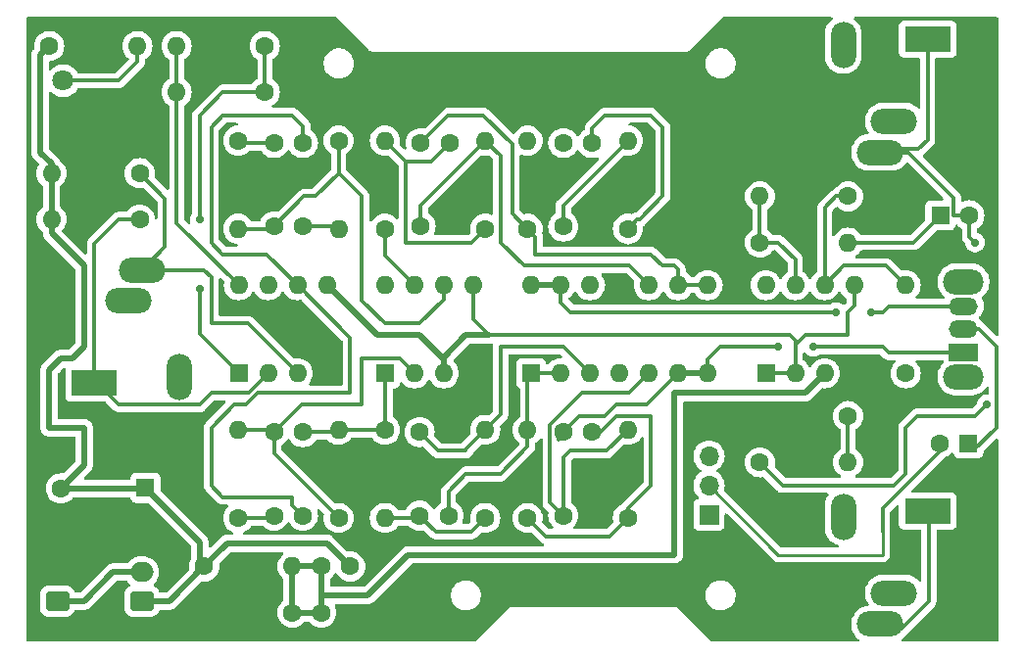
<source format=gtl>
%TF.GenerationSoftware,KiCad,Pcbnew,8.0.2*%
%TF.CreationDate,2025-06-13T16:45:19+05:30*%
%TF.ProjectId,final schematics,66696e61-6c20-4736-9368-656d61746963,1.0*%
%TF.SameCoordinates,Original*%
%TF.FileFunction,Copper,L1,Top*%
%TF.FilePolarity,Positive*%
%FSLAX46Y46*%
G04 Gerber Fmt 4.6, Leading zero omitted, Abs format (unit mm)*
G04 Created by KiCad (PCBNEW 8.0.2) date 2025-06-13 16:45:19*
%MOMM*%
%LPD*%
G01*
G04 APERTURE LIST*
G04 Aperture macros list*
%AMRoundRect*
0 Rectangle with rounded corners*
0 $1 Rounding radius*
0 $2 $3 $4 $5 $6 $7 $8 $9 X,Y pos of 4 corners*
0 Add a 4 corners polygon primitive as box body*
4,1,4,$2,$3,$4,$5,$6,$7,$8,$9,$2,$3,0*
0 Add four circle primitives for the rounded corners*
1,1,$1+$1,$2,$3*
1,1,$1+$1,$4,$5*
1,1,$1+$1,$6,$7*
1,1,$1+$1,$8,$9*
0 Add four rect primitives between the rounded corners*
20,1,$1+$1,$2,$3,$4,$5,0*
20,1,$1+$1,$4,$5,$6,$7,0*
20,1,$1+$1,$6,$7,$8,$9,0*
20,1,$1+$1,$8,$9,$2,$3,0*%
G04 Aperture macros list end*
%TA.AperFunction,ComponentPad*%
%ADD10C,1.600000*%
%TD*%
%TA.AperFunction,ComponentPad*%
%ADD11O,1.600000X1.600000*%
%TD*%
%TA.AperFunction,ComponentPad*%
%ADD12RoundRect,0.250000X0.750000X-0.600000X0.750000X0.600000X-0.750000X0.600000X-0.750000X-0.600000X0*%
%TD*%
%TA.AperFunction,ComponentPad*%
%ADD13O,2.000000X1.700000*%
%TD*%
%TA.AperFunction,ComponentPad*%
%ADD14R,1.600000X1.600000*%
%TD*%
%TA.AperFunction,ComponentPad*%
%ADD15R,1.700000X1.700000*%
%TD*%
%TA.AperFunction,ComponentPad*%
%ADD16O,1.700000X1.700000*%
%TD*%
%TA.AperFunction,ComponentPad*%
%ADD17O,4.000000X2.200000*%
%TD*%
%TA.AperFunction,ComponentPad*%
%ADD18O,2.200000X4.000000*%
%TD*%
%TA.AperFunction,ComponentPad*%
%ADD19R,4.000000X2.200000*%
%TD*%
%TA.AperFunction,ComponentPad*%
%ADD20O,3.500000X2.200000*%
%TD*%
%TA.AperFunction,ComponentPad*%
%ADD21R,2.500000X1.500000*%
%TD*%
%TA.AperFunction,ComponentPad*%
%ADD22O,2.500000X1.500000*%
%TD*%
%TA.AperFunction,ComponentPad*%
%ADD23R,1.800000X1.800000*%
%TD*%
%TA.AperFunction,ComponentPad*%
%ADD24C,1.800000*%
%TD*%
%TA.AperFunction,ViaPad*%
%ADD25C,0.700000*%
%TD*%
%TA.AperFunction,Conductor*%
%ADD26C,0.300000*%
%TD*%
%TA.AperFunction,Conductor*%
%ADD27C,0.500000*%
%TD*%
%TA.AperFunction,Conductor*%
%ADD28C,0.250000*%
%TD*%
G04 APERTURE END LIST*
D10*
%TO.P,C7,1*%
%TO.N,Net-(U2A-+)*%
X122000000Y-128500000D03*
%TO.P,C7,2*%
%TO.N,GND*%
X124500000Y-128500000D03*
%TD*%
%TO.P,R8,1*%
%TO.N,FSignal*%
X159900000Y-115500000D03*
D11*
%TO.P,R8,2*%
%TO.N,Net-(J4-PadR)*%
X167520000Y-115500000D03*
%TD*%
D12*
%TO.P,J6,1,Pin_1*%
%TO.N,+5V*%
X106500000Y-127500000D03*
D13*
%TO.P,J6,2,Pin_2*%
%TO.N,switch*%
X106500000Y-125000000D03*
%TD*%
D14*
%TO.P,U3,1*%
%TO.N,Net-(C10-Pad2)*%
X127510000Y-107800000D03*
D11*
%TO.P,U3,2,-*%
%TO.N,Net-(U3A--)*%
X130050000Y-107800000D03*
%TO.P,U3,3,+*%
%TO.N,2.5V*%
X132590000Y-107800000D03*
%TO.P,U3,4,V-*%
%TO.N,GND*%
X135130000Y-107800000D03*
%TO.P,U3,5,+*%
%TO.N,2.5V*%
X135130000Y-100180000D03*
%TO.P,U3,6,-*%
%TO.N,Net-(U3B--)*%
X132590000Y-100180000D03*
%TO.P,U3,7*%
%TO.N,Net-(R18-Pad1)*%
X130050000Y-100180000D03*
%TO.P,U3,8,V+*%
%TO.N,+5V*%
X127510000Y-100180000D03*
%TD*%
D10*
%TO.P,C16,1*%
%TO.N,Net-(U4C--)*%
X130585000Y-87890000D03*
%TO.P,C16,2*%
%TO.N,Net-(C16-Pad2)*%
X133085000Y-87890000D03*
%TD*%
%TO.P,R2,1*%
%TO.N,PMIC*%
X106310000Y-90500000D03*
D11*
%TO.P,R2,2*%
%TO.N,+5V*%
X98690000Y-90500000D03*
%TD*%
D10*
%TO.P,R16,1*%
%TO.N,Net-(U2A-+)*%
X119500000Y-128500000D03*
D11*
%TO.P,R16,2*%
%TO.N,GND*%
X111880000Y-128500000D03*
%TD*%
D10*
%TO.P,R22,1*%
%TO.N,Net-(C15-Pad2)*%
X114830000Y-87690000D03*
D11*
%TO.P,R22,2*%
%TO.N,Net-(U3B--)*%
X114830000Y-95310000D03*
%TD*%
D10*
%TO.P,R18,1*%
%TO.N,Net-(R18-Pad1)*%
X127500000Y-95310000D03*
D11*
%TO.P,R18,2*%
%TO.N,Net-(C16-Pad2)*%
X127500000Y-87690000D03*
%TD*%
D10*
%TO.P,R6,1*%
%TO.N,SMIC*%
X106310000Y-94500000D03*
D11*
%TO.P,R6,2*%
%TO.N,+5V*%
X98690000Y-94500000D03*
%TD*%
D10*
%TO.P,R20,1*%
%TO.N,Net-(U4C--)*%
X139830000Y-95310000D03*
D11*
%TO.P,R20,2*%
%TO.N,Net-(C17-Pad2)*%
X139830000Y-87690000D03*
%TD*%
D10*
%TO.P,R17,1*%
%TO.N,Net-(U3A--)*%
X123500000Y-120310000D03*
D11*
%TO.P,R17,2*%
%TO.N,Net-(C10-Pad2)*%
X123500000Y-112690000D03*
%TD*%
D10*
%TO.P,R21,1*%
%TO.N,Net-(C17-Pad2)*%
X148500000Y-95310000D03*
D11*
%TO.P,R21,2*%
%TO.N,Net-(U4D-+)*%
X148500000Y-87690000D03*
%TD*%
D10*
%TO.P,R5,1*%
%TO.N,Net-(R4-Pad1)*%
X117120000Y-83500000D03*
D11*
%TO.P,R5,2*%
%TO.N,Net-(R4-Pad2)*%
X109500000Y-83500000D03*
%TD*%
D10*
%TO.P,C18,1*%
%TO.N,Net-(U3B--)*%
X117915000Y-95110000D03*
%TO.P,C18,2*%
%TO.N,Net-(C18-Pad2)*%
X120415000Y-95110000D03*
%TD*%
%TO.P,R1,1*%
%TO.N,Net-(J7-Pin_3)*%
X167520000Y-92500000D03*
D11*
%TO.P,R1,2*%
%TO.N,Net-(R1-Pad2)*%
X159900000Y-92500000D03*
%TD*%
D15*
%TO.P,J7,1,Pin_1*%
%TO.N,unconnected-(J7-Pin_1-Pad1)*%
X155500000Y-120040000D03*
D16*
%TO.P,J7,2,Pin_2*%
%TO.N,Net-(J7-Pin_2)*%
X155500000Y-117500000D03*
%TO.P,J7,3,Pin_3*%
%TO.N,Net-(J7-Pin_3)*%
X155500000Y-114960000D03*
%TD*%
D14*
%TO.P,U2,1*%
%TO.N,2.5V*%
X160420000Y-107800000D03*
D11*
%TO.P,U2,2,-*%
X162960000Y-107800000D03*
%TO.P,U2,3,+*%
%TO.N,Net-(U2A-+)*%
X165500000Y-107800000D03*
%TO.P,U2,4,V-*%
%TO.N,GND*%
X168040000Y-107800000D03*
%TO.P,U2,5,+*%
%TO.N,2.5V*%
X168040000Y-100180000D03*
%TO.P,U2,6,-*%
%TO.N,Net-(J7-Pin_3)*%
X165500000Y-100180000D03*
%TO.P,U2,7*%
%TO.N,Net-(R1-Pad2)*%
X162960000Y-100180000D03*
%TO.P,U2,8,V+*%
%TO.N,+5V*%
X160420000Y-100180000D03*
%TD*%
D10*
%TO.P,R24,1*%
%TO.N,+5V*%
X98500000Y-79500000D03*
D11*
%TO.P,R24,2*%
%TO.N,Net-(D1-A)*%
X106120000Y-79500000D03*
%TD*%
D10*
%TO.P,C4,1*%
%TO.N,Net-(U4B-+)*%
X142915000Y-120110000D03*
%TO.P,C4,2*%
%TO.N,GND*%
X145415000Y-120110000D03*
%TD*%
%TO.P,R4,1*%
%TO.N,Net-(R4-Pad1)*%
X117120000Y-79500000D03*
D11*
%TO.P,R4,2*%
%TO.N,Net-(R4-Pad2)*%
X109500000Y-79500000D03*
%TD*%
D10*
%TO.P,C13,1*%
%TO.N,Net-(U4C-+)*%
X130585000Y-95110000D03*
%TO.P,C13,2*%
%TO.N,GND*%
X133085000Y-95110000D03*
%TD*%
D17*
%TO.P,J1,R*%
%TO.N,FSignal*%
X170300000Y-88700000D03*
%TO.P,J1,RN*%
%TO.N,N/C*%
X171500000Y-86000000D03*
D18*
%TO.P,J1,S*%
%TO.N,GND*%
X178300000Y-83500000D03*
D19*
%TO.P,J1,T*%
%TO.N,FSignal*%
X174400000Y-78900000D03*
D18*
%TO.P,J1,TN*%
%TO.N,N/C*%
X167100000Y-79400000D03*
%TD*%
D10*
%TO.P,C12,1*%
%TO.N,+5V*%
X99500000Y-117750000D03*
%TO.P,C12,2*%
%TO.N,GND*%
X99500000Y-115250000D03*
%TD*%
%TO.P,C10,1*%
%TO.N,Net-(U3A--)*%
X117915000Y-112890000D03*
%TO.P,C10,2*%
%TO.N,Net-(C10-Pad2)*%
X120415000Y-112890000D03*
%TD*%
D17*
%TO.P,J4,R*%
%TO.N,Net-(J4-PadR)*%
X170300000Y-129500000D03*
%TO.P,J4,RN*%
%TO.N,N/C*%
X171500000Y-126800000D03*
D18*
%TO.P,J4,S*%
%TO.N,GND*%
X178300000Y-124300000D03*
D19*
%TO.P,J4,T*%
%TO.N,Net-(J4-PadR)*%
X174400000Y-119700000D03*
D18*
%TO.P,J4,TN*%
%TO.N,N/C*%
X167100000Y-120200000D03*
%TD*%
D10*
%TO.P,R14,1*%
%TO.N,Net-(C9-Pad2)*%
X148500000Y-120310000D03*
D11*
%TO.P,R14,2*%
%TO.N,Net-(U4B-+)*%
X148500000Y-112690000D03*
%TD*%
D10*
%TO.P,R19,1*%
%TO.N,Net-(C16-Pad2)*%
X136170000Y-95310000D03*
D11*
%TO.P,R19,2*%
%TO.N,Net-(U4C-+)*%
X136170000Y-87690000D03*
%TD*%
D10*
%TO.P,R10,1*%
%TO.N,+5V*%
X111880000Y-124500000D03*
D11*
%TO.P,R10,2*%
%TO.N,Net-(U2A-+)*%
X119500000Y-124500000D03*
%TD*%
D12*
%TO.P,J5,1,Pin_1*%
%TO.N,switch*%
X99200000Y-127500000D03*
D13*
%TO.P,J5,2,Pin_2*%
%TO.N,GND*%
X99200000Y-125000000D03*
%TD*%
D10*
%TO.P,R23,1*%
%TO.N,Net-(U3B--)*%
X123500000Y-87690000D03*
D11*
%TO.P,R23,2*%
%TO.N,Net-(C18-Pad2)*%
X123500000Y-95310000D03*
%TD*%
D10*
%TO.P,C6,1*%
%TO.N,Signal*%
X120415000Y-120110000D03*
%TO.P,C6,2*%
%TO.N,Net-(C6-Pad2)*%
X117915000Y-120110000D03*
%TD*%
D14*
%TO.P,U1,1,Rg*%
%TO.N,Net-(R4-Pad1)*%
X114880000Y-107800000D03*
D11*
%TO.P,U1,2,-*%
%TO.N,SMIC*%
X117420000Y-107800000D03*
%TO.P,U1,3,+*%
%TO.N,PMIC*%
X119960000Y-107800000D03*
%TO.P,U1,4,V-*%
%TO.N,GND*%
X122500000Y-107800000D03*
%TO.P,U1,5,Ref*%
%TO.N,2.5V*%
X122500000Y-100180000D03*
%TO.P,U1,6*%
%TO.N,Signal*%
X119960000Y-100180000D03*
%TO.P,U1,7,V+*%
%TO.N,+5V*%
X117420000Y-100180000D03*
%TO.P,U1,8,Rg*%
%TO.N,Net-(R4-Pad2)*%
X114880000Y-100180000D03*
%TD*%
D10*
%TO.P,C14,1*%
%TO.N,Net-(U4D-+)*%
X142915000Y-95110000D03*
%TO.P,C14,2*%
%TO.N,GND*%
X145415000Y-95110000D03*
%TD*%
D14*
%TO.P,C1,1*%
%TO.N,Net-(SW1-C)*%
X177910225Y-113857500D03*
D10*
%TO.P,C1,2*%
%TO.N,Net-(J7-Pin_2)*%
X175410225Y-113857500D03*
%TD*%
%TO.P,C8,1*%
%TO.N,Net-(U4A--)*%
X133000000Y-120110000D03*
%TO.P,C8,2*%
%TO.N,Net-(C8-Pad2)*%
X130500000Y-120110000D03*
%TD*%
%TO.P,R13,1*%
%TO.N,Net-(C9-Pad2)*%
X139830000Y-120310000D03*
D11*
%TO.P,R13,2*%
%TO.N,Net-(U4A--)*%
X139830000Y-112690000D03*
%TD*%
D10*
%TO.P,R12,1*%
%TO.N,Net-(C8-Pad2)*%
X136170000Y-120310000D03*
D11*
%TO.P,R12,2*%
%TO.N,Net-(U4A-+)*%
X136170000Y-112690000D03*
%TD*%
D17*
%TO.P,J3,R*%
%TO.N,PMIC*%
X106500000Y-98857500D03*
%TO.P,J3,RN*%
%TO.N,N/C*%
X105300000Y-101557500D03*
D18*
%TO.P,J3,S*%
%TO.N,GND*%
X98500000Y-104057500D03*
D19*
%TO.P,J3,T*%
%TO.N,SMIC*%
X102400000Y-108657500D03*
D18*
%TO.P,J3,TN*%
%TO.N,N/C*%
X109700000Y-108157500D03*
%TD*%
D10*
%TO.P,R9,1*%
%TO.N,Net-(J4-PadR)*%
X167520000Y-111500000D03*
D11*
%TO.P,R9,2*%
%TO.N,GND*%
X159900000Y-111500000D03*
%TD*%
D20*
%TO.P,SW1,*%
%TO.N,*%
X177500000Y-108100000D03*
X177500000Y-99900000D03*
D21*
%TO.P,SW1,1,C*%
%TO.N,Heart*%
X177500000Y-106000000D03*
D22*
%TO.P,SW1,2,B*%
%TO.N,Net-(SW1-C)*%
X177500000Y-104000000D03*
%TO.P,SW1,3,A*%
%TO.N,Lungs*%
X177500000Y-102000000D03*
%TD*%
D10*
%TO.P,R7,1*%
%TO.N,Net-(R1-Pad2)*%
X159900000Y-96500000D03*
D11*
%TO.P,R7,2*%
%TO.N,Net-(C2-Pad1)*%
X167520000Y-96500000D03*
%TD*%
D14*
%TO.P,C11,1*%
%TO.N,+5V*%
X106800000Y-117705113D03*
D10*
%TO.P,C11,2*%
%TO.N,GND*%
X106800000Y-115205113D03*
%TD*%
%TO.P,R3,1*%
%TO.N,Net-(J7-Pin_2)*%
X172500000Y-107810000D03*
D11*
%TO.P,R3,2*%
%TO.N,Net-(J7-Pin_3)*%
X172500000Y-100190000D03*
%TD*%
D14*
%TO.P,U4,1*%
%TO.N,Net-(U4A--)*%
X140140000Y-107800000D03*
D11*
%TO.P,U4,2,-*%
X142680000Y-107800000D03*
%TO.P,U4,3,+*%
%TO.N,Net-(U4A-+)*%
X145220000Y-107800000D03*
%TO.P,U4,4,V+*%
%TO.N,+5V*%
X147760000Y-107800000D03*
%TO.P,U4,5,+*%
%TO.N,Net-(U4B-+)*%
X150300000Y-107800000D03*
%TO.P,U4,6,-*%
%TO.N,Heart*%
X152840000Y-107800000D03*
%TO.P,U4,7*%
X155380000Y-107800000D03*
%TO.P,U4,8*%
%TO.N,Net-(U4C--)*%
X155380000Y-100180000D03*
%TO.P,U4,9,-*%
X152840000Y-100180000D03*
%TO.P,U4,10,+*%
%TO.N,Net-(U4C-+)*%
X150300000Y-100180000D03*
%TO.P,U4,11,V-*%
%TO.N,GND*%
X147760000Y-100180000D03*
%TO.P,U4,12,+*%
%TO.N,Net-(U4D-+)*%
X145220000Y-100180000D03*
%TO.P,U4,13,-*%
%TO.N,Lungs*%
X142680000Y-100180000D03*
%TO.P,U4,14*%
X140140000Y-100180000D03*
%TD*%
D14*
%TO.P,C2,1*%
%TO.N,Net-(C2-Pad1)*%
X175500000Y-94142500D03*
D10*
%TO.P,C2,2*%
%TO.N,FSignal*%
X178000000Y-94142500D03*
%TD*%
D23*
%TO.P,D1,1,K*%
%TO.N,GND*%
X99700000Y-85051283D03*
D24*
%TO.P,D1,2,A*%
%TO.N,Net-(D1-A)*%
X99700000Y-82511283D03*
%TD*%
D10*
%TO.P,R15,1*%
%TO.N,Net-(C6-Pad2)*%
X114830000Y-120310000D03*
D11*
%TO.P,R15,2*%
%TO.N,Net-(U3A--)*%
X114830000Y-112690000D03*
%TD*%
D10*
%TO.P,C5,1*%
%TO.N,+5V*%
X124500000Y-124500000D03*
%TO.P,C5,2*%
%TO.N,Net-(U2A-+)*%
X122000000Y-124500000D03*
%TD*%
%TO.P,C15,1*%
%TO.N,Signal*%
X120415000Y-87890000D03*
%TO.P,C15,2*%
%TO.N,Net-(C15-Pad2)*%
X117915000Y-87890000D03*
%TD*%
%TO.P,C9,1*%
%TO.N,Heart*%
X142915000Y-112890000D03*
%TO.P,C9,2*%
%TO.N,Net-(C9-Pad2)*%
X145415000Y-112890000D03*
%TD*%
%TO.P,C17,1*%
%TO.N,Lungs*%
X142915000Y-87890000D03*
%TO.P,C17,2*%
%TO.N,Net-(C17-Pad2)*%
X145415000Y-87890000D03*
%TD*%
%TO.P,R11,1*%
%TO.N,Net-(C10-Pad2)*%
X127500000Y-112690000D03*
D11*
%TO.P,R11,2*%
%TO.N,Net-(C8-Pad2)*%
X127500000Y-120310000D03*
%TD*%
D10*
%TO.P,C3,1*%
%TO.N,Net-(U4A-+)*%
X130500000Y-112890000D03*
%TO.P,C3,2*%
%TO.N,GND*%
X133000000Y-112890000D03*
%TD*%
D25*
%TO.N,FSignal*%
X179500000Y-110500000D03*
X178500000Y-96500000D03*
%TO.N,Heart*%
X161500000Y-105500000D03*
X164500000Y-105500000D03*
%TO.N,Lungs*%
X169500000Y-102500000D03*
X166500000Y-102500000D03*
%TO.N,Net-(R4-Pad1)*%
X111500000Y-94500000D03*
X111500000Y-100500000D03*
%TD*%
D26*
%TO.N,Net-(SW1-C)*%
X180350000Y-112500000D02*
X178350000Y-114500000D01*
X180350000Y-105500000D02*
X180350000Y-112500000D01*
X178350000Y-114500000D02*
X177500000Y-114500000D01*
X177500000Y-104000000D02*
X178850000Y-104000000D01*
X178850000Y-104000000D02*
X180350000Y-105500000D01*
%TO.N,Net-(C2-Pad1)*%
X167520000Y-96500000D02*
X173142500Y-96500000D01*
X173142500Y-96500000D02*
X175500000Y-94142500D01*
%TO.N,FSignal*%
X161900000Y-117500000D02*
X159900000Y-115500000D01*
X178000000Y-96000000D02*
X178500000Y-96500000D01*
X171500000Y-117500000D02*
X161900000Y-117500000D01*
X172500000Y-112500000D02*
X172500000Y-116500000D01*
X170300000Y-88385000D02*
X170300000Y-88700000D01*
X174400000Y-78585000D02*
X174400000Y-87600000D01*
X174400000Y-87600000D02*
X173615000Y-88385000D01*
X172500000Y-116500000D02*
X171500000Y-117500000D01*
X173500000Y-111500000D02*
X172500000Y-112500000D01*
X178000000Y-94142500D02*
X178000000Y-96000000D01*
X173615000Y-88385000D02*
X170300000Y-88385000D01*
X179500000Y-110500000D02*
X178500000Y-111500000D01*
X176650000Y-94142500D02*
X178000000Y-94142500D01*
X178500000Y-111500000D02*
X173500000Y-111500000D01*
X176650000Y-92650000D02*
X176650000Y-94142500D01*
X170300000Y-88700000D02*
X172700000Y-88700000D01*
X172700000Y-88700000D02*
X176650000Y-92650000D01*
%TO.N,Net-(U4A-+)*%
X132110000Y-114500000D02*
X134500000Y-114500000D01*
X137500000Y-105500000D02*
X137500000Y-111360000D01*
X142920000Y-105500000D02*
X137500000Y-105500000D01*
X134500000Y-114360000D02*
X136170000Y-112690000D01*
X130500000Y-112890000D02*
X132110000Y-114500000D01*
X137500000Y-111360000D02*
X136170000Y-112690000D01*
X134500000Y-114500000D02*
X134500000Y-114360000D01*
X145220000Y-107800000D02*
X142920000Y-105500000D01*
%TO.N,Net-(U4B-+)*%
X144500000Y-109500000D02*
X148600000Y-109500000D01*
X142915000Y-115085000D02*
X143500000Y-114500000D01*
X141765000Y-118960000D02*
X141765000Y-112235000D01*
X142915000Y-120110000D02*
X141765000Y-118960000D01*
X141765000Y-112235000D02*
X144500000Y-109500000D01*
X146690000Y-114500000D02*
X148500000Y-112690000D01*
X148600000Y-109500000D02*
X150300000Y-107800000D01*
X143500000Y-114500000D02*
X146690000Y-114500000D01*
X142915000Y-120110000D02*
X142915000Y-115085000D01*
D27*
%TO.N,+5V*%
X99500000Y-117750000D02*
X106755113Y-117750000D01*
X111880000Y-124500000D02*
X108880000Y-127500000D01*
X99500000Y-106500000D02*
X100500000Y-106500000D01*
X111500000Y-124120000D02*
X111880000Y-124500000D01*
X98690000Y-95690000D02*
X98690000Y-94500000D01*
X98500000Y-107500000D02*
X99500000Y-106500000D01*
X111880000Y-124500000D02*
X113880000Y-122500000D01*
X98500000Y-112500000D02*
X98500000Y-107500000D01*
X108880000Y-127500000D02*
X106500000Y-127500000D01*
X99500000Y-117750000D02*
X101500000Y-115750000D01*
X111500000Y-122405113D02*
X111500000Y-124120000D01*
X101500000Y-115750000D02*
X101500000Y-112500000D01*
X106800000Y-117705113D02*
X111500000Y-122405113D01*
X106755113Y-117750000D02*
X106800000Y-117705113D01*
X97700001Y-80299999D02*
X98500000Y-79500000D01*
X97700001Y-88700001D02*
X97700001Y-80299999D01*
X101500000Y-112500000D02*
X98500000Y-112500000D01*
X100500000Y-106500000D02*
X101500000Y-105500000D01*
X101500000Y-98500000D02*
X98690000Y-95690000D01*
X98690000Y-94500000D02*
X98690000Y-90500000D01*
X98690000Y-89690000D02*
X97700001Y-88700001D01*
X101500000Y-105500000D02*
X101500000Y-98500000D01*
X113880000Y-122500000D02*
X122500000Y-122500000D01*
X98690000Y-90500000D02*
X98690000Y-89690000D01*
X122500000Y-122500000D02*
X124500000Y-124500000D01*
%TO.N,Net-(U2A-+)*%
X119500000Y-128500000D02*
X122000000Y-128500000D01*
X122000000Y-127000000D02*
X126000000Y-127000000D01*
X152500000Y-109500000D02*
X163800000Y-109500000D01*
X152500000Y-123500000D02*
X152500000Y-109500000D01*
X119500000Y-124500000D02*
X119500000Y-128500000D01*
X119500000Y-124500000D02*
X122000000Y-124500000D01*
X163800000Y-109500000D02*
X165500000Y-107800000D01*
X129500000Y-123500000D02*
X152500000Y-123500000D01*
X122000000Y-124500000D02*
X122000000Y-128500000D01*
X122000000Y-128500000D02*
X122000000Y-127000000D01*
X126000000Y-127000000D02*
X129500000Y-123500000D01*
D26*
%TO.N,Signal*%
X112500000Y-86500000D02*
X113500000Y-85500000D01*
X120415000Y-86415000D02*
X120415000Y-87890000D01*
X112500000Y-96500000D02*
X112500000Y-86500000D01*
X115500000Y-110500000D02*
X114500000Y-110500000D01*
X119500000Y-119195000D02*
X120415000Y-120110000D01*
X116500000Y-109500000D02*
X115500000Y-110500000D01*
X114500000Y-110500000D02*
X112500000Y-112500000D01*
X112500000Y-117500000D02*
X113500000Y-118500000D01*
X124500000Y-109500000D02*
X116500000Y-109500000D01*
X119960000Y-100180000D02*
X117280000Y-97500000D01*
X113500000Y-85500000D02*
X119500000Y-85500000D01*
X119500000Y-118500000D02*
X119500000Y-119195000D01*
X117280000Y-97500000D02*
X113500000Y-97500000D01*
X124500000Y-104720000D02*
X124500000Y-109500000D01*
X119500000Y-85500000D02*
X120415000Y-86415000D01*
X113500000Y-97500000D02*
X112500000Y-96500000D01*
X119960000Y-100180000D02*
X124500000Y-104720000D01*
X112500000Y-112500000D02*
X112500000Y-117500000D01*
X113500000Y-118500000D02*
X119500000Y-118500000D01*
%TO.N,Net-(C6-Pad2)*%
X114830000Y-120310000D02*
X117715000Y-120310000D01*
X117715000Y-120310000D02*
X117915000Y-120110000D01*
%TO.N,Net-(U4A--)*%
X139830000Y-108110000D02*
X140140000Y-107800000D01*
X140140000Y-107800000D02*
X142680000Y-107800000D01*
X137500000Y-116500000D02*
X139830000Y-114170000D01*
X133000000Y-120110000D02*
X133000000Y-118000000D01*
X133000000Y-118000000D02*
X134500000Y-116500000D01*
X139830000Y-112690000D02*
X139830000Y-108110000D01*
X139830000Y-114170000D02*
X139830000Y-112690000D01*
X134500000Y-116500000D02*
X137500000Y-116500000D01*
%TO.N,Net-(C8-Pad2)*%
X131890000Y-121500000D02*
X134980000Y-121500000D01*
X130500000Y-120110000D02*
X131890000Y-121500000D01*
X134980000Y-121500000D02*
X136170000Y-120310000D01*
X127500000Y-120310000D02*
X130300000Y-120310000D01*
X130300000Y-120310000D02*
X130500000Y-120110000D01*
%TO.N,Net-(C9-Pad2)*%
X150500000Y-111500000D02*
X147500000Y-111500000D01*
X148500000Y-119500000D02*
X150500000Y-117500000D01*
X148500000Y-120310000D02*
X148500000Y-119500000D01*
X146910000Y-121900000D02*
X148500000Y-120310000D01*
X146110000Y-112890000D02*
X145415000Y-112890000D01*
X139830000Y-120310000D02*
X141420000Y-121900000D01*
X147500000Y-111500000D02*
X146110000Y-112890000D01*
X141420000Y-121900000D02*
X146910000Y-121900000D01*
X150500000Y-117500000D02*
X150500000Y-111500000D01*
%TO.N,Heart*%
X144305000Y-111500000D02*
X146500000Y-111500000D01*
X150140000Y-110500000D02*
X152840000Y-107800000D01*
X147500000Y-110500000D02*
X150140000Y-110500000D01*
X146500000Y-111500000D02*
X147500000Y-110500000D01*
X170500000Y-105500000D02*
X171000000Y-106000000D01*
X142915000Y-112890000D02*
X144305000Y-111500000D01*
X171000000Y-106000000D02*
X177500000Y-106000000D01*
X155380000Y-106620000D02*
X155380000Y-107800000D01*
X164500000Y-105500000D02*
X170500000Y-105500000D01*
X156500000Y-105500000D02*
X155380000Y-106620000D01*
X142915000Y-113085000D02*
X142500000Y-113500000D01*
X142915000Y-112890000D02*
X142915000Y-113085000D01*
D27*
X152840000Y-107800000D02*
X155380000Y-107800000D01*
D26*
X161500000Y-105500000D02*
X156500000Y-105500000D01*
%TO.N,Net-(U3A--)*%
X117915000Y-112890000D02*
X117915000Y-114725000D01*
X114830000Y-112690000D02*
X117715000Y-112690000D01*
X117715000Y-112690000D02*
X117915000Y-112890000D01*
X128750000Y-106500000D02*
X130050000Y-107800000D01*
X117915000Y-114725000D02*
X123500000Y-120310000D01*
X120305000Y-110500000D02*
X125500000Y-110500000D01*
X125500000Y-106500000D02*
X128750000Y-106500000D01*
X125500000Y-110500000D02*
X125500000Y-106500000D01*
X117915000Y-112890000D02*
X120305000Y-110500000D01*
%TO.N,Net-(C10-Pad2)*%
X127500000Y-112690000D02*
X127500000Y-111500000D01*
X123500000Y-112690000D02*
X127500000Y-112690000D01*
X120415000Y-112890000D02*
X123300000Y-112890000D01*
X127510000Y-111490000D02*
X127510000Y-107800000D01*
X123300000Y-112890000D02*
X123500000Y-112690000D01*
X127500000Y-111500000D02*
X127510000Y-111490000D01*
%TO.N,Net-(U4C-+)*%
X137500000Y-96500000D02*
X139500000Y-98500000D01*
X148620000Y-98500000D02*
X150300000Y-100180000D01*
X130585000Y-95110000D02*
X130585000Y-93275000D01*
X139500000Y-98500000D02*
X148620000Y-98500000D01*
X130585000Y-93275000D02*
X136170000Y-87690000D01*
X137500000Y-89020000D02*
X137500000Y-96500000D01*
X136170000Y-87690000D02*
X137500000Y-89020000D01*
%TO.N,Net-(U4D-+)*%
X142915000Y-95110000D02*
X142915000Y-93275000D01*
X142915000Y-93275000D02*
X148500000Y-87690000D01*
%TO.N,Net-(C15-Pad2)*%
X115030000Y-87890000D02*
X114830000Y-87690000D01*
X117915000Y-87890000D02*
X115030000Y-87890000D01*
%TO.N,Net-(U4C--)*%
X151500000Y-98500000D02*
X150500000Y-97500000D01*
X152500000Y-98500000D02*
X151500000Y-98500000D01*
X138500000Y-93980000D02*
X139830000Y-95310000D01*
X140500000Y-95980000D02*
X139830000Y-95310000D01*
X138500000Y-87986346D02*
X138500000Y-93980000D01*
X150500000Y-97500000D02*
X140500000Y-97500000D01*
X136013654Y-85500000D02*
X138500000Y-87986346D01*
X130585000Y-87890000D02*
X132975000Y-85500000D01*
X155180000Y-100180000D02*
X152840000Y-100180000D01*
X155380000Y-100380000D02*
X155180000Y-100180000D01*
X152840000Y-100180000D02*
X152840000Y-98840000D01*
X132975000Y-85500000D02*
X136013654Y-85500000D01*
X140500000Y-97500000D02*
X140500000Y-95980000D01*
X155380000Y-100180000D02*
X155380000Y-100380000D01*
X152840000Y-98840000D02*
X152500000Y-98500000D01*
%TO.N,Net-(C16-Pad2)*%
X134980000Y-96500000D02*
X129310000Y-96500000D01*
X127500000Y-87690000D02*
X129310000Y-89500000D01*
X136170000Y-95310000D02*
X134980000Y-96500000D01*
X129310000Y-96500000D02*
X129310000Y-89500000D01*
X131475000Y-89500000D02*
X133085000Y-87890000D01*
X129310000Y-89500000D02*
X131475000Y-89500000D01*
%TO.N,Net-(C17-Pad2)*%
X146500000Y-85500000D02*
X150500000Y-85500000D01*
X149500000Y-94500000D02*
X149310000Y-94500000D01*
X150500000Y-85500000D02*
X151500000Y-86500000D01*
X145415000Y-86585000D02*
X146500000Y-85500000D01*
X151500000Y-92500000D02*
X149500000Y-94500000D01*
X149310000Y-94500000D02*
X148500000Y-95310000D01*
X151500000Y-86500000D02*
X151500000Y-92500000D01*
X145415000Y-87890000D02*
X145415000Y-86585000D01*
%TO.N,Lungs*%
X166500000Y-102500000D02*
X143500000Y-102500000D01*
D27*
X140140000Y-100180000D02*
X142680000Y-100180000D01*
D26*
X171000000Y-102000000D02*
X177500000Y-102000000D01*
X142680000Y-101680000D02*
X142680000Y-100180000D01*
X177500000Y-102000000D02*
X177500000Y-101500000D01*
X170500000Y-102500000D02*
X171000000Y-102000000D01*
X169500000Y-102500000D02*
X170500000Y-102500000D01*
X143500000Y-102500000D02*
X142680000Y-101680000D01*
%TO.N,Net-(U3B--)*%
X121500000Y-92500000D02*
X123500000Y-90500000D01*
X117915000Y-95110000D02*
X120525000Y-92500000D01*
X125500000Y-92500000D02*
X125500000Y-101500000D01*
X117715000Y-95310000D02*
X117915000Y-95110000D01*
X123500000Y-90500000D02*
X125500000Y-92500000D01*
X114830000Y-95310000D02*
X117715000Y-95310000D01*
X123500000Y-87690000D02*
X123500000Y-90500000D01*
X125500000Y-101500000D02*
X127500000Y-103500000D01*
X127500000Y-103500000D02*
X130500000Y-103500000D01*
X130500000Y-103500000D02*
X132590000Y-101410000D01*
X120525000Y-92500000D02*
X121500000Y-92500000D01*
X132590000Y-101410000D02*
X132590000Y-100180000D01*
%TO.N,Net-(C18-Pad2)*%
X120415000Y-95110000D02*
X123300000Y-95110000D01*
X123300000Y-95110000D02*
X123500000Y-95310000D01*
%TO.N,Net-(D1-A)*%
X99700000Y-82511283D02*
X104488717Y-82511283D01*
X106120000Y-80880000D02*
X106120000Y-79500000D01*
X104488717Y-82511283D02*
X106120000Y-80880000D01*
%TO.N,SMIC*%
X104500000Y-110500000D02*
X109091890Y-110500000D01*
X102400000Y-108657500D02*
X102657500Y-108657500D01*
X112500000Y-109500000D02*
X115720000Y-109500000D01*
X115720000Y-109500000D02*
X117420000Y-107800000D01*
X102400000Y-108657500D02*
X102400000Y-96600000D01*
X102657500Y-108657500D02*
X104500000Y-110500000D01*
X109091890Y-110500000D02*
X109099390Y-110507500D01*
X102400000Y-96600000D02*
X104500000Y-94500000D01*
X111492500Y-110507500D02*
X112500000Y-109500000D01*
X109099390Y-110507500D02*
X111492500Y-110507500D01*
X104500000Y-94500000D02*
X106310000Y-94500000D01*
%TO.N,PMIC*%
X106310000Y-90500000D02*
X108500000Y-92690000D01*
X106500000Y-98857500D02*
X111857500Y-98857500D01*
X115660000Y-103500000D02*
X119960000Y-107800000D01*
X108500000Y-92690000D02*
X108500000Y-96857500D01*
X108500000Y-96857500D02*
X106500000Y-98857500D01*
X112500000Y-99500000D02*
X112500000Y-103500000D01*
X111857500Y-98857500D02*
X112500000Y-99500000D01*
X112500000Y-103500000D02*
X115660000Y-103500000D01*
%TO.N,Net-(J4-PadR)*%
X172100000Y-129900000D02*
X170300000Y-129900000D01*
X174500000Y-127500000D02*
X172100000Y-129900000D01*
X174500000Y-120200000D02*
X174500000Y-127500000D01*
X167520000Y-111500000D02*
X167520000Y-115500000D01*
D27*
%TO.N,switch*%
X101500000Y-127500000D02*
X104000000Y-125000000D01*
X99200000Y-127500000D02*
X101500000Y-127500000D01*
X104000000Y-125000000D02*
X106500000Y-125000000D01*
D26*
%TO.N,Net-(R1-Pad2)*%
X159900000Y-96500000D02*
X161500000Y-96500000D01*
X161500000Y-96500000D02*
X162960000Y-97960000D01*
X162960000Y-97960000D02*
X162960000Y-100180000D01*
X159900000Y-92500000D02*
X159900000Y-96500000D01*
%TO.N,Net-(R4-Pad1)*%
X117120000Y-79500000D02*
X117120000Y-83500000D01*
X111500000Y-85500000D02*
X111500000Y-94500000D01*
X111500000Y-100500000D02*
X111500000Y-104420000D01*
X117120000Y-83500000D02*
X113500000Y-83500000D01*
X111500000Y-104420000D02*
X114880000Y-107800000D01*
X113500000Y-83500000D02*
X111500000Y-85500000D01*
%TO.N,Net-(R4-Pad2)*%
X109500000Y-79500000D02*
X109500000Y-83500000D01*
X109500000Y-94800000D02*
X114880000Y-100180000D01*
X109500000Y-83500000D02*
X109500000Y-94800000D01*
%TO.N,Net-(R18-Pad1)*%
X127500000Y-97630000D02*
X130050000Y-100180000D01*
X127500000Y-95310000D02*
X127500000Y-97630000D01*
%TO.N,2.5V*%
X167500000Y-104500000D02*
X163800000Y-104500000D01*
D27*
X132590000Y-107800000D02*
X132590000Y-106410000D01*
D26*
X168040000Y-101960000D02*
X167500000Y-102500000D01*
D27*
X132590000Y-106590000D02*
X130500000Y-104500000D01*
X134500000Y-104500000D02*
X136500000Y-104500000D01*
D26*
X162960000Y-107800000D02*
X162960000Y-104960000D01*
D27*
X130500000Y-104500000D02*
X126820000Y-104500000D01*
D26*
X168040000Y-100180000D02*
X168040000Y-101960000D01*
X136500000Y-104500000D02*
X135130000Y-103130000D01*
X162960000Y-104960000D02*
X162500000Y-104500000D01*
X167500000Y-102500000D02*
X167500000Y-104500000D01*
X162500000Y-104500000D02*
X136500000Y-104500000D01*
D27*
X132590000Y-107800000D02*
X132590000Y-106590000D01*
X126820000Y-104500000D02*
X122500000Y-100180000D01*
D26*
X160420000Y-107800000D02*
X162960000Y-107800000D01*
X162960000Y-105340000D02*
X162960000Y-107800000D01*
X163800000Y-104500000D02*
X162960000Y-105340000D01*
D27*
X132590000Y-106410000D02*
X134500000Y-104500000D01*
D26*
X135130000Y-103130000D02*
X135130000Y-100180000D01*
D28*
%TO.N,Net-(J7-Pin_2)*%
X155500000Y-117500000D02*
X161500000Y-123500000D01*
D26*
X175410225Y-114589775D02*
X175410225Y-113857500D01*
X170500000Y-121500000D02*
X170500000Y-119500000D01*
D28*
X161500000Y-123500000D02*
X170500000Y-123500000D01*
D26*
X170500000Y-119500000D02*
X175410225Y-114589775D01*
D28*
X170500000Y-123500000D02*
X170500000Y-121500000D01*
D26*
%TO.N,Net-(J7-Pin_3)*%
X165500000Y-93500000D02*
X166500000Y-92500000D01*
X165500000Y-100180000D02*
X165500000Y-93500000D01*
X167180000Y-98500000D02*
X165500000Y-100180000D01*
X170810000Y-98500000D02*
X167180000Y-98500000D01*
X172500000Y-100190000D02*
X170810000Y-98500000D01*
X166500000Y-92500000D02*
X167520000Y-92500000D01*
%TD*%
%TA.AperFunction,Conductor*%
%TO.N,GND*%
G36*
X123308363Y-77020185D02*
G01*
X123329005Y-77036819D01*
X126099500Y-79807314D01*
X126192686Y-79900500D01*
X126306814Y-79966392D01*
X126434108Y-80000500D01*
X126434110Y-80000500D01*
X153565890Y-80000500D01*
X153565892Y-80000500D01*
X153693186Y-79966392D01*
X153807314Y-79900500D01*
X156670995Y-77036819D01*
X156732318Y-77003334D01*
X156758676Y-77000500D01*
X166059318Y-77000500D01*
X166126357Y-77020185D01*
X166172112Y-77072989D01*
X166182056Y-77142147D01*
X166153031Y-77205703D01*
X166132203Y-77224818D01*
X166057350Y-77279201D01*
X166057345Y-77279205D01*
X165879205Y-77457345D01*
X165879201Y-77457350D01*
X165731132Y-77661151D01*
X165616760Y-77885616D01*
X165538910Y-78125214D01*
X165538910Y-78125215D01*
X165499500Y-78374038D01*
X165499500Y-80425962D01*
X165517322Y-80538484D01*
X165538910Y-80674785D01*
X165616760Y-80914383D01*
X165695413Y-81068747D01*
X165712535Y-81102351D01*
X165731132Y-81138848D01*
X165879201Y-81342649D01*
X165879205Y-81342654D01*
X166057345Y-81520794D01*
X166057350Y-81520798D01*
X166170443Y-81602964D01*
X166261155Y-81668870D01*
X166404184Y-81741747D01*
X166485616Y-81783239D01*
X166485618Y-81783239D01*
X166485621Y-81783241D01*
X166725215Y-81861090D01*
X166974038Y-81900500D01*
X166974039Y-81900500D01*
X167225961Y-81900500D01*
X167225962Y-81900500D01*
X167474785Y-81861090D01*
X167714379Y-81783241D01*
X167938845Y-81668870D01*
X168142656Y-81520793D01*
X168320793Y-81342656D01*
X168468870Y-81138845D01*
X168583241Y-80914379D01*
X168661090Y-80674785D01*
X168700500Y-80425962D01*
X168700500Y-78374038D01*
X168661090Y-78125215D01*
X168583241Y-77885621D01*
X168583239Y-77885618D01*
X168583239Y-77885616D01*
X168541747Y-77804184D01*
X168468870Y-77661155D01*
X168393680Y-77557664D01*
X168320798Y-77457350D01*
X168320794Y-77457345D01*
X168142654Y-77279205D01*
X168142649Y-77279201D01*
X168067797Y-77224818D01*
X168025131Y-77169488D01*
X168019152Y-77099875D01*
X168051757Y-77038080D01*
X168112596Y-77003723D01*
X168140682Y-77000500D01*
X180375500Y-77000500D01*
X180442539Y-77020185D01*
X180488294Y-77072989D01*
X180499500Y-77124500D01*
X180499500Y-104430191D01*
X180479815Y-104497230D01*
X180427011Y-104542985D01*
X180357853Y-104552929D01*
X180294297Y-104523904D01*
X180287819Y-104517872D01*
X179264673Y-103494726D01*
X179195249Y-103448339D01*
X179158127Y-103423535D01*
X179158124Y-103423533D01*
X179158123Y-103423533D01*
X179139064Y-103415638D01*
X179084662Y-103371796D01*
X179076033Y-103357370D01*
X179069524Y-103344595D01*
X178953828Y-103185354D01*
X178856155Y-103087681D01*
X178822670Y-103026358D01*
X178827654Y-102956666D01*
X178856155Y-102912319D01*
X178893977Y-102874497D01*
X178953828Y-102814646D01*
X179069524Y-102655405D01*
X179158884Y-102480025D01*
X179219709Y-102292826D01*
X179223621Y-102268127D01*
X179250500Y-102098422D01*
X179250500Y-101901577D01*
X179219709Y-101707173D01*
X179168565Y-101549770D01*
X179158884Y-101519975D01*
X179158882Y-101519972D01*
X179158882Y-101519970D01*
X179084761Y-101374499D01*
X179069524Y-101344595D01*
X179069522Y-101344593D01*
X179067647Y-101340912D01*
X179054751Y-101272243D01*
X179081027Y-101207502D01*
X179105248Y-101184298D01*
X179192652Y-101120796D01*
X179192652Y-101120795D01*
X179192656Y-101120793D01*
X179370793Y-100942656D01*
X179518870Y-100738845D01*
X179633241Y-100514379D01*
X179711090Y-100274785D01*
X179750500Y-100025962D01*
X179750500Y-99774038D01*
X179711090Y-99525215D01*
X179633241Y-99285621D01*
X179633239Y-99285618D01*
X179633239Y-99285616D01*
X179579401Y-99179954D01*
X179518870Y-99061155D01*
X179440481Y-98953261D01*
X179370798Y-98857350D01*
X179370794Y-98857345D01*
X179192654Y-98679205D01*
X179192649Y-98679201D01*
X178988848Y-98531132D01*
X178988847Y-98531131D01*
X178988845Y-98531130D01*
X178893823Y-98482714D01*
X178764383Y-98416760D01*
X178524785Y-98338910D01*
X178275962Y-98299500D01*
X176724038Y-98299500D01*
X176600687Y-98319037D01*
X176475214Y-98338910D01*
X176235616Y-98416760D01*
X176011151Y-98531132D01*
X175807350Y-98679201D01*
X175807345Y-98679205D01*
X175629205Y-98857345D01*
X175629201Y-98857350D01*
X175481132Y-99061151D01*
X175366760Y-99285616D01*
X175288910Y-99525214D01*
X175251820Y-99759388D01*
X175249500Y-99774038D01*
X175249500Y-100025962D01*
X175257789Y-100078294D01*
X175288910Y-100274785D01*
X175366760Y-100514383D01*
X175428981Y-100636497D01*
X175472692Y-100722285D01*
X175481132Y-100738848D01*
X175629201Y-100942649D01*
X175629205Y-100942654D01*
X175807345Y-101120794D01*
X175813382Y-101125180D01*
X175856049Y-101180509D01*
X175862030Y-101250122D01*
X175829425Y-101311918D01*
X175768587Y-101346277D01*
X175740499Y-101349500D01*
X173479049Y-101349500D01*
X173412010Y-101329815D01*
X173366255Y-101277011D01*
X173356311Y-101207853D01*
X173385336Y-101144297D01*
X173391368Y-101137819D01*
X173500045Y-101029141D01*
X173500047Y-101029139D01*
X173630568Y-100842734D01*
X173726739Y-100636496D01*
X173785635Y-100416692D01*
X173805468Y-100190000D01*
X173785635Y-99963308D01*
X173726739Y-99743504D01*
X173630568Y-99537266D01*
X173518086Y-99376623D01*
X173500045Y-99350858D01*
X173339141Y-99189954D01*
X173152734Y-99059432D01*
X173152732Y-99059431D01*
X172946497Y-98963261D01*
X172946488Y-98963258D01*
X172726697Y-98904366D01*
X172726693Y-98904365D01*
X172726692Y-98904365D01*
X172726691Y-98904364D01*
X172726686Y-98904364D01*
X172500002Y-98884532D01*
X172499998Y-98884532D01*
X172273313Y-98904364D01*
X172273299Y-98904367D01*
X172232834Y-98915209D01*
X172162984Y-98913545D01*
X172113061Y-98883115D01*
X171224674Y-97994727D01*
X171224673Y-97994726D01*
X171224669Y-97994723D01*
X171118127Y-97923535D01*
X171118123Y-97923533D01*
X170999742Y-97874498D01*
X170999739Y-97874497D01*
X170994748Y-97873505D01*
X170994742Y-97873504D01*
X170874071Y-97849500D01*
X170874069Y-97849500D01*
X168253344Y-97849500D01*
X168186305Y-97829815D01*
X168140550Y-97777011D01*
X168130606Y-97707853D01*
X168159631Y-97644297D01*
X168182221Y-97623925D01*
X168188701Y-97619388D01*
X168359139Y-97500047D01*
X168520047Y-97339139D01*
X168589037Y-97240610D01*
X168615108Y-97203377D01*
X168669685Y-97159752D01*
X168716683Y-97150500D01*
X173206571Y-97150500D01*
X173296405Y-97132630D01*
X173332244Y-97125501D01*
X173450627Y-97076465D01*
X173453336Y-97074654D01*
X173454272Y-97074030D01*
X173494363Y-97047242D01*
X173557169Y-97005277D01*
X175083127Y-95479317D01*
X175144450Y-95445833D01*
X175170808Y-95442999D01*
X176347871Y-95442999D01*
X176347872Y-95442999D01*
X176407483Y-95436591D01*
X176542331Y-95386296D01*
X176657546Y-95300046D01*
X176743796Y-95184831D01*
X176794091Y-95049983D01*
X176794092Y-95049972D01*
X176795365Y-95044588D01*
X176829933Y-94983869D01*
X176891841Y-94951478D01*
X176961433Y-94957699D01*
X177003725Y-94985412D01*
X177160855Y-95142542D01*
X177160858Y-95142544D01*
X177160861Y-95142547D01*
X177296626Y-95237609D01*
X177340248Y-95292183D01*
X177349500Y-95339182D01*
X177349500Y-96064071D01*
X177370520Y-96169741D01*
X177370520Y-96169742D01*
X177374497Y-96189737D01*
X177374500Y-96189747D01*
X177423532Y-96308123D01*
X177424818Y-96310047D01*
X177494723Y-96414669D01*
X177621372Y-96541318D01*
X177654856Y-96602639D01*
X177657010Y-96616031D01*
X177663503Y-96677803D01*
X177663504Y-96677805D01*
X177663504Y-96677807D01*
X177718747Y-96847829D01*
X177718750Y-96847835D01*
X177808141Y-97002665D01*
X177841112Y-97039283D01*
X177927764Y-97135521D01*
X177927767Y-97135523D01*
X177927770Y-97135526D01*
X178072407Y-97240612D01*
X178235733Y-97313329D01*
X178410609Y-97350500D01*
X178410610Y-97350500D01*
X178589389Y-97350500D01*
X178589391Y-97350500D01*
X178764267Y-97313329D01*
X178927593Y-97240612D01*
X179072230Y-97135526D01*
X179081258Y-97125500D01*
X179098855Y-97105956D01*
X179191859Y-97002665D01*
X179281250Y-96847835D01*
X179336497Y-96677803D01*
X179355185Y-96500000D01*
X179336497Y-96322197D01*
X179293458Y-96189737D01*
X179281252Y-96152170D01*
X179281249Y-96152164D01*
X179279503Y-96149139D01*
X179191859Y-95997335D01*
X179145003Y-95945296D01*
X179072235Y-95864478D01*
X179072232Y-95864476D01*
X179072231Y-95864475D01*
X179072230Y-95864474D01*
X178927593Y-95759388D01*
X178764267Y-95686671D01*
X178764265Y-95686670D01*
X178764264Y-95686670D01*
X178764263Y-95686669D01*
X178748714Y-95683364D01*
X178687233Y-95650169D01*
X178653460Y-95589005D01*
X178650500Y-95562075D01*
X178650500Y-95339182D01*
X178670185Y-95272143D01*
X178703371Y-95237611D01*
X178839139Y-95142547D01*
X179000047Y-94981639D01*
X179130568Y-94795234D01*
X179226739Y-94588996D01*
X179285635Y-94369192D01*
X179305468Y-94142500D01*
X179285635Y-93915808D01*
X179226739Y-93696004D01*
X179130568Y-93489766D01*
X179000047Y-93303361D01*
X179000045Y-93303358D01*
X178839141Y-93142454D01*
X178652734Y-93011932D01*
X178652732Y-93011931D01*
X178446497Y-92915761D01*
X178446488Y-92915758D01*
X178226697Y-92856866D01*
X178226693Y-92856865D01*
X178226692Y-92856865D01*
X178226691Y-92856864D01*
X178226686Y-92856864D01*
X178000002Y-92837032D01*
X177999998Y-92837032D01*
X177773313Y-92856864D01*
X177773302Y-92856866D01*
X177553511Y-92915758D01*
X177553502Y-92915762D01*
X177476905Y-92951480D01*
X177407827Y-92961972D01*
X177344043Y-92933452D01*
X177305804Y-92874976D01*
X177300500Y-92839098D01*
X177300500Y-92585928D01*
X177275502Y-92460261D01*
X177275501Y-92460260D01*
X177275501Y-92460256D01*
X177243034Y-92381873D01*
X177226466Y-92341874D01*
X177180655Y-92273313D01*
X177155278Y-92235332D01*
X177155272Y-92235325D01*
X174004960Y-89085014D01*
X173971475Y-89023691D01*
X173976459Y-88953999D01*
X174018331Y-88898066D01*
X174023723Y-88894249D01*
X174029669Y-88890277D01*
X174905277Y-88014669D01*
X174976466Y-87908126D01*
X175017717Y-87808535D01*
X175025501Y-87789744D01*
X175045342Y-87690000D01*
X175050500Y-87664071D01*
X175050500Y-80624499D01*
X175070185Y-80557460D01*
X175122989Y-80511705D01*
X175174500Y-80500499D01*
X176447871Y-80500499D01*
X176447872Y-80500499D01*
X176507483Y-80494091D01*
X176642331Y-80443796D01*
X176757546Y-80357546D01*
X176843796Y-80242331D01*
X176894091Y-80107483D01*
X176900500Y-80047873D01*
X176900499Y-77752128D01*
X176894091Y-77692517D01*
X176882392Y-77661151D01*
X176843797Y-77557671D01*
X176843793Y-77557664D01*
X176757547Y-77442455D01*
X176757544Y-77442452D01*
X176642335Y-77356206D01*
X176642328Y-77356202D01*
X176507482Y-77305908D01*
X176507483Y-77305908D01*
X176447883Y-77299501D01*
X176447881Y-77299500D01*
X176447873Y-77299500D01*
X176447864Y-77299500D01*
X172352129Y-77299500D01*
X172352123Y-77299501D01*
X172292516Y-77305908D01*
X172157671Y-77356202D01*
X172157664Y-77356206D01*
X172042455Y-77442452D01*
X172042452Y-77442455D01*
X171956206Y-77557664D01*
X171956202Y-77557671D01*
X171905908Y-77692517D01*
X171899501Y-77752116D01*
X171899501Y-77752123D01*
X171899500Y-77752135D01*
X171899500Y-80047870D01*
X171899501Y-80047876D01*
X171905908Y-80107483D01*
X171956202Y-80242328D01*
X171956206Y-80242335D01*
X172042452Y-80357544D01*
X172042455Y-80357547D01*
X172157664Y-80443793D01*
X172157671Y-80443797D01*
X172292517Y-80494091D01*
X172292516Y-80494091D01*
X172299444Y-80494835D01*
X172352127Y-80500500D01*
X173625500Y-80500499D01*
X173692539Y-80520184D01*
X173738294Y-80572987D01*
X173749500Y-80624499D01*
X173749500Y-84786689D01*
X173729815Y-84853728D01*
X173677011Y-84899483D01*
X173607853Y-84909427D01*
X173544297Y-84880402D01*
X173537819Y-84874370D01*
X173442654Y-84779205D01*
X173442649Y-84779201D01*
X173238848Y-84631132D01*
X173238847Y-84631131D01*
X173238845Y-84631130D01*
X173168144Y-84595106D01*
X173014383Y-84516760D01*
X172774785Y-84438910D01*
X172525962Y-84399500D01*
X170474038Y-84399500D01*
X170349626Y-84419205D01*
X170225214Y-84438910D01*
X169985616Y-84516760D01*
X169761151Y-84631132D01*
X169557350Y-84779201D01*
X169557345Y-84779205D01*
X169379205Y-84957345D01*
X169379201Y-84957350D01*
X169231132Y-85161151D01*
X169116760Y-85385616D01*
X169100413Y-85435928D01*
X169038910Y-85625215D01*
X168999500Y-85874038D01*
X168999500Y-86125962D01*
X169008920Y-86185439D01*
X169038910Y-86374785D01*
X169116760Y-86614383D01*
X169177264Y-86733127D01*
X169208734Y-86794891D01*
X169231132Y-86838848D01*
X169286453Y-86914992D01*
X169309933Y-86980798D01*
X169294107Y-87048852D01*
X169244001Y-87097547D01*
X169205533Y-87110350D01*
X169025214Y-87138909D01*
X168785616Y-87216760D01*
X168561151Y-87331132D01*
X168357350Y-87479201D01*
X168357345Y-87479205D01*
X168179205Y-87657345D01*
X168179201Y-87657350D01*
X168031132Y-87861151D01*
X167916760Y-88085616D01*
X167838910Y-88325214D01*
X167799500Y-88574038D01*
X167799500Y-88825961D01*
X167838910Y-89074785D01*
X167916760Y-89314383D01*
X168031132Y-89538848D01*
X168179201Y-89742649D01*
X168179205Y-89742654D01*
X168357345Y-89920794D01*
X168357350Y-89920798D01*
X168535117Y-90049952D01*
X168561155Y-90068870D01*
X168672298Y-90125500D01*
X168785616Y-90183239D01*
X168785618Y-90183239D01*
X168785621Y-90183241D01*
X169025215Y-90261090D01*
X169274038Y-90300500D01*
X169274039Y-90300500D01*
X171325961Y-90300500D01*
X171325962Y-90300500D01*
X171574785Y-90261090D01*
X171814379Y-90183241D01*
X172038845Y-90068870D01*
X172242656Y-89920793D01*
X172420793Y-89742656D01*
X172504586Y-89627324D01*
X172559914Y-89584660D01*
X172629527Y-89578681D01*
X172691323Y-89611286D01*
X172692584Y-89612530D01*
X175710373Y-92630319D01*
X175743858Y-92691642D01*
X175738874Y-92761334D01*
X175697002Y-92817267D01*
X175631538Y-92841684D01*
X175622692Y-92842000D01*
X174652129Y-92842000D01*
X174652123Y-92842001D01*
X174592516Y-92848408D01*
X174457671Y-92898702D01*
X174457664Y-92898706D01*
X174342455Y-92984952D01*
X174342452Y-92984955D01*
X174256206Y-93100164D01*
X174256202Y-93100171D01*
X174205908Y-93235017D01*
X174199501Y-93294616D01*
X174199500Y-93294635D01*
X174199500Y-94471691D01*
X174179815Y-94538730D01*
X174163181Y-94559372D01*
X172909373Y-95813181D01*
X172848050Y-95846666D01*
X172821692Y-95849500D01*
X168716683Y-95849500D01*
X168649644Y-95829815D01*
X168615108Y-95796623D01*
X168520045Y-95660858D01*
X168359141Y-95499954D01*
X168172734Y-95369432D01*
X168172732Y-95369431D01*
X167966497Y-95273261D01*
X167966488Y-95273258D01*
X167746697Y-95214366D01*
X167746693Y-95214365D01*
X167746692Y-95214365D01*
X167746691Y-95214364D01*
X167746686Y-95214364D01*
X167520002Y-95194532D01*
X167519998Y-95194532D01*
X167293313Y-95214364D01*
X167293302Y-95214366D01*
X167073511Y-95273258D01*
X167073502Y-95273261D01*
X166867267Y-95369431D01*
X166867265Y-95369432D01*
X166680858Y-95499954D01*
X166519954Y-95660858D01*
X166389432Y-95847265D01*
X166389431Y-95847267D01*
X166386882Y-95852735D01*
X166340709Y-95905174D01*
X166273516Y-95924326D01*
X166206635Y-95904110D01*
X166161300Y-95850944D01*
X166150500Y-95800330D01*
X166150500Y-93820808D01*
X166170185Y-93753769D01*
X166186819Y-93733127D01*
X166324139Y-93595807D01*
X166462700Y-93457245D01*
X166524021Y-93423762D01*
X166593712Y-93428746D01*
X166638060Y-93457247D01*
X166680858Y-93500045D01*
X166680861Y-93500047D01*
X166867266Y-93630568D01*
X167073504Y-93726739D01*
X167293308Y-93785635D01*
X167455230Y-93799801D01*
X167519998Y-93805468D01*
X167520000Y-93805468D01*
X167520002Y-93805468D01*
X167576673Y-93800509D01*
X167746692Y-93785635D01*
X167966496Y-93726739D01*
X168172734Y-93630568D01*
X168359139Y-93500047D01*
X168520047Y-93339139D01*
X168650568Y-93152734D01*
X168746739Y-92946496D01*
X168805635Y-92726692D01*
X168825468Y-92500000D01*
X168805635Y-92273308D01*
X168746739Y-92053504D01*
X168650568Y-91847266D01*
X168520047Y-91660861D01*
X168520045Y-91660858D01*
X168359141Y-91499954D01*
X168172734Y-91369432D01*
X168172732Y-91369431D01*
X167966497Y-91273261D01*
X167966488Y-91273258D01*
X167746697Y-91214366D01*
X167746693Y-91214365D01*
X167746692Y-91214365D01*
X167746691Y-91214364D01*
X167746686Y-91214364D01*
X167520002Y-91194532D01*
X167519998Y-91194532D01*
X167293313Y-91214364D01*
X167293302Y-91214366D01*
X167073511Y-91273258D01*
X167073502Y-91273261D01*
X166867267Y-91369431D01*
X166867265Y-91369432D01*
X166680858Y-91499954D01*
X166519953Y-91660859D01*
X166408645Y-91819825D01*
X166354068Y-91863450D01*
X166331266Y-91870318D01*
X166310265Y-91874496D01*
X166310253Y-91874499D01*
X166261220Y-91894810D01*
X166191881Y-91923530D01*
X166191863Y-91923540D01*
X166085332Y-91994721D01*
X166085325Y-91994727D01*
X164994726Y-93085326D01*
X164923534Y-93191874D01*
X164874499Y-93310255D01*
X164874497Y-93310261D01*
X164849500Y-93435928D01*
X164849500Y-98983316D01*
X164829815Y-99050355D01*
X164796623Y-99084891D01*
X164660859Y-99179953D01*
X164499954Y-99340858D01*
X164369432Y-99527265D01*
X164369431Y-99527267D01*
X164342382Y-99585275D01*
X164296209Y-99637714D01*
X164229016Y-99656866D01*
X164162135Y-99636650D01*
X164117618Y-99585275D01*
X164113337Y-99576095D01*
X164090568Y-99527266D01*
X163985088Y-99376623D01*
X163960045Y-99340858D01*
X163799140Y-99179953D01*
X163663377Y-99084891D01*
X163619752Y-99030314D01*
X163610500Y-98983316D01*
X163610500Y-97895928D01*
X163585502Y-97770261D01*
X163585501Y-97770260D01*
X163585501Y-97770256D01*
X163536465Y-97651873D01*
X163465277Y-97545331D01*
X163465275Y-97545329D01*
X163465273Y-97545326D01*
X161914673Y-95994726D01*
X161892911Y-95980185D01*
X161808127Y-95923535D01*
X161801053Y-95920605D01*
X161689744Y-95874499D01*
X161689738Y-95874497D01*
X161564071Y-95849500D01*
X161564069Y-95849500D01*
X161096683Y-95849500D01*
X161029644Y-95829815D01*
X160995108Y-95796623D01*
X160900045Y-95660858D01*
X160739140Y-95499953D01*
X160603377Y-95404891D01*
X160559752Y-95350314D01*
X160550500Y-95303316D01*
X160550500Y-93696682D01*
X160570185Y-93629643D01*
X160603371Y-93595111D01*
X160739139Y-93500047D01*
X160900047Y-93339139D01*
X161030568Y-93152734D01*
X161126739Y-92946496D01*
X161185635Y-92726692D01*
X161205468Y-92500000D01*
X161185635Y-92273308D01*
X161126739Y-92053504D01*
X161030568Y-91847266D01*
X160900047Y-91660861D01*
X160900045Y-91660858D01*
X160739141Y-91499954D01*
X160552734Y-91369432D01*
X160552732Y-91369431D01*
X160346497Y-91273261D01*
X160346488Y-91273258D01*
X160126697Y-91214366D01*
X160126693Y-91214365D01*
X160126692Y-91214365D01*
X160126691Y-91214364D01*
X160126686Y-91214364D01*
X159900002Y-91194532D01*
X159899998Y-91194532D01*
X159673313Y-91214364D01*
X159673302Y-91214366D01*
X159453511Y-91273258D01*
X159453502Y-91273261D01*
X159247267Y-91369431D01*
X159247265Y-91369432D01*
X159060858Y-91499954D01*
X158899954Y-91660858D01*
X158769432Y-91847265D01*
X158769431Y-91847267D01*
X158673261Y-92053502D01*
X158673258Y-92053511D01*
X158614366Y-92273302D01*
X158614364Y-92273313D01*
X158594532Y-92499998D01*
X158594532Y-92500001D01*
X158614364Y-92726686D01*
X158614366Y-92726697D01*
X158673258Y-92946488D01*
X158673261Y-92946497D01*
X158769431Y-93152732D01*
X158769432Y-93152734D01*
X158899954Y-93339141D01*
X159060855Y-93500042D01*
X159060858Y-93500044D01*
X159060861Y-93500047D01*
X159196626Y-93595109D01*
X159240248Y-93649683D01*
X159249500Y-93696682D01*
X159249500Y-95303316D01*
X159229815Y-95370355D01*
X159196623Y-95404891D01*
X159060859Y-95499953D01*
X158899954Y-95660858D01*
X158769432Y-95847265D01*
X158769431Y-95847267D01*
X158673261Y-96053502D01*
X158673258Y-96053511D01*
X158614366Y-96273302D01*
X158614364Y-96273313D01*
X158594532Y-96499998D01*
X158594532Y-96500001D01*
X158614260Y-96725500D01*
X158614365Y-96726692D01*
X158627848Y-96777011D01*
X158673258Y-96946488D01*
X158673261Y-96946497D01*
X158769431Y-97152732D01*
X158769432Y-97152734D01*
X158899954Y-97339141D01*
X159060858Y-97500045D01*
X159077229Y-97511508D01*
X159247266Y-97630568D01*
X159453504Y-97726739D01*
X159453509Y-97726740D01*
X159453511Y-97726741D01*
X159487126Y-97735748D01*
X159673308Y-97785635D01*
X159835230Y-97799801D01*
X159899998Y-97805468D01*
X159900000Y-97805468D01*
X159900002Y-97805468D01*
X159956673Y-97800509D01*
X160126692Y-97785635D01*
X160346496Y-97726739D01*
X160552734Y-97630568D01*
X160739139Y-97500047D01*
X160900047Y-97339139D01*
X160969037Y-97240610D01*
X160995108Y-97203377D01*
X161049685Y-97159752D01*
X161096683Y-97150500D01*
X161179192Y-97150500D01*
X161246231Y-97170185D01*
X161266873Y-97186819D01*
X162273181Y-98193127D01*
X162306666Y-98254450D01*
X162309500Y-98280808D01*
X162309500Y-98983316D01*
X162289815Y-99050355D01*
X162256623Y-99084891D01*
X162120859Y-99179953D01*
X161959954Y-99340858D01*
X161829432Y-99527265D01*
X161829431Y-99527267D01*
X161802382Y-99585275D01*
X161756209Y-99637714D01*
X161689016Y-99656866D01*
X161622135Y-99636650D01*
X161577618Y-99585275D01*
X161573337Y-99576095D01*
X161550568Y-99527266D01*
X161445088Y-99376623D01*
X161420045Y-99340858D01*
X161259141Y-99179954D01*
X161072734Y-99049432D01*
X161072732Y-99049431D01*
X160866497Y-98953261D01*
X160866488Y-98953258D01*
X160646697Y-98894366D01*
X160646693Y-98894365D01*
X160646692Y-98894365D01*
X160646691Y-98894364D01*
X160646686Y-98894364D01*
X160420002Y-98874532D01*
X160419998Y-98874532D01*
X160193313Y-98894364D01*
X160193302Y-98894366D01*
X159973511Y-98953258D01*
X159973502Y-98953261D01*
X159767267Y-99049431D01*
X159767265Y-99049432D01*
X159580858Y-99179954D01*
X159419954Y-99340858D01*
X159289432Y-99527265D01*
X159289431Y-99527267D01*
X159193261Y-99733502D01*
X159193258Y-99733511D01*
X159134366Y-99953302D01*
X159134364Y-99953313D01*
X159114532Y-100179998D01*
X159114532Y-100180001D01*
X159134364Y-100406686D01*
X159134366Y-100406697D01*
X159193258Y-100626488D01*
X159193261Y-100626497D01*
X159289431Y-100832732D01*
X159289432Y-100832734D01*
X159419954Y-101019141D01*
X159580858Y-101180045D01*
X159580861Y-101180047D01*
X159767266Y-101310568D01*
X159973504Y-101406739D01*
X160193308Y-101465635D01*
X160355230Y-101479801D01*
X160419998Y-101485468D01*
X160420000Y-101485468D01*
X160420002Y-101485468D01*
X160476673Y-101480509D01*
X160646692Y-101465635D01*
X160866496Y-101406739D01*
X161072734Y-101310568D01*
X161259139Y-101180047D01*
X161420047Y-101019139D01*
X161550568Y-100832734D01*
X161577618Y-100774724D01*
X161623790Y-100722285D01*
X161690983Y-100703133D01*
X161757865Y-100723348D01*
X161802381Y-100774724D01*
X161816517Y-100805038D01*
X161829429Y-100832728D01*
X161829432Y-100832734D01*
X161959954Y-101019141D01*
X162120858Y-101180045D01*
X162120861Y-101180047D01*
X162307266Y-101310568D01*
X162513504Y-101406739D01*
X162733308Y-101465635D01*
X162895230Y-101479801D01*
X162959998Y-101485468D01*
X162960000Y-101485468D01*
X162960002Y-101485468D01*
X163016673Y-101480509D01*
X163186692Y-101465635D01*
X163406496Y-101406739D01*
X163612734Y-101310568D01*
X163799139Y-101180047D01*
X163960047Y-101019139D01*
X164090568Y-100832734D01*
X164117618Y-100774724D01*
X164163790Y-100722285D01*
X164230983Y-100703133D01*
X164297865Y-100723348D01*
X164342381Y-100774724D01*
X164356517Y-100805038D01*
X164369429Y-100832728D01*
X164369432Y-100832734D01*
X164499954Y-101019141D01*
X164660858Y-101180045D01*
X164660861Y-101180047D01*
X164847266Y-101310568D01*
X165053504Y-101406739D01*
X165273308Y-101465635D01*
X165435230Y-101479801D01*
X165499998Y-101485468D01*
X165500000Y-101485468D01*
X165500002Y-101485468D01*
X165556673Y-101480509D01*
X165726692Y-101465635D01*
X165946496Y-101406739D01*
X166152734Y-101310568D01*
X166339139Y-101180047D01*
X166500047Y-101019139D01*
X166630568Y-100832734D01*
X166657618Y-100774724D01*
X166703790Y-100722285D01*
X166770983Y-100703133D01*
X166837865Y-100723348D01*
X166882381Y-100774724D01*
X166896517Y-100805038D01*
X166909429Y-100832728D01*
X166909432Y-100832734D01*
X167039954Y-101019141D01*
X167200855Y-101180042D01*
X167200858Y-101180044D01*
X167200861Y-101180047D01*
X167336626Y-101275109D01*
X167380248Y-101329683D01*
X167389500Y-101376682D01*
X167389500Y-101639191D01*
X167369815Y-101706230D01*
X167353181Y-101726873D01*
X167230143Y-101849910D01*
X167168820Y-101883394D01*
X167099128Y-101878410D01*
X167069576Y-101862546D01*
X166927593Y-101759388D01*
X166764267Y-101686671D01*
X166764265Y-101686670D01*
X166636594Y-101659533D01*
X166589391Y-101649500D01*
X166410609Y-101649500D01*
X166379954Y-101656015D01*
X166235733Y-101686670D01*
X166235728Y-101686672D01*
X166072408Y-101759388D01*
X166072403Y-101759390D01*
X165980974Y-101825818D01*
X165915168Y-101849298D01*
X165908089Y-101849500D01*
X143820807Y-101849500D01*
X143753768Y-101829815D01*
X143733126Y-101813181D01*
X143377106Y-101457160D01*
X143343621Y-101395837D01*
X143348605Y-101326145D01*
X143390477Y-101270212D01*
X143393621Y-101267934D01*
X143519139Y-101180047D01*
X143680047Y-101019139D01*
X143810568Y-100832734D01*
X143837618Y-100774724D01*
X143883790Y-100722285D01*
X143950983Y-100703133D01*
X144017865Y-100723348D01*
X144062381Y-100774724D01*
X144076517Y-100805038D01*
X144089429Y-100832728D01*
X144089432Y-100832734D01*
X144219954Y-101019141D01*
X144380858Y-101180045D01*
X144380861Y-101180047D01*
X144567266Y-101310568D01*
X144773504Y-101406739D01*
X144993308Y-101465635D01*
X145155230Y-101479801D01*
X145219998Y-101485468D01*
X145220000Y-101485468D01*
X145220002Y-101485468D01*
X145276673Y-101480509D01*
X145446692Y-101465635D01*
X145666496Y-101406739D01*
X145872734Y-101310568D01*
X146059139Y-101180047D01*
X146220047Y-101019139D01*
X146350568Y-100832734D01*
X146446739Y-100626496D01*
X146505635Y-100406692D01*
X146525468Y-100180000D01*
X146505635Y-99953308D01*
X146449420Y-99743511D01*
X146446741Y-99733511D01*
X146446738Y-99733502D01*
X146411002Y-99656866D01*
X146350568Y-99527266D01*
X146245088Y-99376623D01*
X146223382Y-99345623D01*
X146201055Y-99279416D01*
X146218066Y-99211649D01*
X146269014Y-99163837D01*
X146324957Y-99150500D01*
X148299192Y-99150500D01*
X148366231Y-99170185D01*
X148386873Y-99186819D01*
X148993115Y-99793061D01*
X149026600Y-99854384D01*
X149025209Y-99912834D01*
X149014367Y-99953299D01*
X149014364Y-99953313D01*
X148994532Y-100179998D01*
X148994532Y-100180001D01*
X149014364Y-100406686D01*
X149014366Y-100406697D01*
X149073258Y-100626488D01*
X149073261Y-100626497D01*
X149169431Y-100832732D01*
X149169432Y-100832734D01*
X149299954Y-101019141D01*
X149460858Y-101180045D01*
X149460861Y-101180047D01*
X149647266Y-101310568D01*
X149853504Y-101406739D01*
X150073308Y-101465635D01*
X150235230Y-101479801D01*
X150299998Y-101485468D01*
X150300000Y-101485468D01*
X150300002Y-101485468D01*
X150356673Y-101480509D01*
X150526692Y-101465635D01*
X150746496Y-101406739D01*
X150952734Y-101310568D01*
X151139139Y-101180047D01*
X151300047Y-101019139D01*
X151430568Y-100832734D01*
X151457618Y-100774724D01*
X151503790Y-100722285D01*
X151570983Y-100703133D01*
X151637865Y-100723348D01*
X151682381Y-100774724D01*
X151696517Y-100805038D01*
X151709429Y-100832728D01*
X151709432Y-100832734D01*
X151839954Y-101019141D01*
X152000858Y-101180045D01*
X152000861Y-101180047D01*
X152187266Y-101310568D01*
X152393504Y-101406739D01*
X152613308Y-101465635D01*
X152775230Y-101479801D01*
X152839998Y-101485468D01*
X152840000Y-101485468D01*
X152840002Y-101485468D01*
X152896673Y-101480509D01*
X153066692Y-101465635D01*
X153286496Y-101406739D01*
X153492734Y-101310568D01*
X153679139Y-101180047D01*
X153840047Y-101019139D01*
X153935108Y-100883377D01*
X153989685Y-100839752D01*
X154036683Y-100830500D01*
X154183317Y-100830500D01*
X154250356Y-100850185D01*
X154284892Y-100883377D01*
X154379954Y-101019141D01*
X154540858Y-101180045D01*
X154540861Y-101180047D01*
X154727266Y-101310568D01*
X154933504Y-101406739D01*
X155153308Y-101465635D01*
X155315230Y-101479801D01*
X155379998Y-101485468D01*
X155380000Y-101485468D01*
X155380002Y-101485468D01*
X155436673Y-101480509D01*
X155606692Y-101465635D01*
X155826496Y-101406739D01*
X156032734Y-101310568D01*
X156219139Y-101180047D01*
X156380047Y-101019139D01*
X156510568Y-100832734D01*
X156606739Y-100626496D01*
X156665635Y-100406692D01*
X156685468Y-100180000D01*
X156665635Y-99953308D01*
X156609420Y-99743511D01*
X156606741Y-99733511D01*
X156606738Y-99733502D01*
X156571002Y-99656866D01*
X156510568Y-99527266D01*
X156405088Y-99376623D01*
X156380045Y-99340858D01*
X156219141Y-99179954D01*
X156032734Y-99049432D01*
X156032732Y-99049431D01*
X155826497Y-98953261D01*
X155826488Y-98953258D01*
X155606697Y-98894366D01*
X155606693Y-98894365D01*
X155606692Y-98894365D01*
X155606691Y-98894364D01*
X155606686Y-98894364D01*
X155380002Y-98874532D01*
X155379998Y-98874532D01*
X155153313Y-98894364D01*
X155153302Y-98894366D01*
X154933511Y-98953258D01*
X154933502Y-98953261D01*
X154727267Y-99049431D01*
X154727265Y-99049432D01*
X154540858Y-99179954D01*
X154379954Y-99340858D01*
X154284892Y-99476623D01*
X154230315Y-99520248D01*
X154183317Y-99529500D01*
X154036683Y-99529500D01*
X153969644Y-99509815D01*
X153935108Y-99476623D01*
X153840045Y-99340858D01*
X153679140Y-99179953D01*
X153543377Y-99084891D01*
X153499752Y-99030314D01*
X153490500Y-98983316D01*
X153490500Y-98775928D01*
X153465502Y-98650261D01*
X153465501Y-98650260D01*
X153465501Y-98650256D01*
X153423714Y-98549373D01*
X153416466Y-98531874D01*
X153415969Y-98531130D01*
X153345278Y-98425332D01*
X153345272Y-98425325D01*
X152914673Y-97994726D01*
X152914669Y-97994723D01*
X152808127Y-97923535D01*
X152808123Y-97923533D01*
X152689742Y-97874498D01*
X152689739Y-97874497D01*
X152684748Y-97873505D01*
X152684742Y-97873504D01*
X152564071Y-97849500D01*
X152564069Y-97849500D01*
X151820808Y-97849500D01*
X151753769Y-97829815D01*
X151733127Y-97813181D01*
X150914674Y-96994727D01*
X150914673Y-96994726D01*
X150914669Y-96994723D01*
X150808127Y-96923535D01*
X150803390Y-96921573D01*
X150689744Y-96874499D01*
X150689738Y-96874497D01*
X150564071Y-96849500D01*
X150564069Y-96849500D01*
X148665067Y-96849500D01*
X148598028Y-96829815D01*
X148552273Y-96777011D01*
X148542329Y-96707853D01*
X148571354Y-96644297D01*
X148630132Y-96606523D01*
X148654260Y-96601972D01*
X148656241Y-96601798D01*
X148726692Y-96595635D01*
X148946496Y-96536739D01*
X149152734Y-96440568D01*
X149339139Y-96310047D01*
X149500047Y-96149139D01*
X149630568Y-95962734D01*
X149726739Y-95756496D01*
X149785635Y-95536692D01*
X149804705Y-95318721D01*
X149805468Y-95310001D01*
X149805468Y-95309999D01*
X149792709Y-95164170D01*
X149806475Y-95095670D01*
X149847345Y-95050260D01*
X149914669Y-95005277D01*
X152005276Y-92914669D01*
X152076465Y-92808127D01*
X152125501Y-92689744D01*
X152128677Y-92673776D01*
X152133506Y-92649502D01*
X152133506Y-92649499D01*
X152150500Y-92564069D01*
X152150500Y-86435931D01*
X152150500Y-86435928D01*
X152125502Y-86310261D01*
X152125501Y-86310260D01*
X152125501Y-86310256D01*
X152090293Y-86225256D01*
X152076466Y-86191874D01*
X152073088Y-86186819D01*
X152005278Y-86085332D01*
X152005272Y-86085325D01*
X150914673Y-84994726D01*
X150914669Y-84994723D01*
X150808127Y-84923535D01*
X150774067Y-84909427D01*
X150689744Y-84874499D01*
X150689738Y-84874497D01*
X150564071Y-84849500D01*
X150564069Y-84849500D01*
X146435931Y-84849500D01*
X146435929Y-84849500D01*
X146310261Y-84874497D01*
X146310255Y-84874499D01*
X146191874Y-84923534D01*
X146191858Y-84923543D01*
X146085332Y-84994721D01*
X146085325Y-84994727D01*
X144909724Y-86170329D01*
X144895329Y-86191874D01*
X144838534Y-86276874D01*
X144789499Y-86395255D01*
X144789497Y-86395261D01*
X144764500Y-86520928D01*
X144764500Y-86693316D01*
X144744815Y-86760355D01*
X144711623Y-86794891D01*
X144575859Y-86889953D01*
X144414954Y-87050858D01*
X144289346Y-87230248D01*
X144284432Y-87237266D01*
X144277380Y-87252387D01*
X144231209Y-87304825D01*
X144164015Y-87323976D01*
X144097134Y-87303760D01*
X144052619Y-87252387D01*
X144045568Y-87237266D01*
X143915047Y-87050861D01*
X143915045Y-87050858D01*
X143754141Y-86889954D01*
X143567734Y-86759432D01*
X143567732Y-86759431D01*
X143361497Y-86663261D01*
X143361488Y-86663258D01*
X143141697Y-86604366D01*
X143141693Y-86604365D01*
X143141692Y-86604365D01*
X143141691Y-86604364D01*
X143141686Y-86604364D01*
X142915002Y-86584532D01*
X142914998Y-86584532D01*
X142688313Y-86604364D01*
X142688302Y-86604366D01*
X142468511Y-86663258D01*
X142468502Y-86663261D01*
X142262267Y-86759431D01*
X142262265Y-86759432D01*
X142075858Y-86889954D01*
X141914954Y-87050858D01*
X141784432Y-87237265D01*
X141784431Y-87237267D01*
X141688261Y-87443502D01*
X141688258Y-87443511D01*
X141629366Y-87663302D01*
X141629364Y-87663313D01*
X141609532Y-87889998D01*
X141609532Y-87890001D01*
X141629364Y-88116686D01*
X141629366Y-88116697D01*
X141688258Y-88336488D01*
X141688261Y-88336497D01*
X141784431Y-88542732D01*
X141784432Y-88542734D01*
X141914954Y-88729141D01*
X142075858Y-88890045D01*
X142075861Y-88890047D01*
X142262266Y-89020568D01*
X142468504Y-89116739D01*
X142688308Y-89175635D01*
X142850230Y-89189801D01*
X142914998Y-89195468D01*
X142915000Y-89195468D01*
X142915002Y-89195468D01*
X142971673Y-89190509D01*
X143141692Y-89175635D01*
X143361496Y-89116739D01*
X143567734Y-89020568D01*
X143754139Y-88890047D01*
X143915047Y-88729139D01*
X144045568Y-88542734D01*
X144052618Y-88527614D01*
X144098789Y-88475176D01*
X144165982Y-88456023D01*
X144232864Y-88476238D01*
X144277381Y-88527614D01*
X144284432Y-88542733D01*
X144284432Y-88542734D01*
X144414954Y-88729141D01*
X144575858Y-88890045D01*
X144575861Y-88890047D01*
X144762266Y-89020568D01*
X144968504Y-89116739D01*
X145188308Y-89175635D01*
X145350230Y-89189801D01*
X145414998Y-89195468D01*
X145415000Y-89195468D01*
X145415002Y-89195468D01*
X145471673Y-89190509D01*
X145641692Y-89175635D01*
X145813124Y-89129700D01*
X145882971Y-89131363D01*
X145940834Y-89170525D01*
X145968338Y-89234754D01*
X145956752Y-89303656D01*
X145932896Y-89337156D01*
X142409724Y-92860328D01*
X142367491Y-92923536D01*
X142338535Y-92966872D01*
X142289499Y-93085255D01*
X142289497Y-93085261D01*
X142264500Y-93210928D01*
X142264500Y-93913316D01*
X142244815Y-93980355D01*
X142211623Y-94014891D01*
X142075859Y-94109953D01*
X141914954Y-94270858D01*
X141784432Y-94457265D01*
X141784431Y-94457267D01*
X141688261Y-94663502D01*
X141688258Y-94663511D01*
X141629366Y-94883302D01*
X141629364Y-94883313D01*
X141609532Y-95109998D01*
X141609532Y-95110001D01*
X141629364Y-95336686D01*
X141629366Y-95336697D01*
X141688258Y-95556488D01*
X141688261Y-95556497D01*
X141784431Y-95762732D01*
X141784432Y-95762734D01*
X141914954Y-95949141D01*
X142075858Y-96110045D01*
X142075861Y-96110047D01*
X142262266Y-96240568D01*
X142468504Y-96336739D01*
X142688308Y-96395635D01*
X142850230Y-96409801D01*
X142914998Y-96415468D01*
X142915000Y-96415468D01*
X142915002Y-96415468D01*
X142974585Y-96410255D01*
X143141692Y-96395635D01*
X143361496Y-96336739D01*
X143567734Y-96240568D01*
X143754139Y-96110047D01*
X143915047Y-95949139D01*
X144045568Y-95762734D01*
X144141739Y-95556496D01*
X144200635Y-95336692D01*
X144220468Y-95110000D01*
X144217321Y-95074035D01*
X144211306Y-95005277D01*
X144200635Y-94883308D01*
X144148691Y-94689450D01*
X144141741Y-94663511D01*
X144141738Y-94663502D01*
X144130939Y-94640344D01*
X144045568Y-94457266D01*
X143915047Y-94270861D01*
X143915045Y-94270858D01*
X143754140Y-94109953D01*
X143618377Y-94014891D01*
X143574752Y-93960314D01*
X143565500Y-93913316D01*
X143565500Y-93595807D01*
X143585185Y-93528768D01*
X143601814Y-93508131D01*
X148113062Y-88996882D01*
X148174383Y-88963399D01*
X148232834Y-88964790D01*
X148273308Y-88975635D01*
X148435230Y-88989801D01*
X148499998Y-88995468D01*
X148500000Y-88995468D01*
X148500002Y-88995468D01*
X148556673Y-88990509D01*
X148726692Y-88975635D01*
X148946496Y-88916739D01*
X149152734Y-88820568D01*
X149339139Y-88690047D01*
X149500047Y-88529139D01*
X149630568Y-88342734D01*
X149726739Y-88136496D01*
X149785635Y-87916692D01*
X149805468Y-87690000D01*
X149802611Y-87657350D01*
X149787379Y-87483241D01*
X149785635Y-87463308D01*
X149726739Y-87243504D01*
X149630568Y-87037266D01*
X149500047Y-86850861D01*
X149500045Y-86850858D01*
X149339141Y-86689954D01*
X149152734Y-86559432D01*
X149152732Y-86559431D01*
X148946497Y-86463261D01*
X148946488Y-86463258D01*
X148726697Y-86404366D01*
X148726693Y-86404365D01*
X148726692Y-86404365D01*
X148726691Y-86404364D01*
X148726686Y-86404364D01*
X148654260Y-86398028D01*
X148589191Y-86372576D01*
X148548212Y-86315985D01*
X148544334Y-86246223D01*
X148578788Y-86185439D01*
X148640635Y-86152931D01*
X148665067Y-86150500D01*
X150179192Y-86150500D01*
X150246231Y-86170185D01*
X150266873Y-86186819D01*
X150813181Y-86733127D01*
X150846666Y-86794450D01*
X150849500Y-86820808D01*
X150849500Y-92179191D01*
X150829815Y-92246230D01*
X150813181Y-92266872D01*
X149253332Y-93826720D01*
X149192009Y-93860205D01*
X149189843Y-93860656D01*
X149120261Y-93874497D01*
X149120257Y-93874498D01*
X149001874Y-93923534D01*
X148895330Y-93994723D01*
X148886935Y-94003119D01*
X148825610Y-94036601D01*
X148767165Y-94035209D01*
X148726700Y-94024367D01*
X148726697Y-94024366D01*
X148726692Y-94024365D01*
X148726689Y-94024364D01*
X148726686Y-94024364D01*
X148500002Y-94004532D01*
X148499998Y-94004532D01*
X148273313Y-94024364D01*
X148273302Y-94024366D01*
X148053511Y-94083258D01*
X148053502Y-94083261D01*
X147847267Y-94179431D01*
X147847265Y-94179432D01*
X147660858Y-94309954D01*
X147499954Y-94470858D01*
X147369432Y-94657265D01*
X147369431Y-94657267D01*
X147273261Y-94863502D01*
X147273258Y-94863511D01*
X147214366Y-95083302D01*
X147214364Y-95083313D01*
X147194532Y-95309998D01*
X147194532Y-95310001D01*
X147214364Y-95536686D01*
X147214366Y-95536697D01*
X147273258Y-95756488D01*
X147273261Y-95756497D01*
X147369431Y-95962732D01*
X147369432Y-95962734D01*
X147499954Y-96149141D01*
X147660858Y-96310045D01*
X147660861Y-96310047D01*
X147847266Y-96440568D01*
X148053504Y-96536739D01*
X148053509Y-96536740D01*
X148053511Y-96536741D01*
X148106415Y-96550916D01*
X148273308Y-96595635D01*
X148343374Y-96601765D01*
X148345740Y-96601972D01*
X148410809Y-96627424D01*
X148451788Y-96684015D01*
X148455666Y-96753777D01*
X148421212Y-96814561D01*
X148359365Y-96847069D01*
X148334933Y-96849500D01*
X141274500Y-96849500D01*
X141207461Y-96829815D01*
X141161706Y-96777011D01*
X141150500Y-96725500D01*
X141150500Y-95915928D01*
X141125502Y-95790261D01*
X141125501Y-95790260D01*
X141125501Y-95790256D01*
X141094362Y-95715082D01*
X141086894Y-95645614D01*
X141089145Y-95635550D01*
X141115635Y-95536692D01*
X141134705Y-95318721D01*
X141135468Y-95310001D01*
X141135468Y-95309998D01*
X141123236Y-95170185D01*
X141115635Y-95083308D01*
X141062047Y-94883313D01*
X141056741Y-94863511D01*
X141056738Y-94863502D01*
X140997755Y-94737014D01*
X140960568Y-94657266D01*
X140830047Y-94470861D01*
X140830045Y-94470858D01*
X140669141Y-94309954D01*
X140482734Y-94179432D01*
X140482732Y-94179431D01*
X140276497Y-94083261D01*
X140276488Y-94083258D01*
X140056697Y-94024366D01*
X140056693Y-94024365D01*
X140056692Y-94024365D01*
X140056691Y-94024364D01*
X140056686Y-94024364D01*
X139830002Y-94004532D01*
X139829998Y-94004532D01*
X139603313Y-94024364D01*
X139603299Y-94024367D01*
X139562834Y-94035209D01*
X139492984Y-94033545D01*
X139443061Y-94003115D01*
X139186819Y-93746873D01*
X139153334Y-93685550D01*
X139150500Y-93659192D01*
X139150500Y-89002728D01*
X139170185Y-88935689D01*
X139222989Y-88889934D01*
X139292147Y-88879990D01*
X139326903Y-88890345D01*
X139383504Y-88916739D01*
X139383509Y-88916740D01*
X139383511Y-88916741D01*
X139391621Y-88918914D01*
X139603308Y-88975635D01*
X139765230Y-88989801D01*
X139829998Y-88995468D01*
X139830000Y-88995468D01*
X139830002Y-88995468D01*
X139886673Y-88990509D01*
X140056692Y-88975635D01*
X140276496Y-88916739D01*
X140482734Y-88820568D01*
X140669139Y-88690047D01*
X140830047Y-88529139D01*
X140960568Y-88342734D01*
X141056739Y-88136496D01*
X141115635Y-87916692D01*
X141135468Y-87690000D01*
X141132611Y-87657350D01*
X141117379Y-87483241D01*
X141115635Y-87463308D01*
X141056739Y-87243504D01*
X140960568Y-87037266D01*
X140830047Y-86850861D01*
X140830045Y-86850858D01*
X140669141Y-86689954D01*
X140482734Y-86559432D01*
X140482732Y-86559431D01*
X140276497Y-86463261D01*
X140276488Y-86463258D01*
X140056697Y-86404366D01*
X140056693Y-86404365D01*
X140056692Y-86404365D01*
X140056691Y-86404364D01*
X140056686Y-86404364D01*
X139830002Y-86384532D01*
X139829998Y-86384532D01*
X139603313Y-86404364D01*
X139603302Y-86404366D01*
X139383511Y-86463258D01*
X139383502Y-86463261D01*
X139177267Y-86559431D01*
X139177265Y-86559432D01*
X138990858Y-86689954D01*
X138829954Y-86850858D01*
X138699430Y-87037268D01*
X138696721Y-87041961D01*
X138694580Y-87040724D01*
X138655062Y-87085306D01*
X138587805Y-87104233D01*
X138520992Y-87083794D01*
X138501522Y-87067922D01*
X136428328Y-84994727D01*
X136428327Y-84994726D01*
X136428323Y-84994723D01*
X136321781Y-84923535D01*
X136287721Y-84909427D01*
X136203398Y-84874499D01*
X136203392Y-84874497D01*
X136077725Y-84849500D01*
X136077723Y-84849500D01*
X132910931Y-84849500D01*
X132910929Y-84849500D01*
X132785261Y-84874497D01*
X132785255Y-84874499D01*
X132666870Y-84923535D01*
X132560331Y-84994722D01*
X132560324Y-84994728D01*
X130971937Y-86583115D01*
X130910614Y-86616600D01*
X130852163Y-86615209D01*
X130811697Y-86604366D01*
X130811693Y-86604365D01*
X130811692Y-86604365D01*
X130811691Y-86604364D01*
X130811686Y-86604364D01*
X130585002Y-86584532D01*
X130584998Y-86584532D01*
X130358313Y-86604364D01*
X130358302Y-86604366D01*
X130138511Y-86663258D01*
X130138502Y-86663261D01*
X129932267Y-86759431D01*
X129932265Y-86759432D01*
X129745858Y-86889954D01*
X129584954Y-87050858D01*
X129454432Y-87237265D01*
X129454431Y-87237267D01*
X129358261Y-87443502D01*
X129358258Y-87443511D01*
X129299366Y-87663302D01*
X129299364Y-87663313D01*
X129279532Y-87889998D01*
X129279532Y-87890001D01*
X129299364Y-88116686D01*
X129299366Y-88116697D01*
X129345299Y-88288123D01*
X129343636Y-88357973D01*
X129304473Y-88415835D01*
X129240245Y-88443339D01*
X129171342Y-88431752D01*
X129137843Y-88407897D01*
X128806884Y-88076938D01*
X128773399Y-88015615D01*
X128774791Y-87957162D01*
X128785633Y-87916699D01*
X128785632Y-87916699D01*
X128785635Y-87916692D01*
X128805468Y-87690000D01*
X128802611Y-87657350D01*
X128787379Y-87483241D01*
X128785635Y-87463308D01*
X128726739Y-87243504D01*
X128630568Y-87037266D01*
X128500047Y-86850861D01*
X128500045Y-86850858D01*
X128339141Y-86689954D01*
X128152734Y-86559432D01*
X128152732Y-86559431D01*
X127946497Y-86463261D01*
X127946488Y-86463258D01*
X127726697Y-86404366D01*
X127726693Y-86404365D01*
X127726692Y-86404365D01*
X127726691Y-86404364D01*
X127726686Y-86404364D01*
X127500002Y-86384532D01*
X127499998Y-86384532D01*
X127273313Y-86404364D01*
X127273302Y-86404366D01*
X127053511Y-86463258D01*
X127053502Y-86463261D01*
X126847267Y-86559431D01*
X126847265Y-86559432D01*
X126660858Y-86689954D01*
X126499954Y-86850858D01*
X126369432Y-87037265D01*
X126369431Y-87037267D01*
X126273261Y-87243502D01*
X126273258Y-87243511D01*
X126214366Y-87463302D01*
X126214364Y-87463313D01*
X126194532Y-87689998D01*
X126194532Y-87690001D01*
X126214364Y-87916686D01*
X126214366Y-87916697D01*
X126273258Y-88136488D01*
X126273261Y-88136497D01*
X126369431Y-88342732D01*
X126369432Y-88342734D01*
X126499954Y-88529141D01*
X126660858Y-88690045D01*
X126660861Y-88690047D01*
X126847266Y-88820568D01*
X127053504Y-88916739D01*
X127053509Y-88916740D01*
X127053511Y-88916741D01*
X127061621Y-88918914D01*
X127273308Y-88975635D01*
X127435230Y-88989801D01*
X127499998Y-88995468D01*
X127500000Y-88995468D01*
X127500002Y-88995468D01*
X127531421Y-88992719D01*
X127726692Y-88975635D01*
X127767162Y-88964791D01*
X127837012Y-88966452D01*
X127886938Y-88996884D01*
X128623181Y-89733127D01*
X128656666Y-89794450D01*
X128659500Y-89820808D01*
X128659500Y-94330951D01*
X128639815Y-94397990D01*
X128587011Y-94443745D01*
X128517853Y-94453689D01*
X128454297Y-94424664D01*
X128447819Y-94418632D01*
X128339141Y-94309954D01*
X128152734Y-94179432D01*
X128152732Y-94179431D01*
X127946497Y-94083261D01*
X127946488Y-94083258D01*
X127726697Y-94024366D01*
X127726693Y-94024365D01*
X127726692Y-94024365D01*
X127726691Y-94024364D01*
X127726686Y-94024364D01*
X127500002Y-94004532D01*
X127499998Y-94004532D01*
X127273313Y-94024364D01*
X127273302Y-94024366D01*
X127053511Y-94083258D01*
X127053502Y-94083261D01*
X126847267Y-94179431D01*
X126847265Y-94179432D01*
X126660858Y-94309954D01*
X126499954Y-94470858D01*
X126417234Y-94588997D01*
X126378935Y-94643695D01*
X126376075Y-94647779D01*
X126321499Y-94691404D01*
X126252000Y-94698598D01*
X126189645Y-94667076D01*
X126154231Y-94606846D01*
X126150500Y-94576656D01*
X126150500Y-92435928D01*
X126125502Y-92310261D01*
X126125501Y-92310260D01*
X126125501Y-92310256D01*
X126076465Y-92191873D01*
X126076464Y-92191872D01*
X126076461Y-92191866D01*
X126005277Y-92085332D01*
X125973447Y-92053502D01*
X125914669Y-91994724D01*
X125914668Y-91994723D01*
X124186819Y-90266873D01*
X124153334Y-90205550D01*
X124150500Y-90179192D01*
X124150500Y-88886682D01*
X124170185Y-88819643D01*
X124203371Y-88785111D01*
X124339139Y-88690047D01*
X124500047Y-88529139D01*
X124630568Y-88342734D01*
X124726739Y-88136496D01*
X124785635Y-87916692D01*
X124805468Y-87690000D01*
X124802611Y-87657350D01*
X124787379Y-87483241D01*
X124785635Y-87463308D01*
X124726739Y-87243504D01*
X124630568Y-87037266D01*
X124500047Y-86850861D01*
X124500045Y-86850858D01*
X124339141Y-86689954D01*
X124152734Y-86559432D01*
X124152732Y-86559431D01*
X123946497Y-86463261D01*
X123946488Y-86463258D01*
X123726697Y-86404366D01*
X123726693Y-86404365D01*
X123726692Y-86404365D01*
X123726691Y-86404364D01*
X123726686Y-86404364D01*
X123500002Y-86384532D01*
X123499998Y-86384532D01*
X123273313Y-86404364D01*
X123273302Y-86404366D01*
X123053511Y-86463258D01*
X123053502Y-86463261D01*
X122847267Y-86559431D01*
X122847265Y-86559432D01*
X122660858Y-86689954D01*
X122499954Y-86850858D01*
X122369432Y-87037265D01*
X122369431Y-87037267D01*
X122273261Y-87243502D01*
X122273258Y-87243511D01*
X122214366Y-87463302D01*
X122214364Y-87463313D01*
X122194532Y-87689998D01*
X122194532Y-87690001D01*
X122214364Y-87916686D01*
X122214366Y-87916697D01*
X122273258Y-88136488D01*
X122273261Y-88136497D01*
X122369431Y-88342732D01*
X122369432Y-88342734D01*
X122499954Y-88529141D01*
X122660855Y-88690042D01*
X122660858Y-88690044D01*
X122660861Y-88690047D01*
X122796626Y-88785109D01*
X122840248Y-88839683D01*
X122849500Y-88886682D01*
X122849500Y-90179192D01*
X122829815Y-90246231D01*
X122813181Y-90266873D01*
X121266873Y-91813181D01*
X121205550Y-91846666D01*
X121179192Y-91849500D01*
X120460929Y-91849500D01*
X120335261Y-91874497D01*
X120335255Y-91874499D01*
X120216870Y-91923535D01*
X120110331Y-91994722D01*
X120110324Y-91994728D01*
X118301937Y-93803115D01*
X118240614Y-93836600D01*
X118182163Y-93835209D01*
X118141697Y-93824366D01*
X118141693Y-93824365D01*
X118141692Y-93824365D01*
X118141691Y-93824364D01*
X118141686Y-93824364D01*
X117915002Y-93804532D01*
X117914998Y-93804532D01*
X117688313Y-93824364D01*
X117688302Y-93824366D01*
X117468511Y-93883258D01*
X117468502Y-93883261D01*
X117262267Y-93979431D01*
X117262265Y-93979432D01*
X117075858Y-94109954D01*
X116914954Y-94270858D01*
X116784430Y-94457268D01*
X116723513Y-94587905D01*
X116677340Y-94640344D01*
X116611131Y-94659500D01*
X116026683Y-94659500D01*
X115959644Y-94639815D01*
X115925108Y-94606623D01*
X115830045Y-94470858D01*
X115669141Y-94309954D01*
X115482734Y-94179432D01*
X115482732Y-94179431D01*
X115276497Y-94083261D01*
X115276488Y-94083258D01*
X115056697Y-94024366D01*
X115056693Y-94024365D01*
X115056692Y-94024365D01*
X115056691Y-94024364D01*
X115056686Y-94024364D01*
X114830002Y-94004532D01*
X114829998Y-94004532D01*
X114603313Y-94024364D01*
X114603302Y-94024366D01*
X114383511Y-94083258D01*
X114383502Y-94083261D01*
X114177267Y-94179431D01*
X114177265Y-94179432D01*
X113990858Y-94309954D01*
X113829954Y-94470858D01*
X113699432Y-94657265D01*
X113699431Y-94657267D01*
X113603261Y-94863502D01*
X113603258Y-94863511D01*
X113544366Y-95083302D01*
X113544364Y-95083313D01*
X113524532Y-95309998D01*
X113524532Y-95310001D01*
X113544364Y-95536686D01*
X113544366Y-95536697D01*
X113603258Y-95756488D01*
X113603261Y-95756497D01*
X113699431Y-95962732D01*
X113699432Y-95962734D01*
X113829954Y-96149141D01*
X113990858Y-96310045D01*
X113990861Y-96310047D01*
X114177266Y-96440568D01*
X114383504Y-96536739D01*
X114383509Y-96536740D01*
X114383511Y-96536741D01*
X114436415Y-96550916D01*
X114603308Y-96595635D01*
X114673374Y-96601765D01*
X114675740Y-96601972D01*
X114740809Y-96627424D01*
X114781788Y-96684015D01*
X114785666Y-96753777D01*
X114751212Y-96814561D01*
X114689365Y-96847069D01*
X114664933Y-96849500D01*
X113820808Y-96849500D01*
X113753769Y-96829815D01*
X113733127Y-96813181D01*
X113186819Y-96266873D01*
X113153334Y-96205550D01*
X113150500Y-96179192D01*
X113150500Y-86820808D01*
X113170185Y-86753769D01*
X113186819Y-86733127D01*
X113733127Y-86186819D01*
X113794450Y-86153334D01*
X113820808Y-86150500D01*
X114664933Y-86150500D01*
X114731972Y-86170185D01*
X114777727Y-86222989D01*
X114787671Y-86292147D01*
X114758646Y-86355703D01*
X114699868Y-86393477D01*
X114675740Y-86398028D01*
X114603313Y-86404364D01*
X114603302Y-86404366D01*
X114383511Y-86463258D01*
X114383502Y-86463261D01*
X114177267Y-86559431D01*
X114177265Y-86559432D01*
X113990858Y-86689954D01*
X113829954Y-86850858D01*
X113699432Y-87037265D01*
X113699431Y-87037267D01*
X113603261Y-87243502D01*
X113603258Y-87243511D01*
X113544366Y-87463302D01*
X113544364Y-87463313D01*
X113524532Y-87689998D01*
X113524532Y-87690001D01*
X113544364Y-87916686D01*
X113544366Y-87916697D01*
X113603258Y-88136488D01*
X113603261Y-88136497D01*
X113699431Y-88342732D01*
X113699432Y-88342734D01*
X113829954Y-88529141D01*
X113990858Y-88690045D01*
X113990861Y-88690047D01*
X114177266Y-88820568D01*
X114383504Y-88916739D01*
X114383509Y-88916740D01*
X114383511Y-88916741D01*
X114391621Y-88918914D01*
X114603308Y-88975635D01*
X114765230Y-88989801D01*
X114829998Y-88995468D01*
X114830000Y-88995468D01*
X114830002Y-88995468D01*
X114886673Y-88990509D01*
X115056692Y-88975635D01*
X115276496Y-88916739D01*
X115482734Y-88820568D01*
X115669139Y-88690047D01*
X115782368Y-88576817D01*
X115843689Y-88543334D01*
X115870048Y-88540500D01*
X116718317Y-88540500D01*
X116785356Y-88560185D01*
X116819892Y-88593377D01*
X116914954Y-88729141D01*
X117075858Y-88890045D01*
X117075861Y-88890047D01*
X117262266Y-89020568D01*
X117468504Y-89116739D01*
X117688308Y-89175635D01*
X117850230Y-89189801D01*
X117914998Y-89195468D01*
X117915000Y-89195468D01*
X117915002Y-89195468D01*
X117971673Y-89190509D01*
X118141692Y-89175635D01*
X118361496Y-89116739D01*
X118567734Y-89020568D01*
X118754139Y-88890047D01*
X118915047Y-88729139D01*
X119045568Y-88542734D01*
X119052618Y-88527614D01*
X119098789Y-88475176D01*
X119165982Y-88456023D01*
X119232864Y-88476238D01*
X119277381Y-88527614D01*
X119284432Y-88542733D01*
X119284432Y-88542734D01*
X119414954Y-88729141D01*
X119575858Y-88890045D01*
X119575861Y-88890047D01*
X119762266Y-89020568D01*
X119968504Y-89116739D01*
X120188308Y-89175635D01*
X120350230Y-89189801D01*
X120414998Y-89195468D01*
X120415000Y-89195468D01*
X120415002Y-89195468D01*
X120471673Y-89190509D01*
X120641692Y-89175635D01*
X120861496Y-89116739D01*
X121067734Y-89020568D01*
X121254139Y-88890047D01*
X121415047Y-88729139D01*
X121545568Y-88542734D01*
X121641739Y-88336496D01*
X121700635Y-88116692D01*
X121720468Y-87890000D01*
X121700635Y-87663308D01*
X121647047Y-87463313D01*
X121641741Y-87443511D01*
X121641738Y-87443502D01*
X121606005Y-87366873D01*
X121545568Y-87237266D01*
X121415047Y-87050861D01*
X121415045Y-87050858D01*
X121254140Y-86889953D01*
X121118377Y-86794891D01*
X121074752Y-86740314D01*
X121065500Y-86693316D01*
X121065500Y-86350928D01*
X121040501Y-86225256D01*
X120991465Y-86106873D01*
X120923581Y-86005277D01*
X120920276Y-86000330D01*
X120545160Y-85625214D01*
X119914674Y-84994727D01*
X119914673Y-84994726D01*
X119914669Y-84994723D01*
X119808127Y-84923535D01*
X119774067Y-84909427D01*
X119689744Y-84874499D01*
X119689738Y-84874497D01*
X119564071Y-84849500D01*
X119564069Y-84849500D01*
X117853344Y-84849500D01*
X117786305Y-84829815D01*
X117740550Y-84777011D01*
X117730606Y-84707853D01*
X117759631Y-84644297D01*
X117782221Y-84623925D01*
X117823379Y-84595106D01*
X117959139Y-84500047D01*
X118120047Y-84339139D01*
X118250568Y-84152734D01*
X118346739Y-83946496D01*
X118405635Y-83726692D01*
X118425468Y-83500000D01*
X118405635Y-83273308D01*
X118346739Y-83053504D01*
X118250568Y-82847266D01*
X118120047Y-82660861D01*
X118120045Y-82660858D01*
X117959140Y-82499953D01*
X117823377Y-82404891D01*
X117779752Y-82350314D01*
X117770500Y-82303316D01*
X117770500Y-80897648D01*
X122199500Y-80897648D01*
X122199500Y-81102351D01*
X122231522Y-81304534D01*
X122294781Y-81499223D01*
X122387715Y-81681613D01*
X122508028Y-81847213D01*
X122652786Y-81991971D01*
X122807749Y-82104556D01*
X122818390Y-82112287D01*
X122934607Y-82171503D01*
X123000776Y-82205218D01*
X123000778Y-82205218D01*
X123000781Y-82205220D01*
X123105137Y-82239127D01*
X123195465Y-82268477D01*
X123296557Y-82284488D01*
X123397648Y-82300500D01*
X123397649Y-82300500D01*
X123602351Y-82300500D01*
X123602352Y-82300500D01*
X123804534Y-82268477D01*
X123999219Y-82205220D01*
X124181610Y-82112287D01*
X124274590Y-82044732D01*
X124347213Y-81991971D01*
X124347215Y-81991968D01*
X124347219Y-81991966D01*
X124491966Y-81847219D01*
X124491968Y-81847215D01*
X124491971Y-81847213D01*
X124544732Y-81774590D01*
X124612287Y-81681610D01*
X124705220Y-81499219D01*
X124768477Y-81304534D01*
X124800500Y-81102352D01*
X124800500Y-80897648D01*
X155199500Y-80897648D01*
X155199500Y-81102351D01*
X155231522Y-81304534D01*
X155294781Y-81499223D01*
X155387715Y-81681613D01*
X155508028Y-81847213D01*
X155652786Y-81991971D01*
X155807749Y-82104556D01*
X155818390Y-82112287D01*
X155934607Y-82171503D01*
X156000776Y-82205218D01*
X156000778Y-82205218D01*
X156000781Y-82205220D01*
X156105137Y-82239127D01*
X156195465Y-82268477D01*
X156296557Y-82284488D01*
X156397648Y-82300500D01*
X156397649Y-82300500D01*
X156602351Y-82300500D01*
X156602352Y-82300500D01*
X156804534Y-82268477D01*
X156999219Y-82205220D01*
X157181610Y-82112287D01*
X157274590Y-82044732D01*
X157347213Y-81991971D01*
X157347215Y-81991968D01*
X157347219Y-81991966D01*
X157491966Y-81847219D01*
X157491968Y-81847215D01*
X157491971Y-81847213D01*
X157544732Y-81774590D01*
X157612287Y-81681610D01*
X157705220Y-81499219D01*
X157768477Y-81304534D01*
X157800500Y-81102352D01*
X157800500Y-80897648D01*
X157768477Y-80695466D01*
X157761757Y-80674785D01*
X157705218Y-80500776D01*
X157667097Y-80425961D01*
X157612287Y-80318390D01*
X157604556Y-80307749D01*
X157491971Y-80152786D01*
X157347213Y-80008028D01*
X157181613Y-79887715D01*
X157181612Y-79887714D01*
X157181610Y-79887713D01*
X157124653Y-79858691D01*
X156999223Y-79794781D01*
X156804534Y-79731522D01*
X156629995Y-79703878D01*
X156602352Y-79699500D01*
X156397648Y-79699500D01*
X156373329Y-79703351D01*
X156195465Y-79731522D01*
X156000776Y-79794781D01*
X155818386Y-79887715D01*
X155652786Y-80008028D01*
X155508028Y-80152786D01*
X155387715Y-80318386D01*
X155294781Y-80500776D01*
X155231522Y-80695465D01*
X155199500Y-80897648D01*
X124800500Y-80897648D01*
X124768477Y-80695466D01*
X124761757Y-80674785D01*
X124705218Y-80500776D01*
X124667097Y-80425961D01*
X124612287Y-80318390D01*
X124604556Y-80307749D01*
X124491971Y-80152786D01*
X124347213Y-80008028D01*
X124181613Y-79887715D01*
X124181612Y-79887714D01*
X124181610Y-79887713D01*
X124124653Y-79858691D01*
X123999223Y-79794781D01*
X123804534Y-79731522D01*
X123629995Y-79703878D01*
X123602352Y-79699500D01*
X123397648Y-79699500D01*
X123373329Y-79703351D01*
X123195465Y-79731522D01*
X123000776Y-79794781D01*
X122818386Y-79887715D01*
X122652786Y-80008028D01*
X122508028Y-80152786D01*
X122387715Y-80318386D01*
X122294781Y-80500776D01*
X122231522Y-80695465D01*
X122199500Y-80897648D01*
X117770500Y-80897648D01*
X117770500Y-80696682D01*
X117790185Y-80629643D01*
X117823371Y-80595111D01*
X117959139Y-80500047D01*
X118120047Y-80339139D01*
X118250568Y-80152734D01*
X118346739Y-79946496D01*
X118405635Y-79726692D01*
X118425468Y-79500000D01*
X118405635Y-79273308D01*
X118346739Y-79053504D01*
X118250568Y-78847266D01*
X118120047Y-78660861D01*
X118120045Y-78660858D01*
X117959141Y-78499954D01*
X117772734Y-78369432D01*
X117772732Y-78369431D01*
X117566497Y-78273261D01*
X117566488Y-78273258D01*
X117346697Y-78214366D01*
X117346693Y-78214365D01*
X117346692Y-78214365D01*
X117346691Y-78214364D01*
X117346686Y-78214364D01*
X117120002Y-78194532D01*
X117119998Y-78194532D01*
X116893313Y-78214364D01*
X116893302Y-78214366D01*
X116673511Y-78273258D01*
X116673502Y-78273261D01*
X116467267Y-78369431D01*
X116467265Y-78369432D01*
X116280858Y-78499954D01*
X116119954Y-78660858D01*
X115989432Y-78847265D01*
X115989431Y-78847267D01*
X115893261Y-79053502D01*
X115893258Y-79053511D01*
X115834366Y-79273302D01*
X115834364Y-79273313D01*
X115814532Y-79499998D01*
X115814532Y-79500001D01*
X115834364Y-79726686D01*
X115834366Y-79726697D01*
X115893258Y-79946488D01*
X115893261Y-79946497D01*
X115989431Y-80152732D01*
X115989432Y-80152734D01*
X116119954Y-80339141D01*
X116280855Y-80500042D01*
X116280858Y-80500044D01*
X116280861Y-80500047D01*
X116416626Y-80595109D01*
X116460248Y-80649683D01*
X116469500Y-80696682D01*
X116469500Y-82303316D01*
X116449815Y-82370355D01*
X116416623Y-82404891D01*
X116280859Y-82499953D01*
X116119954Y-82660858D01*
X116024892Y-82796623D01*
X115970315Y-82840248D01*
X115923317Y-82849500D01*
X113435929Y-82849500D01*
X113310261Y-82874497D01*
X113310255Y-82874499D01*
X113191875Y-82923533D01*
X113191866Y-82923538D01*
X113085331Y-82994723D01*
X113085327Y-82994726D01*
X110994727Y-85085325D01*
X110994721Y-85085332D01*
X110944059Y-85161154D01*
X110944060Y-85161155D01*
X110923534Y-85191874D01*
X110874499Y-85310255D01*
X110874497Y-85310261D01*
X110849500Y-85435928D01*
X110849500Y-93903802D01*
X110829815Y-93970841D01*
X110817651Y-93986773D01*
X110808140Y-93997336D01*
X110718750Y-94152164D01*
X110718747Y-94152170D01*
X110663504Y-94322192D01*
X110663503Y-94322194D01*
X110644815Y-94500000D01*
X110663503Y-94677805D01*
X110663504Y-94677807D01*
X110679936Y-94728379D01*
X110681931Y-94798220D01*
X110645850Y-94858053D01*
X110583149Y-94888881D01*
X110513735Y-94880916D01*
X110474324Y-94854378D01*
X110186819Y-94566873D01*
X110153334Y-94505550D01*
X110150500Y-94479192D01*
X110150500Y-84696682D01*
X110170185Y-84629643D01*
X110203371Y-84595111D01*
X110339139Y-84500047D01*
X110500047Y-84339139D01*
X110630568Y-84152734D01*
X110726739Y-83946496D01*
X110785635Y-83726692D01*
X110805468Y-83500000D01*
X110785635Y-83273308D01*
X110726739Y-83053504D01*
X110630568Y-82847266D01*
X110500047Y-82660861D01*
X110500045Y-82660858D01*
X110339140Y-82499953D01*
X110203377Y-82404891D01*
X110159752Y-82350314D01*
X110150500Y-82303316D01*
X110150500Y-80696682D01*
X110170185Y-80629643D01*
X110203371Y-80595111D01*
X110339139Y-80500047D01*
X110500047Y-80339139D01*
X110630568Y-80152734D01*
X110726739Y-79946496D01*
X110785635Y-79726692D01*
X110805468Y-79500000D01*
X110785635Y-79273308D01*
X110726739Y-79053504D01*
X110630568Y-78847266D01*
X110500047Y-78660861D01*
X110500045Y-78660858D01*
X110339141Y-78499954D01*
X110152734Y-78369432D01*
X110152732Y-78369431D01*
X109946497Y-78273261D01*
X109946488Y-78273258D01*
X109726697Y-78214366D01*
X109726693Y-78214365D01*
X109726692Y-78214365D01*
X109726691Y-78214364D01*
X109726686Y-78214364D01*
X109500002Y-78194532D01*
X109499998Y-78194532D01*
X109273313Y-78214364D01*
X109273302Y-78214366D01*
X109053511Y-78273258D01*
X109053502Y-78273261D01*
X108847267Y-78369431D01*
X108847265Y-78369432D01*
X108660858Y-78499954D01*
X108499954Y-78660858D01*
X108369432Y-78847265D01*
X108369431Y-78847267D01*
X108273261Y-79053502D01*
X108273258Y-79053511D01*
X108214366Y-79273302D01*
X108214364Y-79273313D01*
X108194532Y-79499998D01*
X108194532Y-79500001D01*
X108214364Y-79726686D01*
X108214366Y-79726697D01*
X108273258Y-79946488D01*
X108273261Y-79946497D01*
X108369431Y-80152732D01*
X108369432Y-80152734D01*
X108499954Y-80339141D01*
X108660855Y-80500042D01*
X108660858Y-80500044D01*
X108660861Y-80500047D01*
X108796626Y-80595109D01*
X108840248Y-80649683D01*
X108849500Y-80696682D01*
X108849500Y-82303316D01*
X108829815Y-82370355D01*
X108796623Y-82404891D01*
X108660859Y-82499953D01*
X108499954Y-82660858D01*
X108369432Y-82847265D01*
X108369431Y-82847267D01*
X108273261Y-83053502D01*
X108273258Y-83053511D01*
X108214366Y-83273302D01*
X108214364Y-83273313D01*
X108194532Y-83499998D01*
X108194532Y-83500001D01*
X108214364Y-83726686D01*
X108214366Y-83726697D01*
X108273258Y-83946488D01*
X108273261Y-83946497D01*
X108369431Y-84152732D01*
X108369432Y-84152734D01*
X108499954Y-84339141D01*
X108660855Y-84500042D01*
X108660858Y-84500044D01*
X108660861Y-84500047D01*
X108796626Y-84595109D01*
X108840248Y-84649683D01*
X108849500Y-84696682D01*
X108849500Y-91820192D01*
X108829815Y-91887231D01*
X108777011Y-91932986D01*
X108707853Y-91942930D01*
X108644297Y-91913905D01*
X108637819Y-91907873D01*
X107616884Y-90886938D01*
X107583399Y-90825615D01*
X107584791Y-90767162D01*
X107595633Y-90726699D01*
X107595632Y-90726699D01*
X107595635Y-90726692D01*
X107615468Y-90500000D01*
X107595635Y-90273308D01*
X107540856Y-90068870D01*
X107536741Y-90053511D01*
X107536738Y-90053502D01*
X107514248Y-90005272D01*
X107440568Y-89847266D01*
X107310047Y-89660861D01*
X107310045Y-89660858D01*
X107149141Y-89499954D01*
X106962734Y-89369432D01*
X106962732Y-89369431D01*
X106756497Y-89273261D01*
X106756488Y-89273258D01*
X106536697Y-89214366D01*
X106536693Y-89214365D01*
X106536692Y-89214365D01*
X106536691Y-89214364D01*
X106536686Y-89214364D01*
X106310002Y-89194532D01*
X106309998Y-89194532D01*
X106083313Y-89214364D01*
X106083302Y-89214366D01*
X105863511Y-89273258D01*
X105863502Y-89273261D01*
X105657267Y-89369431D01*
X105657265Y-89369432D01*
X105470858Y-89499954D01*
X105309954Y-89660858D01*
X105179432Y-89847265D01*
X105179431Y-89847267D01*
X105083261Y-90053502D01*
X105083258Y-90053511D01*
X105024366Y-90273302D01*
X105024364Y-90273313D01*
X105004532Y-90499998D01*
X105004532Y-90500001D01*
X105024364Y-90726686D01*
X105024366Y-90726697D01*
X105083258Y-90946488D01*
X105083261Y-90946497D01*
X105179431Y-91152732D01*
X105179432Y-91152734D01*
X105309954Y-91339141D01*
X105470858Y-91500045D01*
X105470861Y-91500047D01*
X105657266Y-91630568D01*
X105863504Y-91726739D01*
X106083308Y-91785635D01*
X106245230Y-91799801D01*
X106309998Y-91805468D01*
X106310000Y-91805468D01*
X106310002Y-91805468D01*
X106341421Y-91802719D01*
X106536692Y-91785635D01*
X106577162Y-91774791D01*
X106647012Y-91776452D01*
X106696938Y-91806884D01*
X107813181Y-92923127D01*
X107846666Y-92984450D01*
X107849500Y-93010808D01*
X107849500Y-94334933D01*
X107829815Y-94401972D01*
X107777011Y-94447727D01*
X107707853Y-94457671D01*
X107644297Y-94428646D01*
X107606523Y-94369868D01*
X107601972Y-94345740D01*
X107595635Y-94273313D01*
X107595635Y-94273308D01*
X107544712Y-94083258D01*
X107536741Y-94053511D01*
X107536738Y-94053502D01*
X107509328Y-93994722D01*
X107440568Y-93847266D01*
X107310047Y-93660861D01*
X107310045Y-93660858D01*
X107149141Y-93499954D01*
X106962734Y-93369432D01*
X106962732Y-93369431D01*
X106756497Y-93273261D01*
X106756488Y-93273258D01*
X106536697Y-93214366D01*
X106536693Y-93214365D01*
X106536692Y-93214365D01*
X106536691Y-93214364D01*
X106536686Y-93214364D01*
X106310002Y-93194532D01*
X106309998Y-93194532D01*
X106083313Y-93214364D01*
X106083302Y-93214366D01*
X105863511Y-93273258D01*
X105863502Y-93273261D01*
X105657267Y-93369431D01*
X105657265Y-93369432D01*
X105470858Y-93499954D01*
X105309954Y-93660858D01*
X105214892Y-93796623D01*
X105160315Y-93840248D01*
X105113317Y-93849500D01*
X104435929Y-93849500D01*
X104310261Y-93874497D01*
X104310255Y-93874499D01*
X104191870Y-93923535D01*
X104085331Y-93994722D01*
X104085324Y-93994728D01*
X101894724Y-96185328D01*
X101836177Y-96272952D01*
X101823535Y-96291871D01*
X101774499Y-96410255D01*
X101774497Y-96410261D01*
X101749500Y-96535928D01*
X101749500Y-97388770D01*
X101729815Y-97455809D01*
X101677011Y-97501564D01*
X101607853Y-97511508D01*
X101544297Y-97482483D01*
X101537819Y-97476451D01*
X99632957Y-95571590D01*
X99599472Y-95510267D01*
X99604456Y-95440575D01*
X99632954Y-95396231D01*
X99690047Y-95339139D01*
X99820568Y-95152734D01*
X99916739Y-94946496D01*
X99975635Y-94726692D01*
X99993451Y-94523053D01*
X99995468Y-94500001D01*
X99995468Y-94499998D01*
X99988349Y-94418632D01*
X99975635Y-94273308D01*
X99924712Y-94083258D01*
X99916741Y-94053511D01*
X99916738Y-94053502D01*
X99889328Y-93994722D01*
X99820568Y-93847266D01*
X99690047Y-93660861D01*
X99529139Y-93499953D01*
X99514589Y-93489765D01*
X99493375Y-93474910D01*
X99449751Y-93420332D01*
X99440500Y-93373336D01*
X99440500Y-91626662D01*
X99460185Y-91559623D01*
X99493379Y-91525086D01*
X99529140Y-91500046D01*
X99690045Y-91339141D01*
X99690047Y-91339139D01*
X99820568Y-91152734D01*
X99916739Y-90946496D01*
X99975635Y-90726692D01*
X99995468Y-90500000D01*
X99975635Y-90273308D01*
X99920856Y-90068870D01*
X99916741Y-90053511D01*
X99916738Y-90053502D01*
X99894248Y-90005272D01*
X99820568Y-89847266D01*
X99690047Y-89660861D01*
X99690045Y-89660858D01*
X99529141Y-89499954D01*
X99410112Y-89416610D01*
X99366674Y-89362488D01*
X99355084Y-89334505D01*
X99314162Y-89273261D01*
X99272952Y-89211584D01*
X98486820Y-88425452D01*
X98453335Y-88364129D01*
X98450501Y-88337771D01*
X98450501Y-83539574D01*
X98470186Y-83472535D01*
X98522990Y-83426780D01*
X98592148Y-83416836D01*
X98655704Y-83445861D01*
X98665722Y-83455583D01*
X98731667Y-83527219D01*
X98748213Y-83545193D01*
X98748222Y-83545201D01*
X98931365Y-83687747D01*
X98931371Y-83687751D01*
X98931374Y-83687753D01*
X99135497Y-83798219D01*
X99249487Y-83837351D01*
X99355015Y-83873580D01*
X99355017Y-83873580D01*
X99355019Y-83873581D01*
X99583951Y-83911783D01*
X99583952Y-83911783D01*
X99816048Y-83911783D01*
X99816049Y-83911783D01*
X100044981Y-83873581D01*
X100264503Y-83798219D01*
X100468626Y-83687753D01*
X100651784Y-83545196D01*
X100808979Y-83374436D01*
X100911209Y-83217961D01*
X100964354Y-83172605D01*
X101015017Y-83161783D01*
X104552788Y-83161783D01*
X104637332Y-83144965D01*
X104678461Y-83136784D01*
X104796844Y-83087748D01*
X104818237Y-83073454D01*
X104818238Y-83073454D01*
X104881954Y-83030880D01*
X104903386Y-83016560D01*
X106625277Y-81294669D01*
X106696466Y-81188126D01*
X106745501Y-81069743D01*
X106770500Y-80944069D01*
X106770500Y-80815931D01*
X106770500Y-80696682D01*
X106790185Y-80629643D01*
X106823371Y-80595111D01*
X106959139Y-80500047D01*
X107120047Y-80339139D01*
X107250568Y-80152734D01*
X107346739Y-79946496D01*
X107405635Y-79726692D01*
X107425468Y-79500000D01*
X107405635Y-79273308D01*
X107346739Y-79053504D01*
X107250568Y-78847266D01*
X107120047Y-78660861D01*
X107120045Y-78660858D01*
X106959141Y-78499954D01*
X106772734Y-78369432D01*
X106772732Y-78369431D01*
X106566497Y-78273261D01*
X106566488Y-78273258D01*
X106346697Y-78214366D01*
X106346693Y-78214365D01*
X106346692Y-78214365D01*
X106346691Y-78214364D01*
X106346686Y-78214364D01*
X106120002Y-78194532D01*
X106119998Y-78194532D01*
X105893313Y-78214364D01*
X105893302Y-78214366D01*
X105673511Y-78273258D01*
X105673502Y-78273261D01*
X105467267Y-78369431D01*
X105467265Y-78369432D01*
X105280858Y-78499954D01*
X105119954Y-78660858D01*
X104989432Y-78847265D01*
X104989431Y-78847267D01*
X104893261Y-79053502D01*
X104893258Y-79053511D01*
X104834366Y-79273302D01*
X104834364Y-79273313D01*
X104814532Y-79499998D01*
X104814532Y-79500001D01*
X104834364Y-79726686D01*
X104834366Y-79726697D01*
X104893258Y-79946488D01*
X104893261Y-79946497D01*
X104989431Y-80152732D01*
X104989432Y-80152734D01*
X105119954Y-80339141D01*
X105280858Y-80500045D01*
X105335755Y-80538484D01*
X105379380Y-80593060D01*
X105386574Y-80662559D01*
X105355052Y-80724914D01*
X105352313Y-80727740D01*
X104255590Y-81824464D01*
X104194267Y-81857949D01*
X104167909Y-81860783D01*
X101015017Y-81860783D01*
X100947978Y-81841098D01*
X100911208Y-81804604D01*
X100808983Y-81648135D01*
X100808980Y-81648132D01*
X100808979Y-81648130D01*
X100651784Y-81477370D01*
X100651779Y-81477366D01*
X100651777Y-81477364D01*
X100468634Y-81334818D01*
X100468628Y-81334814D01*
X100264504Y-81224347D01*
X100264495Y-81224344D01*
X100044984Y-81148985D01*
X99873282Y-81120333D01*
X99816049Y-81110783D01*
X99583951Y-81110783D01*
X99538164Y-81118423D01*
X99355015Y-81148985D01*
X99135504Y-81224344D01*
X99135495Y-81224347D01*
X98931371Y-81334814D01*
X98931365Y-81334818D01*
X98748222Y-81477364D01*
X98748219Y-81477367D01*
X98748216Y-81477369D01*
X98748216Y-81477370D01*
X98665728Y-81566975D01*
X98605844Y-81602964D01*
X98536006Y-81600864D01*
X98478390Y-81561340D01*
X98451288Y-81496941D01*
X98450501Y-81482991D01*
X98450501Y-80923423D01*
X98470186Y-80856384D01*
X98522990Y-80810629D01*
X98563691Y-80799895D01*
X98726692Y-80785635D01*
X98946496Y-80726739D01*
X99152734Y-80630568D01*
X99339139Y-80500047D01*
X99500047Y-80339139D01*
X99630568Y-80152734D01*
X99726739Y-79946496D01*
X99785635Y-79726692D01*
X99805468Y-79500000D01*
X99785635Y-79273308D01*
X99726739Y-79053504D01*
X99630568Y-78847266D01*
X99500047Y-78660861D01*
X99500045Y-78660858D01*
X99339141Y-78499954D01*
X99152734Y-78369432D01*
X99152732Y-78369431D01*
X98946497Y-78273261D01*
X98946488Y-78273258D01*
X98726697Y-78214366D01*
X98726693Y-78214365D01*
X98726692Y-78214365D01*
X98726691Y-78214364D01*
X98726686Y-78214364D01*
X98500002Y-78194532D01*
X98499998Y-78194532D01*
X98273313Y-78214364D01*
X98273302Y-78214366D01*
X98053511Y-78273258D01*
X98053502Y-78273261D01*
X97847267Y-78369431D01*
X97847265Y-78369432D01*
X97660858Y-78499954D01*
X97499954Y-78660858D01*
X97369432Y-78847265D01*
X97369431Y-78847267D01*
X97273261Y-79053502D01*
X97273258Y-79053511D01*
X97214366Y-79273302D01*
X97214364Y-79273313D01*
X97194532Y-79499998D01*
X97194532Y-79500003D01*
X97209129Y-79666861D01*
X97195362Y-79735360D01*
X97173284Y-79765347D01*
X97117044Y-79821588D01*
X97075348Y-79883994D01*
X97075347Y-79883996D01*
X97034915Y-79944506D01*
X96978344Y-80081081D01*
X96978341Y-80081091D01*
X96949501Y-80226078D01*
X96949501Y-80226081D01*
X96949501Y-88773919D01*
X96949501Y-88773921D01*
X96949500Y-88773921D01*
X96978341Y-88918908D01*
X96978344Y-88918918D01*
X97034914Y-89055491D01*
X97034915Y-89055492D01*
X97034917Y-89055496D01*
X97054009Y-89084069D01*
X97115189Y-89175634D01*
X97117052Y-89178421D01*
X97117053Y-89178422D01*
X97579125Y-89640493D01*
X97612610Y-89701816D01*
X97607626Y-89771507D01*
X97593019Y-89799297D01*
X97559434Y-89847262D01*
X97463261Y-90053502D01*
X97463258Y-90053511D01*
X97404366Y-90273302D01*
X97404364Y-90273313D01*
X97384532Y-90499998D01*
X97384532Y-90500001D01*
X97404364Y-90726686D01*
X97404366Y-90726697D01*
X97463258Y-90946488D01*
X97463261Y-90946497D01*
X97559431Y-91152732D01*
X97559432Y-91152734D01*
X97689954Y-91339141D01*
X97850859Y-91500046D01*
X97886621Y-91525086D01*
X97930247Y-91579662D01*
X97939500Y-91626662D01*
X97939500Y-93373336D01*
X97919815Y-93440375D01*
X97886625Y-93474910D01*
X97850863Y-93499951D01*
X97689951Y-93660862D01*
X97559432Y-93847265D01*
X97559431Y-93847267D01*
X97463261Y-94053502D01*
X97463258Y-94053511D01*
X97404366Y-94273302D01*
X97404364Y-94273313D01*
X97384532Y-94499998D01*
X97384532Y-94500001D01*
X97404364Y-94726686D01*
X97404366Y-94726697D01*
X97463258Y-94946488D01*
X97463261Y-94946497D01*
X97559431Y-95152732D01*
X97559432Y-95152734D01*
X97689954Y-95339141D01*
X97850859Y-95500046D01*
X97886621Y-95525086D01*
X97930247Y-95579662D01*
X97939500Y-95626662D01*
X97939500Y-95763918D01*
X97939500Y-95763920D01*
X97939499Y-95763920D01*
X97968340Y-95908907D01*
X97968343Y-95908917D01*
X98024913Y-96045490D01*
X98024915Y-96045493D01*
X98037329Y-96064073D01*
X98037328Y-96064073D01*
X98107046Y-96168414D01*
X98107052Y-96168421D01*
X100713181Y-98774548D01*
X100746666Y-98835871D01*
X100749500Y-98862229D01*
X100749500Y-105137770D01*
X100729815Y-105204809D01*
X100713181Y-105225451D01*
X100225451Y-105713181D01*
X100164128Y-105746666D01*
X100137770Y-105749500D01*
X99426082Y-105749500D01*
X99400096Y-105754669D01*
X99281094Y-105778339D01*
X99281087Y-105778341D01*
X99204039Y-105810256D01*
X99144507Y-105834914D01*
X99144498Y-105834919D01*
X99085266Y-105874498D01*
X99021582Y-105917049D01*
X97917048Y-107021583D01*
X97906537Y-107037315D01*
X97876045Y-107082951D01*
X97834919Y-107144499D01*
X97834912Y-107144511D01*
X97778343Y-107281082D01*
X97778340Y-107281092D01*
X97749500Y-107426079D01*
X97749500Y-107426082D01*
X97749500Y-112426082D01*
X97749500Y-112573918D01*
X97749500Y-112573920D01*
X97749499Y-112573920D01*
X97778340Y-112718907D01*
X97778343Y-112718917D01*
X97834912Y-112855488D01*
X97834919Y-112855501D01*
X97917048Y-112978415D01*
X97917051Y-112978419D01*
X98021580Y-113082948D01*
X98021584Y-113082951D01*
X98144498Y-113165080D01*
X98144511Y-113165087D01*
X98240306Y-113204766D01*
X98281087Y-113221658D01*
X98281091Y-113221658D01*
X98281092Y-113221659D01*
X98426079Y-113250500D01*
X98426082Y-113250500D01*
X100625500Y-113250500D01*
X100692539Y-113270185D01*
X100738294Y-113322989D01*
X100749500Y-113374500D01*
X100749500Y-115387769D01*
X100729815Y-115454808D01*
X100713181Y-115475450D01*
X99765348Y-116423282D01*
X99704025Y-116456767D01*
X99666861Y-116459129D01*
X99500003Y-116444532D01*
X99499998Y-116444532D01*
X99273313Y-116464364D01*
X99273302Y-116464366D01*
X99053511Y-116523258D01*
X99053502Y-116523261D01*
X98847267Y-116619431D01*
X98847265Y-116619432D01*
X98660858Y-116749954D01*
X98499954Y-116910858D01*
X98369432Y-117097265D01*
X98369432Y-117097266D01*
X98273261Y-117303502D01*
X98273258Y-117303511D01*
X98214366Y-117523302D01*
X98214364Y-117523313D01*
X98194532Y-117749998D01*
X98194532Y-117750001D01*
X98214364Y-117976686D01*
X98214366Y-117976697D01*
X98273258Y-118196488D01*
X98273261Y-118196497D01*
X98369431Y-118402732D01*
X98369432Y-118402734D01*
X98499954Y-118589141D01*
X98660858Y-118750045D01*
X98660861Y-118750047D01*
X98847266Y-118880568D01*
X99053504Y-118976739D01*
X99053509Y-118976740D01*
X99053511Y-118976741D01*
X99063554Y-118979432D01*
X99273308Y-119035635D01*
X99435230Y-119049801D01*
X99499998Y-119055468D01*
X99500000Y-119055468D01*
X99500002Y-119055468D01*
X99556673Y-119050509D01*
X99726692Y-119035635D01*
X99946496Y-118976739D01*
X100152734Y-118880568D01*
X100339139Y-118750047D01*
X100500047Y-118589139D01*
X100525088Y-118553377D01*
X100579665Y-118509752D01*
X100626663Y-118500500D01*
X105382474Y-118500500D01*
X105449513Y-118520185D01*
X105495268Y-118572989D01*
X105504065Y-118605058D01*
X105504124Y-118605045D01*
X105504509Y-118606674D01*
X105505764Y-118611249D01*
X105505908Y-118612596D01*
X105556202Y-118747441D01*
X105556206Y-118747448D01*
X105642452Y-118862657D01*
X105642455Y-118862660D01*
X105757664Y-118948906D01*
X105757671Y-118948910D01*
X105892517Y-118999204D01*
X105892516Y-118999204D01*
X105899444Y-118999948D01*
X105952127Y-119005613D01*
X106987769Y-119005612D01*
X107054808Y-119025296D01*
X107075450Y-119041931D01*
X110713181Y-122679662D01*
X110746666Y-122740985D01*
X110749500Y-122767343D01*
X110749500Y-123819629D01*
X110737882Y-123872034D01*
X110653262Y-124053502D01*
X110653258Y-124053511D01*
X110594366Y-124273302D01*
X110594364Y-124273313D01*
X110574532Y-124499998D01*
X110574532Y-124500003D01*
X110589129Y-124666861D01*
X110575362Y-124735360D01*
X110553282Y-124765348D01*
X108605451Y-126713181D01*
X108544128Y-126746666D01*
X108517770Y-126749500D01*
X108080301Y-126749500D01*
X108013262Y-126729815D01*
X107967507Y-126677011D01*
X107962595Y-126664504D01*
X107934814Y-126580666D01*
X107842712Y-126431344D01*
X107718656Y-126307288D01*
X107569334Y-126215186D01*
X107569333Y-126215185D01*
X107563878Y-126211821D01*
X107517154Y-126159873D01*
X107505931Y-126090910D01*
X107533775Y-126026828D01*
X107541272Y-126018623D01*
X107680104Y-125879792D01*
X107728460Y-125813236D01*
X107805048Y-125707820D01*
X107805047Y-125707820D01*
X107805051Y-125707816D01*
X107901557Y-125518412D01*
X107967246Y-125316243D01*
X108000500Y-125106287D01*
X108000500Y-124893713D01*
X107967246Y-124683757D01*
X107901557Y-124481588D01*
X107805051Y-124292184D01*
X107805049Y-124292181D01*
X107805048Y-124292179D01*
X107680109Y-124120213D01*
X107529786Y-123969890D01*
X107357820Y-123844951D01*
X107168414Y-123748444D01*
X107168413Y-123748443D01*
X107168412Y-123748443D01*
X106966243Y-123682754D01*
X106966241Y-123682753D01*
X106966240Y-123682753D01*
X106804957Y-123657208D01*
X106756287Y-123649500D01*
X106243713Y-123649500D01*
X106195042Y-123657208D01*
X106033760Y-123682753D01*
X106033757Y-123682754D01*
X105856810Y-123740248D01*
X105831585Y-123748444D01*
X105642179Y-123844951D01*
X105470213Y-123969890D01*
X105319892Y-124120211D01*
X105263097Y-124198385D01*
X105207767Y-124241051D01*
X105162779Y-124249500D01*
X103926080Y-124249500D01*
X103781092Y-124278340D01*
X103781082Y-124278343D01*
X103644509Y-124334913D01*
X103644507Y-124334914D01*
X103603645Y-124362218D01*
X103603643Y-124362219D01*
X103521589Y-124417043D01*
X103521584Y-124417047D01*
X101225451Y-126713181D01*
X101164128Y-126746666D01*
X101137770Y-126749500D01*
X100780301Y-126749500D01*
X100713262Y-126729815D01*
X100667507Y-126677011D01*
X100662595Y-126664504D01*
X100634814Y-126580666D01*
X100542712Y-126431344D01*
X100418656Y-126307288D01*
X100269334Y-126215186D01*
X100102797Y-126160001D01*
X100102795Y-126160000D01*
X100000010Y-126149500D01*
X98399998Y-126149500D01*
X98399981Y-126149501D01*
X98297203Y-126160000D01*
X98297200Y-126160001D01*
X98130668Y-126215185D01*
X98130663Y-126215187D01*
X97981342Y-126307289D01*
X97857289Y-126431342D01*
X97765187Y-126580663D01*
X97765186Y-126580666D01*
X97710001Y-126747203D01*
X97710001Y-126747204D01*
X97710000Y-126747204D01*
X97699500Y-126849983D01*
X97699500Y-128150001D01*
X97699501Y-128150018D01*
X97710000Y-128252796D01*
X97710001Y-128252799D01*
X97749367Y-128371595D01*
X97765186Y-128419334D01*
X97857288Y-128568656D01*
X97981344Y-128692712D01*
X98130666Y-128784814D01*
X98297203Y-128839999D01*
X98399991Y-128850500D01*
X100000008Y-128850499D01*
X100102797Y-128839999D01*
X100269334Y-128784814D01*
X100418656Y-128692712D01*
X100542712Y-128568656D01*
X100634814Y-128419334D01*
X100662595Y-128335495D01*
X100702368Y-128278051D01*
X100766884Y-128251228D01*
X100780301Y-128250500D01*
X101573920Y-128250500D01*
X101671462Y-128231096D01*
X101718913Y-128221658D01*
X101855495Y-128165084D01*
X101914735Y-128125501D01*
X101978416Y-128082952D01*
X104274549Y-125786819D01*
X104335872Y-125753334D01*
X104362230Y-125750500D01*
X105162779Y-125750500D01*
X105229818Y-125770185D01*
X105263097Y-125801615D01*
X105319892Y-125879788D01*
X105458705Y-126018601D01*
X105492190Y-126079924D01*
X105487206Y-126149616D01*
X105445334Y-126205549D01*
X105436121Y-126211821D01*
X105281342Y-126307289D01*
X105157289Y-126431342D01*
X105065187Y-126580663D01*
X105065186Y-126580666D01*
X105010001Y-126747203D01*
X105010001Y-126747204D01*
X105010000Y-126747204D01*
X104999500Y-126849983D01*
X104999500Y-128150001D01*
X104999501Y-128150018D01*
X105010000Y-128252796D01*
X105010001Y-128252799D01*
X105049367Y-128371595D01*
X105065186Y-128419334D01*
X105157288Y-128568656D01*
X105281344Y-128692712D01*
X105430666Y-128784814D01*
X105597203Y-128839999D01*
X105699991Y-128850500D01*
X107300008Y-128850499D01*
X107402797Y-128839999D01*
X107569334Y-128784814D01*
X107718656Y-128692712D01*
X107842712Y-128568656D01*
X107934814Y-128419334D01*
X107962595Y-128335495D01*
X108002368Y-128278051D01*
X108066884Y-128251228D01*
X108080301Y-128250500D01*
X108953920Y-128250500D01*
X109051462Y-128231096D01*
X109098913Y-128221658D01*
X109235495Y-128165084D01*
X109294735Y-128125501D01*
X109358416Y-128082952D01*
X111614652Y-125826714D01*
X111675973Y-125793231D01*
X111713135Y-125790869D01*
X111855128Y-125803292D01*
X111879999Y-125805468D01*
X111880000Y-125805468D01*
X111880002Y-125805468D01*
X111936673Y-125800509D01*
X112106692Y-125785635D01*
X112326496Y-125726739D01*
X112532734Y-125630568D01*
X112719139Y-125500047D01*
X112880047Y-125339139D01*
X113010568Y-125152734D01*
X113106739Y-124946496D01*
X113165635Y-124726692D01*
X113185468Y-124500000D01*
X113170869Y-124333137D01*
X113184635Y-124264639D01*
X113206713Y-124234653D01*
X114154548Y-123286819D01*
X114215871Y-123253334D01*
X114242229Y-123250500D01*
X118623839Y-123250500D01*
X118690878Y-123270185D01*
X118736633Y-123322989D01*
X118746577Y-123392147D01*
X118717552Y-123455703D01*
X118694962Y-123476075D01*
X118660858Y-123499954D01*
X118499954Y-123660858D01*
X118369432Y-123847265D01*
X118369431Y-123847267D01*
X118273261Y-124053502D01*
X118273258Y-124053511D01*
X118214366Y-124273302D01*
X118214364Y-124273313D01*
X118194532Y-124499998D01*
X118194532Y-124500001D01*
X118214364Y-124726686D01*
X118214366Y-124726697D01*
X118273258Y-124946488D01*
X118273261Y-124946497D01*
X118369431Y-125152732D01*
X118369432Y-125152734D01*
X118499954Y-125339141D01*
X118660859Y-125500046D01*
X118696621Y-125525086D01*
X118740247Y-125579662D01*
X118749500Y-125626662D01*
X118749500Y-127373336D01*
X118729815Y-127440375D01*
X118696625Y-127474910D01*
X118660863Y-127499951D01*
X118499951Y-127660862D01*
X118369432Y-127847265D01*
X118369431Y-127847267D01*
X118273261Y-128053502D01*
X118273258Y-128053511D01*
X118214366Y-128273302D01*
X118214364Y-128273313D01*
X118194532Y-128499998D01*
X118194532Y-128500001D01*
X118214364Y-128726686D01*
X118214366Y-128726697D01*
X118273258Y-128946488D01*
X118273261Y-128946497D01*
X118369431Y-129152732D01*
X118369432Y-129152734D01*
X118499954Y-129339141D01*
X118660858Y-129500045D01*
X118660861Y-129500047D01*
X118847266Y-129630568D01*
X119053504Y-129726739D01*
X119273308Y-129785635D01*
X119435230Y-129799801D01*
X119499998Y-129805468D01*
X119500000Y-129805468D01*
X119500002Y-129805468D01*
X119556673Y-129800509D01*
X119726692Y-129785635D01*
X119946496Y-129726739D01*
X120152734Y-129630568D01*
X120339139Y-129500047D01*
X120500047Y-129339139D01*
X120525088Y-129303377D01*
X120579665Y-129259752D01*
X120626663Y-129250500D01*
X120873337Y-129250500D01*
X120940376Y-129270185D01*
X120974912Y-129303377D01*
X120999954Y-129339141D01*
X121160858Y-129500045D01*
X121160861Y-129500047D01*
X121347266Y-129630568D01*
X121553504Y-129726739D01*
X121773308Y-129785635D01*
X121935230Y-129799801D01*
X121999998Y-129805468D01*
X122000000Y-129805468D01*
X122000002Y-129805468D01*
X122056673Y-129800509D01*
X122226692Y-129785635D01*
X122446496Y-129726739D01*
X122652734Y-129630568D01*
X122839139Y-129500047D01*
X123000047Y-129339139D01*
X123130568Y-129152734D01*
X123226739Y-128946496D01*
X123285635Y-128726692D01*
X123305468Y-128500000D01*
X123285635Y-128273308D01*
X123226739Y-128053504D01*
X123226736Y-128053497D01*
X123167705Y-127926904D01*
X123157213Y-127857827D01*
X123185733Y-127794043D01*
X123244210Y-127755804D01*
X123280087Y-127750500D01*
X126073920Y-127750500D01*
X126177906Y-127729815D01*
X126218913Y-127721658D01*
X126355495Y-127665084D01*
X126404729Y-127632186D01*
X126478416Y-127582952D01*
X127163720Y-126897648D01*
X133199500Y-126897648D01*
X133199500Y-127102351D01*
X133231522Y-127304534D01*
X133294781Y-127499223D01*
X133337443Y-127582950D01*
X133377141Y-127660862D01*
X133387715Y-127681613D01*
X133508028Y-127847213D01*
X133652786Y-127991971D01*
X133800790Y-128099500D01*
X133818390Y-128112287D01*
X133922008Y-128165083D01*
X134000776Y-128205218D01*
X134000778Y-128205218D01*
X134000781Y-128205220D01*
X134105137Y-128239127D01*
X134195465Y-128268477D01*
X134263199Y-128279205D01*
X134397648Y-128300500D01*
X134397649Y-128300500D01*
X134602351Y-128300500D01*
X134602352Y-128300500D01*
X134804534Y-128268477D01*
X134999219Y-128205220D01*
X135181610Y-128112287D01*
X135313093Y-128016760D01*
X135347213Y-127991971D01*
X135347215Y-127991968D01*
X135347219Y-127991966D01*
X135491966Y-127847219D01*
X135491968Y-127847215D01*
X135491971Y-127847213D01*
X135577264Y-127729815D01*
X135612287Y-127681610D01*
X135705220Y-127499219D01*
X135768477Y-127304534D01*
X135800500Y-127102352D01*
X135800500Y-126897648D01*
X155199500Y-126897648D01*
X155199500Y-127102351D01*
X155231522Y-127304534D01*
X155294781Y-127499223D01*
X155337443Y-127582950D01*
X155377141Y-127660862D01*
X155387715Y-127681613D01*
X155508028Y-127847213D01*
X155652786Y-127991971D01*
X155800790Y-128099500D01*
X155818390Y-128112287D01*
X155922008Y-128165083D01*
X156000776Y-128205218D01*
X156000778Y-128205218D01*
X156000781Y-128205220D01*
X156105137Y-128239127D01*
X156195465Y-128268477D01*
X156263199Y-128279205D01*
X156397648Y-128300500D01*
X156397649Y-128300500D01*
X156602351Y-128300500D01*
X156602352Y-128300500D01*
X156804534Y-128268477D01*
X156999219Y-128205220D01*
X157181610Y-128112287D01*
X157313093Y-128016760D01*
X157347213Y-127991971D01*
X157347215Y-127991968D01*
X157347219Y-127991966D01*
X157491966Y-127847219D01*
X157491968Y-127847215D01*
X157491971Y-127847213D01*
X157577264Y-127729815D01*
X157612287Y-127681610D01*
X157705220Y-127499219D01*
X157768477Y-127304534D01*
X157800500Y-127102352D01*
X157800500Y-126897648D01*
X157792952Y-126849991D01*
X157768477Y-126695465D01*
X157705218Y-126500776D01*
X157666717Y-126425214D01*
X157612287Y-126318390D01*
X157560177Y-126246666D01*
X157491971Y-126152786D01*
X157347213Y-126008028D01*
X157181613Y-125887715D01*
X157181612Y-125887714D01*
X157181610Y-125887713D01*
X157124653Y-125858691D01*
X156999223Y-125794781D01*
X156804534Y-125731522D01*
X156629995Y-125703878D01*
X156602352Y-125699500D01*
X156397648Y-125699500D01*
X156373329Y-125703351D01*
X156195465Y-125731522D01*
X156000776Y-125794781D01*
X155818386Y-125887715D01*
X155652786Y-126008028D01*
X155508028Y-126152786D01*
X155387715Y-126318386D01*
X155294781Y-126500776D01*
X155231522Y-126695465D01*
X155199500Y-126897648D01*
X135800500Y-126897648D01*
X135792952Y-126849991D01*
X135768477Y-126695465D01*
X135705218Y-126500776D01*
X135666717Y-126425214D01*
X135612287Y-126318390D01*
X135560177Y-126246666D01*
X135491971Y-126152786D01*
X135347213Y-126008028D01*
X135181613Y-125887715D01*
X135181612Y-125887714D01*
X135181610Y-125887713D01*
X135124653Y-125858691D01*
X134999223Y-125794781D01*
X134804534Y-125731522D01*
X134629995Y-125703878D01*
X134602352Y-125699500D01*
X134397648Y-125699500D01*
X134373329Y-125703351D01*
X134195465Y-125731522D01*
X134000776Y-125794781D01*
X133818386Y-125887715D01*
X133652786Y-126008028D01*
X133508028Y-126152786D01*
X133387715Y-126318386D01*
X133294781Y-126500776D01*
X133231522Y-126695465D01*
X133199500Y-126897648D01*
X127163720Y-126897648D01*
X129774548Y-124286818D01*
X129835871Y-124253334D01*
X129862229Y-124250500D01*
X152573920Y-124250500D01*
X152671462Y-124231096D01*
X152718913Y-124221658D01*
X152855495Y-124165084D01*
X152978416Y-124082951D01*
X153082951Y-123978416D01*
X153165084Y-123855495D01*
X153169452Y-123844951D01*
X153209426Y-123748443D01*
X153221658Y-123718913D01*
X153233206Y-123660858D01*
X153250500Y-123573920D01*
X153250500Y-110374500D01*
X153270185Y-110307461D01*
X153322989Y-110261706D01*
X153374500Y-110250500D01*
X163873920Y-110250500D01*
X163971462Y-110231096D01*
X164018913Y-110221658D01*
X164155495Y-110165084D01*
X164214735Y-110125501D01*
X164278416Y-110082952D01*
X165234652Y-109126714D01*
X165295973Y-109093231D01*
X165333135Y-109090869D01*
X165476366Y-109103400D01*
X165499999Y-109105468D01*
X165500000Y-109105468D01*
X165500002Y-109105468D01*
X165556807Y-109100498D01*
X165726692Y-109085635D01*
X165946496Y-109026739D01*
X166152734Y-108930568D01*
X166339139Y-108800047D01*
X166500047Y-108639139D01*
X166630568Y-108452734D01*
X166726739Y-108246496D01*
X166785635Y-108026692D01*
X166805468Y-107800000D01*
X166785635Y-107573308D01*
X166729420Y-107363511D01*
X166726741Y-107353511D01*
X166726738Y-107353502D01*
X166708861Y-107315164D01*
X166630568Y-107147266D01*
X166500047Y-106960861D01*
X166500045Y-106960858D01*
X166339141Y-106799954D01*
X166152734Y-106669432D01*
X166152732Y-106669431D01*
X165946497Y-106573261D01*
X165946488Y-106573258D01*
X165726697Y-106514366D01*
X165726693Y-106514365D01*
X165726692Y-106514365D01*
X165726691Y-106514364D01*
X165726686Y-106514364D01*
X165500002Y-106494532D01*
X165499998Y-106494532D01*
X165273313Y-106514364D01*
X165273302Y-106514366D01*
X165053511Y-106573258D01*
X165053502Y-106573261D01*
X164847267Y-106669431D01*
X164847265Y-106669432D01*
X164660858Y-106799954D01*
X164499954Y-106960858D01*
X164369432Y-107147265D01*
X164369431Y-107147267D01*
X164342382Y-107205275D01*
X164296209Y-107257714D01*
X164229016Y-107276866D01*
X164162135Y-107256650D01*
X164117618Y-107205275D01*
X164112909Y-107195176D01*
X164090568Y-107147266D01*
X163960047Y-106960861D01*
X163960045Y-106960858D01*
X163799140Y-106799953D01*
X163663377Y-106704891D01*
X163619752Y-106650314D01*
X163610500Y-106603316D01*
X163610500Y-106106193D01*
X163630185Y-106039154D01*
X163682989Y-105993399D01*
X163752147Y-105983455D01*
X163815703Y-106012480D01*
X163826650Y-106023221D01*
X163927764Y-106135521D01*
X163927767Y-106135523D01*
X163927770Y-106135526D01*
X164072407Y-106240612D01*
X164235733Y-106313329D01*
X164410609Y-106350500D01*
X164410610Y-106350500D01*
X164589389Y-106350500D01*
X164589391Y-106350500D01*
X164764267Y-106313329D01*
X164927593Y-106240612D01*
X165019025Y-106174182D01*
X165084831Y-106150702D01*
X165091911Y-106150500D01*
X170179192Y-106150500D01*
X170246231Y-106170185D01*
X170266873Y-106186819D01*
X170585325Y-106505272D01*
X170585328Y-106505275D01*
X170585331Y-106505277D01*
X170661550Y-106556204D01*
X170691873Y-106576465D01*
X170810256Y-106625501D01*
X170810260Y-106625501D01*
X170810261Y-106625502D01*
X170935928Y-106650500D01*
X170935931Y-106650500D01*
X171520951Y-106650500D01*
X171587990Y-106670185D01*
X171633745Y-106722989D01*
X171643689Y-106792147D01*
X171614664Y-106855703D01*
X171608632Y-106862181D01*
X171499954Y-106970858D01*
X171369432Y-107157265D01*
X171369431Y-107157267D01*
X171273261Y-107363502D01*
X171273258Y-107363511D01*
X171214366Y-107583302D01*
X171214364Y-107583313D01*
X171194532Y-107809998D01*
X171194532Y-107810001D01*
X171214364Y-108036686D01*
X171214366Y-108036697D01*
X171273258Y-108256488D01*
X171273261Y-108256497D01*
X171369431Y-108462732D01*
X171369432Y-108462734D01*
X171499954Y-108649141D01*
X171660858Y-108810045D01*
X171689093Y-108829815D01*
X171847266Y-108940568D01*
X172053504Y-109036739D01*
X172053509Y-109036740D01*
X172053511Y-109036741D01*
X172098718Y-109048854D01*
X172273308Y-109095635D01*
X172435230Y-109109801D01*
X172499998Y-109115468D01*
X172500000Y-109115468D01*
X172500002Y-109115468D01*
X172556673Y-109110509D01*
X172726692Y-109095635D01*
X172946496Y-109036739D01*
X173152734Y-108940568D01*
X173339139Y-108810047D01*
X173500047Y-108649139D01*
X173630568Y-108462734D01*
X173726739Y-108256496D01*
X173785635Y-108036692D01*
X173805468Y-107810000D01*
X173785635Y-107583308D01*
X173726739Y-107363504D01*
X173630568Y-107157266D01*
X173523781Y-107004757D01*
X173500045Y-106970858D01*
X173391368Y-106862181D01*
X173357883Y-106800858D01*
X173362867Y-106731166D01*
X173404739Y-106675233D01*
X173470203Y-106650816D01*
X173479049Y-106650500D01*
X175625501Y-106650500D01*
X175692540Y-106670185D01*
X175738295Y-106722989D01*
X175749501Y-106774500D01*
X175749501Y-106797876D01*
X175756669Y-106864555D01*
X175744262Y-106933314D01*
X175721061Y-106965488D01*
X175629205Y-107057345D01*
X175629201Y-107057350D01*
X175481132Y-107261151D01*
X175366760Y-107485616D01*
X175288910Y-107725214D01*
X175275481Y-107810000D01*
X175249500Y-107974038D01*
X175249500Y-108225962D01*
X175285417Y-108452732D01*
X175288910Y-108474785D01*
X175366760Y-108714383D01*
X175445413Y-108868747D01*
X175476912Y-108930567D01*
X175481132Y-108938848D01*
X175629201Y-109142649D01*
X175629205Y-109142654D01*
X175807345Y-109320794D01*
X175807350Y-109320798D01*
X175985117Y-109449952D01*
X176011155Y-109468870D01*
X176122298Y-109525500D01*
X176235616Y-109583239D01*
X176235618Y-109583239D01*
X176235621Y-109583241D01*
X176475215Y-109661090D01*
X176724038Y-109700500D01*
X176724039Y-109700500D01*
X178275961Y-109700500D01*
X178275962Y-109700500D01*
X178524785Y-109661090D01*
X178764379Y-109583241D01*
X178988845Y-109468870D01*
X179192656Y-109320793D01*
X179370793Y-109142656D01*
X179404957Y-109095633D01*
X179475182Y-108998977D01*
X179530511Y-108956311D01*
X179600125Y-108950332D01*
X179661920Y-108982937D01*
X179696277Y-109043776D01*
X179699500Y-109071862D01*
X179699500Y-109525500D01*
X179679815Y-109592539D01*
X179627011Y-109638294D01*
X179575500Y-109649500D01*
X179410609Y-109649500D01*
X179379954Y-109656015D01*
X179235733Y-109686670D01*
X179235728Y-109686672D01*
X179072408Y-109759387D01*
X178927768Y-109864475D01*
X178808140Y-109997336D01*
X178718750Y-110152164D01*
X178718747Y-110152170D01*
X178663504Y-110322192D01*
X178663503Y-110322194D01*
X178657011Y-110383963D01*
X178630425Y-110448577D01*
X178621371Y-110458681D01*
X178266873Y-110813181D01*
X178205550Y-110846666D01*
X178179192Y-110849500D01*
X173435929Y-110849500D01*
X173310261Y-110874497D01*
X173310251Y-110874500D01*
X173261220Y-110894810D01*
X173191881Y-110923530D01*
X173191863Y-110923540D01*
X173085332Y-110994721D01*
X173085325Y-110994727D01*
X171994726Y-112085326D01*
X171937529Y-112170930D01*
X171937527Y-112170933D01*
X171923536Y-112191870D01*
X171923533Y-112191875D01*
X171874499Y-112310255D01*
X171874497Y-112310261D01*
X171849500Y-112435928D01*
X171849500Y-116179192D01*
X171829815Y-116246231D01*
X171813181Y-116266873D01*
X171266873Y-116813181D01*
X171205550Y-116846666D01*
X171179192Y-116849500D01*
X168253344Y-116849500D01*
X168186305Y-116829815D01*
X168140550Y-116777011D01*
X168130606Y-116707853D01*
X168159631Y-116644297D01*
X168182221Y-116623925D01*
X168291271Y-116547568D01*
X168359139Y-116500047D01*
X168520047Y-116339139D01*
X168650568Y-116152734D01*
X168746739Y-115946496D01*
X168805635Y-115726692D01*
X168825468Y-115500000D01*
X168805635Y-115273308D01*
X168746739Y-115053504D01*
X168650568Y-114847266D01*
X168540268Y-114689740D01*
X168520045Y-114660858D01*
X168359140Y-114499953D01*
X168223377Y-114404891D01*
X168179752Y-114350314D01*
X168170500Y-114303316D01*
X168170500Y-112696682D01*
X168190185Y-112629643D01*
X168223371Y-112595111D01*
X168359139Y-112500047D01*
X168520047Y-112339139D01*
X168650568Y-112152734D01*
X168746739Y-111946496D01*
X168805635Y-111726692D01*
X168825468Y-111500000D01*
X168822253Y-111463258D01*
X168816600Y-111398642D01*
X168805635Y-111273308D01*
X168760867Y-111106230D01*
X168746741Y-111053511D01*
X168746738Y-111053502D01*
X168740108Y-111039284D01*
X168650568Y-110847266D01*
X168520047Y-110660861D01*
X168520045Y-110660858D01*
X168359141Y-110499954D01*
X168172734Y-110369432D01*
X168172732Y-110369431D01*
X167966497Y-110273261D01*
X167966488Y-110273258D01*
X167746697Y-110214366D01*
X167746693Y-110214365D01*
X167746692Y-110214365D01*
X167746691Y-110214364D01*
X167746686Y-110214364D01*
X167520002Y-110194532D01*
X167519998Y-110194532D01*
X167293313Y-110214364D01*
X167293302Y-110214366D01*
X167073511Y-110273258D01*
X167073502Y-110273261D01*
X166867267Y-110369431D01*
X166867265Y-110369432D01*
X166680858Y-110499954D01*
X166519954Y-110660858D01*
X166389432Y-110847265D01*
X166389431Y-110847267D01*
X166293261Y-111053502D01*
X166293258Y-111053511D01*
X166234366Y-111273302D01*
X166234364Y-111273313D01*
X166214532Y-111499998D01*
X166214532Y-111500000D01*
X166234364Y-111726686D01*
X166234366Y-111726697D01*
X166293258Y-111946488D01*
X166293261Y-111946497D01*
X166389431Y-112152732D01*
X166389432Y-112152734D01*
X166519954Y-112339141D01*
X166680855Y-112500042D01*
X166680858Y-112500044D01*
X166680861Y-112500047D01*
X166816626Y-112595109D01*
X166860248Y-112649683D01*
X166869500Y-112696682D01*
X166869500Y-114303316D01*
X166849815Y-114370355D01*
X166816623Y-114404891D01*
X166680859Y-114499953D01*
X166519954Y-114660858D01*
X166389432Y-114847265D01*
X166389431Y-114847267D01*
X166293261Y-115053502D01*
X166293258Y-115053511D01*
X166234366Y-115273302D01*
X166234364Y-115273313D01*
X166214532Y-115499998D01*
X166214532Y-115500001D01*
X166232423Y-115704501D01*
X166234365Y-115726692D01*
X166240974Y-115751357D01*
X166293258Y-115946488D01*
X166293261Y-115946497D01*
X166389431Y-116152732D01*
X166389432Y-116152734D01*
X166519954Y-116339141D01*
X166680858Y-116500045D01*
X166857779Y-116623925D01*
X166901404Y-116678501D01*
X166908598Y-116748000D01*
X166877076Y-116810355D01*
X166816846Y-116845769D01*
X166786656Y-116849500D01*
X162220807Y-116849500D01*
X162153768Y-116829815D01*
X162133126Y-116813181D01*
X161206884Y-115886938D01*
X161173399Y-115825615D01*
X161174791Y-115767162D01*
X161185635Y-115726694D01*
X161185634Y-115726693D01*
X161185635Y-115726692D01*
X161205468Y-115500000D01*
X161185635Y-115273308D01*
X161126739Y-115053504D01*
X161030568Y-114847266D01*
X160920268Y-114689740D01*
X160900045Y-114660858D01*
X160739141Y-114499954D01*
X160552734Y-114369432D01*
X160552732Y-114369431D01*
X160346497Y-114273261D01*
X160346488Y-114273258D01*
X160126697Y-114214366D01*
X160126693Y-114214365D01*
X160126692Y-114214365D01*
X160126691Y-114214364D01*
X160126686Y-114214364D01*
X159900002Y-114194532D01*
X159899998Y-114194532D01*
X159673313Y-114214364D01*
X159673302Y-114214366D01*
X159453511Y-114273258D01*
X159453502Y-114273261D01*
X159247267Y-114369431D01*
X159247265Y-114369432D01*
X159060858Y-114499954D01*
X158899954Y-114660858D01*
X158769432Y-114847265D01*
X158769431Y-114847267D01*
X158673261Y-115053502D01*
X158673258Y-115053511D01*
X158614366Y-115273302D01*
X158614364Y-115273313D01*
X158594532Y-115499998D01*
X158594532Y-115500001D01*
X158612423Y-115704501D01*
X158614365Y-115726692D01*
X158620974Y-115751357D01*
X158673258Y-115946488D01*
X158673261Y-115946497D01*
X158769431Y-116152732D01*
X158769432Y-116152734D01*
X158899954Y-116339141D01*
X159060858Y-116500045D01*
X159060861Y-116500047D01*
X159247266Y-116630568D01*
X159453504Y-116726739D01*
X159673308Y-116785635D01*
X159835230Y-116799801D01*
X159899998Y-116805468D01*
X159900000Y-116805468D01*
X159900002Y-116805468D01*
X159931421Y-116802719D01*
X160126692Y-116785635D01*
X160167162Y-116774791D01*
X160237012Y-116776452D01*
X160286938Y-116806884D01*
X161394724Y-117914669D01*
X161443710Y-117963655D01*
X161485332Y-118005277D01*
X161591866Y-118076461D01*
X161591875Y-118076466D01*
X161613277Y-118085331D01*
X161710256Y-118125501D01*
X161710260Y-118125501D01*
X161710261Y-118125502D01*
X161835928Y-118150500D01*
X161835931Y-118150500D01*
X165713470Y-118150500D01*
X165780509Y-118170185D01*
X165826264Y-118222989D01*
X165836208Y-118292147D01*
X165813788Y-118347385D01*
X165731132Y-118461151D01*
X165616760Y-118685616D01*
X165538910Y-118925214D01*
X165521421Y-119035633D01*
X165499500Y-119174038D01*
X165499500Y-121225962D01*
X165526374Y-121395634D01*
X165538910Y-121474785D01*
X165616760Y-121714383D01*
X165678177Y-121834919D01*
X165724940Y-121926697D01*
X165731132Y-121938848D01*
X165879201Y-122142649D01*
X165879205Y-122142654D01*
X166057345Y-122320794D01*
X166057350Y-122320798D01*
X166173628Y-122405278D01*
X166261155Y-122468870D01*
X166372300Y-122525501D01*
X166485616Y-122583239D01*
X166485618Y-122583239D01*
X166485621Y-122583241D01*
X166615681Y-122625500D01*
X166637437Y-122632569D01*
X166695112Y-122672007D01*
X166722310Y-122736366D01*
X166710395Y-122805212D01*
X166663151Y-122856688D01*
X166599118Y-122874500D01*
X161810453Y-122874500D01*
X161743414Y-122854815D01*
X161722772Y-122838181D01*
X156840237Y-117955647D01*
X156806752Y-117894324D01*
X156808143Y-117835872D01*
X156809766Y-117829815D01*
X156835063Y-117735408D01*
X156855659Y-117500000D01*
X156835063Y-117264592D01*
X156773903Y-117036337D01*
X156674035Y-116822171D01*
X156667741Y-116813181D01*
X156538494Y-116628597D01*
X156371402Y-116461506D01*
X156371396Y-116461501D01*
X156185842Y-116331575D01*
X156142217Y-116276998D01*
X156135023Y-116207500D01*
X156166546Y-116145145D01*
X156185842Y-116128425D01*
X156218599Y-116105488D01*
X156371401Y-115998495D01*
X156538495Y-115831401D01*
X156674035Y-115637830D01*
X156773903Y-115423663D01*
X156835063Y-115195408D01*
X156855659Y-114960000D01*
X156835063Y-114724592D01*
X156786552Y-114543543D01*
X156773905Y-114496344D01*
X156773904Y-114496343D01*
X156773903Y-114496337D01*
X156674035Y-114282171D01*
X156667797Y-114273261D01*
X156538494Y-114088597D01*
X156371402Y-113921506D01*
X156371395Y-113921501D01*
X156177834Y-113785967D01*
X156177830Y-113785965D01*
X156142877Y-113769666D01*
X155963663Y-113686097D01*
X155963659Y-113686096D01*
X155963655Y-113686094D01*
X155735413Y-113624938D01*
X155735403Y-113624936D01*
X155500001Y-113604341D01*
X155499999Y-113604341D01*
X155264596Y-113624936D01*
X155264586Y-113624938D01*
X155036344Y-113686094D01*
X155036335Y-113686098D01*
X154822171Y-113785964D01*
X154822169Y-113785965D01*
X154628597Y-113921505D01*
X154461505Y-114088597D01*
X154325965Y-114282169D01*
X154325964Y-114282171D01*
X154226098Y-114496335D01*
X154226094Y-114496344D01*
X154164938Y-114724586D01*
X154164936Y-114724596D01*
X154144341Y-114959999D01*
X154144341Y-114960000D01*
X154164936Y-115195403D01*
X154164938Y-115195413D01*
X154226094Y-115423655D01*
X154226096Y-115423659D01*
X154226097Y-115423663D01*
X154250246Y-115475450D01*
X154325965Y-115637830D01*
X154325967Y-115637834D01*
X154416524Y-115767162D01*
X154456265Y-115823918D01*
X154461501Y-115831395D01*
X154461506Y-115831402D01*
X154628597Y-115998493D01*
X154628603Y-115998498D01*
X154814158Y-116128425D01*
X154857783Y-116183002D01*
X154864977Y-116252500D01*
X154833454Y-116314855D01*
X154814158Y-116331575D01*
X154628597Y-116461505D01*
X154461505Y-116628597D01*
X154325965Y-116822169D01*
X154325964Y-116822171D01*
X154226098Y-117036335D01*
X154226094Y-117036344D01*
X154164938Y-117264586D01*
X154164936Y-117264596D01*
X154144341Y-117499999D01*
X154144341Y-117500000D01*
X154164936Y-117735403D01*
X154164938Y-117735413D01*
X154226094Y-117963655D01*
X154226096Y-117963659D01*
X154226097Y-117963663D01*
X154292427Y-118105908D01*
X154325965Y-118177830D01*
X154325967Y-118177834D01*
X154461501Y-118371395D01*
X154461506Y-118371402D01*
X154583430Y-118493326D01*
X154616915Y-118554649D01*
X154611931Y-118624341D01*
X154570059Y-118680274D01*
X154539083Y-118697189D01*
X154407669Y-118746203D01*
X154407664Y-118746206D01*
X154292455Y-118832452D01*
X154292452Y-118832455D01*
X154206206Y-118947664D01*
X154206202Y-118947671D01*
X154155908Y-119082517D01*
X154149501Y-119142116D01*
X154149500Y-119142135D01*
X154149500Y-120937870D01*
X154149501Y-120937876D01*
X154155908Y-120997483D01*
X154206202Y-121132328D01*
X154206206Y-121132335D01*
X154292452Y-121247544D01*
X154292455Y-121247547D01*
X154407664Y-121333793D01*
X154407671Y-121333797D01*
X154542517Y-121384091D01*
X154542516Y-121384091D01*
X154549028Y-121384791D01*
X154602127Y-121390500D01*
X156397872Y-121390499D01*
X156457483Y-121384091D01*
X156592331Y-121333796D01*
X156707546Y-121247546D01*
X156793796Y-121132331D01*
X156844091Y-120997483D01*
X156850500Y-120937873D01*
X156850499Y-120034450D01*
X156870183Y-119967412D01*
X156922987Y-119921657D01*
X156992146Y-119911713D01*
X157055702Y-119940738D01*
X157062179Y-119946769D01*
X161014141Y-123898732D01*
X161014142Y-123898733D01*
X161085299Y-123969890D01*
X161101268Y-123985859D01*
X161203707Y-124054307D01*
X161203713Y-124054310D01*
X161203714Y-124054311D01*
X161317548Y-124101463D01*
X161377400Y-124113368D01*
X161438391Y-124125499D01*
X161438392Y-124125500D01*
X161438393Y-124125500D01*
X170561607Y-124125500D01*
X170561608Y-124125499D01*
X170682452Y-124101463D01*
X170796286Y-124054311D01*
X170898733Y-123985858D01*
X170985858Y-123898733D01*
X171054311Y-123796286D01*
X171101463Y-123682452D01*
X171125500Y-123561606D01*
X171125500Y-121701961D01*
X171127883Y-121677769D01*
X171150500Y-121564071D01*
X171150500Y-119820807D01*
X171170185Y-119753768D01*
X171186815Y-119733130D01*
X171687819Y-119232125D01*
X171749142Y-119198641D01*
X171818834Y-119203625D01*
X171874767Y-119245497D01*
X171899184Y-119310961D01*
X171899500Y-119319807D01*
X171899500Y-120847870D01*
X171899501Y-120847876D01*
X171905908Y-120907483D01*
X171956202Y-121042328D01*
X171956206Y-121042335D01*
X172042452Y-121157544D01*
X172042455Y-121157547D01*
X172157664Y-121243793D01*
X172157671Y-121243797D01*
X172292517Y-121294091D01*
X172292516Y-121294091D01*
X172299444Y-121294835D01*
X172352127Y-121300500D01*
X173725500Y-121300499D01*
X173792539Y-121320184D01*
X173838294Y-121372987D01*
X173849500Y-121424499D01*
X173849500Y-125690498D01*
X173829815Y-125757537D01*
X173777011Y-125803292D01*
X173707853Y-125813236D01*
X173644297Y-125784211D01*
X173625184Y-125763386D01*
X173620798Y-125757349D01*
X173442654Y-125579205D01*
X173442649Y-125579201D01*
X173238848Y-125431132D01*
X173238847Y-125431131D01*
X173238845Y-125431130D01*
X173168747Y-125395413D01*
X173014383Y-125316760D01*
X172774785Y-125238910D01*
X172525962Y-125199500D01*
X170474038Y-125199500D01*
X170349626Y-125219205D01*
X170225214Y-125238910D01*
X169985616Y-125316760D01*
X169761151Y-125431132D01*
X169557350Y-125579201D01*
X169557345Y-125579205D01*
X169379205Y-125757345D01*
X169379201Y-125757350D01*
X169231132Y-125961151D01*
X169116760Y-126185616D01*
X169038910Y-126425214D01*
X169037939Y-126431344D01*
X168999500Y-126674038D01*
X168999500Y-126925962D01*
X169027438Y-127102352D01*
X169038910Y-127174785D01*
X169116760Y-127414383D01*
X169159987Y-127499219D01*
X169227737Y-127632186D01*
X169231132Y-127638848D01*
X169286453Y-127714992D01*
X169309933Y-127780798D01*
X169294107Y-127848852D01*
X169244001Y-127897547D01*
X169205533Y-127910350D01*
X169025214Y-127938909D01*
X168785616Y-128016760D01*
X168561151Y-128131132D01*
X168357350Y-128279201D01*
X168357345Y-128279205D01*
X168179205Y-128457345D01*
X168179201Y-128457350D01*
X168031132Y-128661151D01*
X167916760Y-128885616D01*
X167838910Y-129125214D01*
X167805027Y-129339141D01*
X167799500Y-129374038D01*
X167799500Y-129625962D01*
X167815462Y-129726739D01*
X167838910Y-129874785D01*
X167916760Y-130114383D01*
X168031132Y-130338848D01*
X168179201Y-130542649D01*
X168179205Y-130542654D01*
X168357345Y-130720794D01*
X168357350Y-130720798D01*
X168432203Y-130775182D01*
X168474869Y-130830512D01*
X168480848Y-130900125D01*
X168448243Y-130961920D01*
X168387404Y-130996277D01*
X168359318Y-130999500D01*
X155758676Y-130999500D01*
X155691637Y-130979815D01*
X155670995Y-130963181D01*
X152807316Y-128099502D01*
X152807314Y-128099500D01*
X152727647Y-128053504D01*
X152693187Y-128033608D01*
X152629539Y-128016554D01*
X152565892Y-127999500D01*
X138565893Y-127999500D01*
X138434108Y-127999500D01*
X138306812Y-128033608D01*
X138192686Y-128099500D01*
X138192683Y-128099502D01*
X135329005Y-130963181D01*
X135267682Y-130996666D01*
X135241324Y-130999500D01*
X96624500Y-130999500D01*
X96557461Y-130979815D01*
X96511706Y-130927011D01*
X96500500Y-130875500D01*
X96500500Y-77124500D01*
X96520185Y-77057461D01*
X96572989Y-77011706D01*
X96624500Y-77000500D01*
X123241324Y-77000500D01*
X123308363Y-77020185D01*
G37*
%TD.AperFunction*%
%TA.AperFunction,Conductor*%
G36*
X180418834Y-113453624D02*
G01*
X180474767Y-113495496D01*
X180499184Y-113560960D01*
X180499500Y-113569806D01*
X180499500Y-130875500D01*
X180479815Y-130942539D01*
X180427011Y-130988294D01*
X180375500Y-130999500D01*
X172240682Y-130999500D01*
X172173643Y-130979815D01*
X172127888Y-130927011D01*
X172117944Y-130857853D01*
X172146969Y-130794297D01*
X172167797Y-130775182D01*
X172242649Y-130720798D01*
X172242647Y-130720798D01*
X172242656Y-130720793D01*
X172420793Y-130542656D01*
X172530643Y-130391458D01*
X172543269Y-130376675D01*
X175005277Y-127914669D01*
X175076466Y-127808126D01*
X175100749Y-127749500D01*
X175113419Y-127718913D01*
X175113419Y-127718912D01*
X175115043Y-127714992D01*
X175125501Y-127689744D01*
X175136950Y-127632186D01*
X175150500Y-127564071D01*
X175150500Y-121424499D01*
X175170185Y-121357460D01*
X175222989Y-121311705D01*
X175274500Y-121300499D01*
X176447871Y-121300499D01*
X176447872Y-121300499D01*
X176507483Y-121294091D01*
X176642331Y-121243796D01*
X176757546Y-121157546D01*
X176843796Y-121042331D01*
X176894091Y-120907483D01*
X176900500Y-120847873D01*
X176900499Y-118552128D01*
X176894091Y-118492517D01*
X176882392Y-118461151D01*
X176843797Y-118357671D01*
X176843793Y-118357664D01*
X176757547Y-118242455D01*
X176757544Y-118242452D01*
X176642335Y-118156206D01*
X176642328Y-118156202D01*
X176507482Y-118105908D01*
X176507483Y-118105908D01*
X176447883Y-118099501D01*
X176447881Y-118099500D01*
X176447873Y-118099500D01*
X176447865Y-118099500D01*
X173119807Y-118099500D01*
X173052768Y-118079815D01*
X173007013Y-118027011D01*
X172997069Y-117957853D01*
X173026094Y-117894297D01*
X173032126Y-117887819D01*
X174396687Y-116523258D01*
X175804521Y-115115423D01*
X175852273Y-115087862D01*
X175851629Y-115086092D01*
X175856713Y-115084241D01*
X175856721Y-115084239D01*
X176062959Y-114988068D01*
X176249364Y-114857547D01*
X176406499Y-114700411D01*
X176467821Y-114666928D01*
X176537512Y-114671912D01*
X176593446Y-114713783D01*
X176614854Y-114759570D01*
X176616133Y-114764980D01*
X176666427Y-114899828D01*
X176666431Y-114899835D01*
X176752677Y-115015044D01*
X176752680Y-115015047D01*
X176867889Y-115101293D01*
X176867896Y-115101297D01*
X177002742Y-115151591D01*
X177002741Y-115151591D01*
X177009669Y-115152335D01*
X177062352Y-115158000D01*
X178758097Y-115157999D01*
X178817708Y-115151591D01*
X178952556Y-115101296D01*
X179067771Y-115015046D01*
X179154021Y-114899831D01*
X179204316Y-114764983D01*
X179210725Y-114705373D01*
X179210724Y-114610580D01*
X179230408Y-114543543D01*
X179247038Y-114522905D01*
X180287820Y-113482123D01*
X180349142Y-113448640D01*
X180418834Y-113453624D01*
G37*
%TD.AperFunction*%
%TA.AperFunction,Conductor*%
G36*
X136786834Y-105228217D02*
G01*
X136842012Y-105271079D01*
X136865257Y-105336969D01*
X136863052Y-105367799D01*
X136849500Y-105435928D01*
X136849500Y-111039191D01*
X136829815Y-111106230D01*
X136813181Y-111126872D01*
X136556937Y-111383115D01*
X136495614Y-111416600D01*
X136437163Y-111415209D01*
X136396697Y-111404366D01*
X136396693Y-111404365D01*
X136396692Y-111404365D01*
X136396691Y-111404364D01*
X136396686Y-111404364D01*
X136170002Y-111384532D01*
X136169998Y-111384532D01*
X135943313Y-111404364D01*
X135943302Y-111404366D01*
X135723511Y-111463258D01*
X135723502Y-111463261D01*
X135517267Y-111559431D01*
X135517265Y-111559432D01*
X135330858Y-111689954D01*
X135169954Y-111850858D01*
X135039432Y-112037265D01*
X135039431Y-112037267D01*
X134943261Y-112243502D01*
X134943258Y-112243511D01*
X134884366Y-112463302D01*
X134884364Y-112463313D01*
X134864532Y-112689998D01*
X134864532Y-112690001D01*
X134884364Y-112916686D01*
X134884366Y-112916697D01*
X134895209Y-112957163D01*
X134893546Y-113027013D01*
X134863115Y-113076937D01*
X134126873Y-113813181D01*
X134065550Y-113846666D01*
X134039192Y-113849500D01*
X132430808Y-113849500D01*
X132363769Y-113829815D01*
X132343127Y-113813181D01*
X131806884Y-113276938D01*
X131773399Y-113215615D01*
X131774791Y-113157162D01*
X131785633Y-113116699D01*
X131785632Y-113116699D01*
X131785635Y-113116692D01*
X131805468Y-112890000D01*
X131785635Y-112663308D01*
X131732047Y-112463313D01*
X131726741Y-112443511D01*
X131726738Y-112443502D01*
X131718615Y-112426082D01*
X131630568Y-112237266D01*
X131500047Y-112050861D01*
X131500045Y-112050858D01*
X131339141Y-111889954D01*
X131152734Y-111759432D01*
X131152732Y-111759431D01*
X130946497Y-111663261D01*
X130946488Y-111663258D01*
X130726697Y-111604366D01*
X130726693Y-111604365D01*
X130726692Y-111604365D01*
X130726691Y-111604364D01*
X130726686Y-111604364D01*
X130500002Y-111584532D01*
X130499998Y-111584532D01*
X130273313Y-111604364D01*
X130273302Y-111604366D01*
X130053511Y-111663258D01*
X130053502Y-111663261D01*
X129847267Y-111759431D01*
X129847265Y-111759432D01*
X129660858Y-111889954D01*
X129499954Y-112050858D01*
X129369432Y-112237265D01*
X129369431Y-112237267D01*
X129273261Y-112443502D01*
X129273258Y-112443511D01*
X129214366Y-112663302D01*
X129214364Y-112663313D01*
X129194532Y-112889998D01*
X129194532Y-112890001D01*
X129214364Y-113116686D01*
X129214366Y-113116697D01*
X129273258Y-113336488D01*
X129273261Y-113336497D01*
X129369431Y-113542732D01*
X129369432Y-113542734D01*
X129499954Y-113729141D01*
X129660858Y-113890045D01*
X129675867Y-113900554D01*
X129847266Y-114020568D01*
X130053504Y-114116739D01*
X130273308Y-114175635D01*
X130435230Y-114189801D01*
X130499998Y-114195468D01*
X130500000Y-114195468D01*
X130500002Y-114195468D01*
X130531421Y-114192719D01*
X130726692Y-114175635D01*
X130767162Y-114164791D01*
X130837012Y-114166452D01*
X130886938Y-114196884D01*
X131695325Y-115005272D01*
X131695326Y-115005273D01*
X131695329Y-115005275D01*
X131695331Y-115005277D01*
X131797365Y-115073453D01*
X131801873Y-115076465D01*
X131920256Y-115125501D01*
X131920260Y-115125501D01*
X131920261Y-115125502D01*
X132045928Y-115150500D01*
X132045931Y-115150500D01*
X134564071Y-115150500D01*
X134648615Y-115133682D01*
X134689744Y-115125501D01*
X134808127Y-115076465D01*
X134914669Y-115005276D01*
X135005276Y-114914669D01*
X135076465Y-114808127D01*
X135125501Y-114689744D01*
X135126927Y-114682573D01*
X135159310Y-114620662D01*
X135160808Y-114619136D01*
X135783062Y-113996882D01*
X135844383Y-113963399D01*
X135902834Y-113964790D01*
X135943308Y-113975635D01*
X136105230Y-113989801D01*
X136169998Y-113995468D01*
X136170000Y-113995468D01*
X136170002Y-113995468D01*
X136226673Y-113990509D01*
X136396692Y-113975635D01*
X136616496Y-113916739D01*
X136822734Y-113820568D01*
X137009139Y-113690047D01*
X137170047Y-113529139D01*
X137300568Y-113342734D01*
X137396739Y-113136496D01*
X137455635Y-112916692D01*
X137475468Y-112690000D01*
X137475099Y-112685787D01*
X137465285Y-112573609D01*
X137455635Y-112463308D01*
X137444790Y-112422834D01*
X137446453Y-112352984D01*
X137476882Y-112303062D01*
X138005277Y-111774669D01*
X138076465Y-111668127D01*
X138125501Y-111549744D01*
X138135396Y-111500000D01*
X138146238Y-111445497D01*
X138150500Y-111424071D01*
X138150500Y-106274500D01*
X138170185Y-106207461D01*
X138222989Y-106161706D01*
X138274500Y-106150500D01*
X142599192Y-106150500D01*
X142666231Y-106170185D01*
X142686873Y-106186819D01*
X142783845Y-106283791D01*
X142817330Y-106345114D01*
X142812346Y-106414806D01*
X142770474Y-106470739D01*
X142705010Y-106495156D01*
X142685362Y-106495001D01*
X142683238Y-106494815D01*
X142680000Y-106494532D01*
X142679999Y-106494532D01*
X142679998Y-106494532D01*
X142453313Y-106514364D01*
X142453302Y-106514366D01*
X142233511Y-106573258D01*
X142233502Y-106573261D01*
X142027267Y-106669431D01*
X142027265Y-106669432D01*
X141840858Y-106799954D01*
X141679954Y-106960858D01*
X141662725Y-106985464D01*
X141608147Y-107029088D01*
X141538648Y-107036280D01*
X141476294Y-107004757D01*
X141440882Y-106944526D01*
X141437861Y-106927591D01*
X141434091Y-106892516D01*
X141383797Y-106757671D01*
X141383793Y-106757664D01*
X141297547Y-106642455D01*
X141297544Y-106642452D01*
X141182335Y-106556206D01*
X141182328Y-106556202D01*
X141047482Y-106505908D01*
X141047483Y-106505908D01*
X140987883Y-106499501D01*
X140987881Y-106499500D01*
X140987873Y-106499500D01*
X140987864Y-106499500D01*
X139292129Y-106499500D01*
X139292123Y-106499501D01*
X139232516Y-106505908D01*
X139097671Y-106556202D01*
X139097664Y-106556206D01*
X138982455Y-106642452D01*
X138982452Y-106642455D01*
X138896206Y-106757664D01*
X138896202Y-106757671D01*
X138845908Y-106892517D01*
X138839501Y-106952116D01*
X138839500Y-106952135D01*
X138839500Y-108647870D01*
X138839501Y-108647876D01*
X138845908Y-108707483D01*
X138896202Y-108842328D01*
X138896206Y-108842335D01*
X138982452Y-108957544D01*
X138982455Y-108957547D01*
X139097666Y-109043794D01*
X139097664Y-109043794D01*
X139097668Y-109043795D01*
X139097669Y-109043796D01*
X139098832Y-109044229D01*
X139099827Y-109044974D01*
X139105452Y-109048046D01*
X139105010Y-109048854D01*
X139154765Y-109086099D01*
X139179184Y-109151563D01*
X139179500Y-109160412D01*
X139179500Y-111493316D01*
X139159815Y-111560355D01*
X139126623Y-111594891D01*
X138990859Y-111689953D01*
X138829954Y-111850858D01*
X138699432Y-112037265D01*
X138699431Y-112037267D01*
X138603261Y-112243502D01*
X138603258Y-112243511D01*
X138544366Y-112463302D01*
X138544364Y-112463313D01*
X138524532Y-112689998D01*
X138524532Y-112690001D01*
X138544364Y-112916686D01*
X138544366Y-112916697D01*
X138603258Y-113136488D01*
X138603261Y-113136497D01*
X138699431Y-113342732D01*
X138699432Y-113342734D01*
X138829954Y-113529141D01*
X138990857Y-113690044D01*
X138990860Y-113690046D01*
X138990861Y-113690047D01*
X139104572Y-113769667D01*
X139148197Y-113824243D01*
X139155391Y-113893741D01*
X139123869Y-113956096D01*
X139121130Y-113958923D01*
X137266873Y-115813181D01*
X137205550Y-115846666D01*
X137179192Y-115849500D01*
X134435929Y-115849500D01*
X134310261Y-115874497D01*
X134310255Y-115874499D01*
X134191870Y-115923535D01*
X134085331Y-115994722D01*
X134085324Y-115994728D01*
X132494726Y-117585326D01*
X132494723Y-117585331D01*
X132424964Y-117689736D01*
X132424959Y-117689743D01*
X132423534Y-117691873D01*
X132374499Y-117810255D01*
X132374497Y-117810261D01*
X132349500Y-117935928D01*
X132349500Y-118913316D01*
X132329815Y-118980355D01*
X132296623Y-119014891D01*
X132160859Y-119109953D01*
X131999954Y-119270858D01*
X131877755Y-119445379D01*
X131869432Y-119457266D01*
X131862380Y-119472387D01*
X131816209Y-119524825D01*
X131749015Y-119543976D01*
X131682134Y-119523760D01*
X131637619Y-119472387D01*
X131630568Y-119457266D01*
X131518798Y-119297640D01*
X131500045Y-119270858D01*
X131339141Y-119109954D01*
X131152734Y-118979432D01*
X131152732Y-118979431D01*
X130946497Y-118883261D01*
X130946488Y-118883258D01*
X130726697Y-118824366D01*
X130726693Y-118824365D01*
X130726692Y-118824365D01*
X130726691Y-118824364D01*
X130726686Y-118824364D01*
X130500002Y-118804532D01*
X130499998Y-118804532D01*
X130273313Y-118824364D01*
X130273302Y-118824366D01*
X130053511Y-118883258D01*
X130053502Y-118883261D01*
X129847267Y-118979431D01*
X129847265Y-118979432D01*
X129660858Y-119109954D01*
X129499954Y-119270858D01*
X129369430Y-119457268D01*
X129308513Y-119587905D01*
X129262340Y-119640344D01*
X129196131Y-119659500D01*
X128696683Y-119659500D01*
X128629644Y-119639815D01*
X128595108Y-119606623D01*
X128500045Y-119470858D01*
X128339141Y-119309954D01*
X128152734Y-119179432D01*
X128152732Y-119179431D01*
X127946497Y-119083261D01*
X127946488Y-119083258D01*
X127726697Y-119024366D01*
X127726693Y-119024365D01*
X127726692Y-119024365D01*
X127726691Y-119024364D01*
X127726686Y-119024364D01*
X127500002Y-119004532D01*
X127499998Y-119004532D01*
X127273313Y-119024364D01*
X127273302Y-119024366D01*
X127053511Y-119083258D01*
X127053502Y-119083261D01*
X126847267Y-119179431D01*
X126847265Y-119179432D01*
X126660858Y-119309954D01*
X126499954Y-119470858D01*
X126369432Y-119657265D01*
X126369431Y-119657267D01*
X126273261Y-119863502D01*
X126273258Y-119863511D01*
X126214366Y-120083302D01*
X126214364Y-120083313D01*
X126194532Y-120309998D01*
X126194532Y-120310001D01*
X126214364Y-120536686D01*
X126214366Y-120536697D01*
X126273258Y-120756488D01*
X126273261Y-120756497D01*
X126369431Y-120962732D01*
X126369432Y-120962734D01*
X126499954Y-121149141D01*
X126660858Y-121310045D01*
X126660861Y-121310047D01*
X126847266Y-121440568D01*
X127053504Y-121536739D01*
X127273308Y-121595635D01*
X127435230Y-121609801D01*
X127499998Y-121615468D01*
X127500000Y-121615468D01*
X127500002Y-121615468D01*
X127556673Y-121610509D01*
X127726692Y-121595635D01*
X127946496Y-121536739D01*
X128152734Y-121440568D01*
X128339139Y-121310047D01*
X128500047Y-121149139D01*
X128564255Y-121057438D01*
X128595108Y-121013377D01*
X128649685Y-120969752D01*
X128696683Y-120960500D01*
X129459952Y-120960500D01*
X129526991Y-120980185D01*
X129547628Y-120996814D01*
X129649956Y-121099142D01*
X129660862Y-121110048D01*
X129728694Y-121157544D01*
X129847266Y-121240568D01*
X130053504Y-121336739D01*
X130273308Y-121395635D01*
X130435230Y-121409801D01*
X130499998Y-121415468D01*
X130500000Y-121415468D01*
X130500002Y-121415468D01*
X130531421Y-121412719D01*
X130726692Y-121395635D01*
X130767162Y-121384791D01*
X130837012Y-121386452D01*
X130886938Y-121416884D01*
X131475325Y-122005272D01*
X131475332Y-122005278D01*
X131541695Y-122049620D01*
X131541696Y-122049620D01*
X131581866Y-122076461D01*
X131581872Y-122076464D01*
X131581873Y-122076465D01*
X131700256Y-122125501D01*
X131700260Y-122125501D01*
X131700261Y-122125502D01*
X131825928Y-122150500D01*
X131825931Y-122150500D01*
X135044071Y-122150500D01*
X135128615Y-122133682D01*
X135169744Y-122125501D01*
X135288127Y-122076465D01*
X135328304Y-122049620D01*
X135328305Y-122049620D01*
X135377965Y-122016438D01*
X135394669Y-122005277D01*
X135783061Y-121616883D01*
X135844384Y-121583399D01*
X135902834Y-121584789D01*
X135943308Y-121595635D01*
X136105230Y-121609801D01*
X136169998Y-121615468D01*
X136170000Y-121615468D01*
X136170002Y-121615468D01*
X136226673Y-121610509D01*
X136396692Y-121595635D01*
X136616496Y-121536739D01*
X136822734Y-121440568D01*
X137009139Y-121310047D01*
X137170047Y-121149139D01*
X137300568Y-120962734D01*
X137396739Y-120756496D01*
X137455635Y-120536692D01*
X137475468Y-120310000D01*
X137455635Y-120083308D01*
X137410916Y-119916415D01*
X137396741Y-119863511D01*
X137396738Y-119863502D01*
X137354855Y-119773684D01*
X137300568Y-119657266D01*
X137170047Y-119470861D01*
X137170045Y-119470858D01*
X137009141Y-119309954D01*
X136822734Y-119179432D01*
X136822732Y-119179431D01*
X136616497Y-119083261D01*
X136616488Y-119083258D01*
X136396697Y-119024366D01*
X136396693Y-119024365D01*
X136396692Y-119024365D01*
X136396691Y-119024364D01*
X136396686Y-119024364D01*
X136170002Y-119004532D01*
X136169998Y-119004532D01*
X135943313Y-119024364D01*
X135943302Y-119024366D01*
X135723511Y-119083258D01*
X135723502Y-119083261D01*
X135517267Y-119179431D01*
X135517265Y-119179432D01*
X135330858Y-119309954D01*
X135169954Y-119470858D01*
X135039432Y-119657265D01*
X135039431Y-119657267D01*
X134943261Y-119863502D01*
X134943258Y-119863511D01*
X134884366Y-120083302D01*
X134884364Y-120083313D01*
X134864532Y-120309998D01*
X134864532Y-120310001D01*
X134884364Y-120536686D01*
X134884366Y-120536697D01*
X134895209Y-120577163D01*
X134893546Y-120647013D01*
X134863116Y-120696936D01*
X134746874Y-120813180D01*
X134685551Y-120846666D01*
X134659192Y-120849500D01*
X134284750Y-120849500D01*
X134217711Y-120829815D01*
X134171956Y-120777011D01*
X134162012Y-120707853D01*
X134172368Y-120673095D01*
X134189845Y-120635615D01*
X134226739Y-120556496D01*
X134285635Y-120336692D01*
X134305468Y-120110000D01*
X134285635Y-119883308D01*
X134226739Y-119663504D01*
X134130568Y-119457266D01*
X134021051Y-119300858D01*
X134000045Y-119270858D01*
X133839140Y-119109953D01*
X133703377Y-119014891D01*
X133659752Y-118960314D01*
X133650500Y-118913316D01*
X133650500Y-118320808D01*
X133670185Y-118253769D01*
X133686819Y-118233127D01*
X134733127Y-117186819D01*
X134794450Y-117153334D01*
X134820808Y-117150500D01*
X137564071Y-117150500D01*
X137648615Y-117133682D01*
X137689744Y-117125501D01*
X137808127Y-117076465D01*
X137846933Y-117050536D01*
X137914669Y-117005277D01*
X140335277Y-114584669D01*
X140406466Y-114478126D01*
X140435189Y-114408779D01*
X140455501Y-114359744D01*
X140480500Y-114234069D01*
X140480500Y-113886682D01*
X140500185Y-113819643D01*
X140533371Y-113785111D01*
X140669139Y-113690047D01*
X140830047Y-113529139D01*
X140888925Y-113445050D01*
X140943501Y-113401426D01*
X141012999Y-113394232D01*
X141075354Y-113425754D01*
X141110769Y-113485983D01*
X141114500Y-113516174D01*
X141114500Y-119024070D01*
X141114559Y-119024365D01*
X141128273Y-119093310D01*
X141131584Y-119109952D01*
X141131584Y-119109954D01*
X141139497Y-119149737D01*
X141139499Y-119149744D01*
X141188535Y-119268127D01*
X141259723Y-119374669D01*
X141259726Y-119374673D01*
X141259727Y-119374674D01*
X141608115Y-119723061D01*
X141641600Y-119784384D01*
X141640209Y-119842834D01*
X141629367Y-119883299D01*
X141629364Y-119883313D01*
X141609532Y-120109998D01*
X141609532Y-120110001D01*
X141629364Y-120336686D01*
X141629366Y-120336697D01*
X141688258Y-120556488D01*
X141688261Y-120556497D01*
X141784431Y-120762732D01*
X141784432Y-120762734D01*
X141914954Y-120949141D01*
X142003632Y-121037819D01*
X142037117Y-121099142D01*
X142032133Y-121168834D01*
X141990261Y-121224767D01*
X141924797Y-121249184D01*
X141915951Y-121249500D01*
X141740808Y-121249500D01*
X141673769Y-121229815D01*
X141653127Y-121213181D01*
X141136884Y-120696938D01*
X141103399Y-120635615D01*
X141104791Y-120577162D01*
X141115633Y-120536699D01*
X141115632Y-120536699D01*
X141115635Y-120536692D01*
X141135468Y-120310000D01*
X141115635Y-120083308D01*
X141070916Y-119916415D01*
X141056741Y-119863511D01*
X141056738Y-119863502D01*
X141014855Y-119773684D01*
X140960568Y-119657266D01*
X140830047Y-119470861D01*
X140830045Y-119470858D01*
X140669141Y-119309954D01*
X140482734Y-119179432D01*
X140482732Y-119179431D01*
X140276497Y-119083261D01*
X140276488Y-119083258D01*
X140056697Y-119024366D01*
X140056693Y-119024365D01*
X140056692Y-119024365D01*
X140056691Y-119024364D01*
X140056686Y-119024364D01*
X139830002Y-119004532D01*
X139829998Y-119004532D01*
X139603313Y-119024364D01*
X139603302Y-119024366D01*
X139383511Y-119083258D01*
X139383502Y-119083261D01*
X139177267Y-119179431D01*
X139177265Y-119179432D01*
X138990858Y-119309954D01*
X138829954Y-119470858D01*
X138699432Y-119657265D01*
X138699431Y-119657267D01*
X138603261Y-119863502D01*
X138603258Y-119863511D01*
X138544366Y-120083302D01*
X138544364Y-120083313D01*
X138524532Y-120309998D01*
X138524532Y-120310001D01*
X138544364Y-120536686D01*
X138544366Y-120536697D01*
X138603258Y-120756488D01*
X138603261Y-120756497D01*
X138699431Y-120962732D01*
X138699432Y-120962734D01*
X138829954Y-121149141D01*
X138990858Y-121310045D01*
X138990861Y-121310047D01*
X139177266Y-121440568D01*
X139383504Y-121536739D01*
X139603308Y-121595635D01*
X139765230Y-121609801D01*
X139829998Y-121615468D01*
X139830000Y-121615468D01*
X139830002Y-121615468D01*
X139861421Y-121612719D01*
X140056692Y-121595635D01*
X140097162Y-121584791D01*
X140167012Y-121586452D01*
X140216938Y-121616884D01*
X141005325Y-122405272D01*
X141005331Y-122405277D01*
X141111874Y-122476466D01*
X141181221Y-122505189D01*
X141181222Y-122505189D01*
X141195110Y-122510942D01*
X141249510Y-122554787D01*
X141271570Y-122621083D01*
X141254286Y-122688781D01*
X141203146Y-122736388D01*
X141147649Y-122749500D01*
X129426080Y-122749500D01*
X129281092Y-122778340D01*
X129281082Y-122778343D01*
X129144511Y-122834912D01*
X129144498Y-122834919D01*
X129021584Y-122917048D01*
X129021580Y-122917051D01*
X125725451Y-126213181D01*
X125664128Y-126246666D01*
X125637770Y-126249500D01*
X122874500Y-126249500D01*
X122807461Y-126229815D01*
X122761706Y-126177011D01*
X122750500Y-126125500D01*
X122750500Y-125626662D01*
X122770185Y-125559623D01*
X122803379Y-125525086D01*
X122839140Y-125500046D01*
X123000045Y-125339141D01*
X123000047Y-125339139D01*
X123130568Y-125152734D01*
X123137618Y-125137614D01*
X123183789Y-125085176D01*
X123250982Y-125066023D01*
X123317864Y-125086238D01*
X123362381Y-125137614D01*
X123369432Y-125152733D01*
X123369432Y-125152734D01*
X123499954Y-125339141D01*
X123660858Y-125500045D01*
X123660861Y-125500047D01*
X123847266Y-125630568D01*
X124053504Y-125726739D01*
X124273308Y-125785635D01*
X124435230Y-125799801D01*
X124499998Y-125805468D01*
X124500000Y-125805468D01*
X124500002Y-125805468D01*
X124556673Y-125800509D01*
X124726692Y-125785635D01*
X124946496Y-125726739D01*
X125152734Y-125630568D01*
X125339139Y-125500047D01*
X125500047Y-125339139D01*
X125630568Y-125152734D01*
X125726739Y-124946496D01*
X125785635Y-124726692D01*
X125805468Y-124500000D01*
X125785635Y-124273308D01*
X125734629Y-124082951D01*
X125726741Y-124053511D01*
X125726738Y-124053502D01*
X125695195Y-123985858D01*
X125630568Y-123847266D01*
X125500047Y-123660861D01*
X125500045Y-123660858D01*
X125339141Y-123499954D01*
X125152734Y-123369432D01*
X125152732Y-123369431D01*
X124946497Y-123273261D01*
X124946488Y-123273258D01*
X124726697Y-123214366D01*
X124726693Y-123214365D01*
X124726692Y-123214365D01*
X124726691Y-123214364D01*
X124726686Y-123214364D01*
X124500002Y-123194532D01*
X124499997Y-123194532D01*
X124333137Y-123209129D01*
X124264637Y-123195362D01*
X124234650Y-123173282D01*
X122978421Y-121917052D01*
X122978414Y-121917046D01*
X122904729Y-121867812D01*
X122904729Y-121867813D01*
X122855491Y-121834913D01*
X122718917Y-121778343D01*
X122718907Y-121778340D01*
X122573920Y-121749500D01*
X122573918Y-121749500D01*
X115379556Y-121749500D01*
X115312517Y-121729815D01*
X115266762Y-121677011D01*
X115256818Y-121607853D01*
X115285843Y-121544297D01*
X115327151Y-121513118D01*
X115482734Y-121440568D01*
X115669139Y-121310047D01*
X115830047Y-121149139D01*
X115894255Y-121057438D01*
X115925108Y-121013377D01*
X115979685Y-120969752D01*
X116026683Y-120960500D01*
X116874952Y-120960500D01*
X116941991Y-120980185D01*
X116962628Y-120996814D01*
X117064956Y-121099142D01*
X117075862Y-121110048D01*
X117143694Y-121157544D01*
X117262266Y-121240568D01*
X117468504Y-121336739D01*
X117688308Y-121395635D01*
X117850230Y-121409801D01*
X117914998Y-121415468D01*
X117915000Y-121415468D01*
X117915002Y-121415468D01*
X117971673Y-121410509D01*
X118141692Y-121395635D01*
X118361496Y-121336739D01*
X118567734Y-121240568D01*
X118754139Y-121110047D01*
X118915047Y-120949139D01*
X119045568Y-120762734D01*
X119052618Y-120747614D01*
X119098789Y-120695176D01*
X119165982Y-120676023D01*
X119232864Y-120696238D01*
X119277381Y-120747614D01*
X119284432Y-120762733D01*
X119284432Y-120762734D01*
X119414954Y-120949141D01*
X119575858Y-121110045D01*
X119575861Y-121110047D01*
X119762266Y-121240568D01*
X119968504Y-121336739D01*
X120188308Y-121395635D01*
X120350230Y-121409801D01*
X120414998Y-121415468D01*
X120415000Y-121415468D01*
X120415002Y-121415468D01*
X120471673Y-121410509D01*
X120641692Y-121395635D01*
X120861496Y-121336739D01*
X121067734Y-121240568D01*
X121254139Y-121110047D01*
X121415047Y-120949139D01*
X121545568Y-120762734D01*
X121641739Y-120556496D01*
X121700635Y-120336692D01*
X121720468Y-120110000D01*
X121700635Y-119883308D01*
X121654700Y-119711875D01*
X121656363Y-119642027D01*
X121695526Y-119584164D01*
X121759754Y-119556660D01*
X121828656Y-119568246D01*
X121862156Y-119592102D01*
X122193115Y-119923061D01*
X122226600Y-119984384D01*
X122225209Y-120042834D01*
X122214367Y-120083299D01*
X122214364Y-120083313D01*
X122194532Y-120309998D01*
X122194532Y-120310001D01*
X122214364Y-120536686D01*
X122214366Y-120536697D01*
X122273258Y-120756488D01*
X122273261Y-120756497D01*
X122369431Y-120962732D01*
X122369432Y-120962734D01*
X122499954Y-121149141D01*
X122660858Y-121310045D01*
X122660861Y-121310047D01*
X122847266Y-121440568D01*
X123053504Y-121536739D01*
X123273308Y-121595635D01*
X123435230Y-121609801D01*
X123499998Y-121615468D01*
X123500000Y-121615468D01*
X123500002Y-121615468D01*
X123556673Y-121610509D01*
X123726692Y-121595635D01*
X123946496Y-121536739D01*
X124152734Y-121440568D01*
X124339139Y-121310047D01*
X124500047Y-121149139D01*
X124630568Y-120962734D01*
X124726739Y-120756496D01*
X124785635Y-120536692D01*
X124805468Y-120310000D01*
X124785635Y-120083308D01*
X124740916Y-119916415D01*
X124726741Y-119863511D01*
X124726738Y-119863502D01*
X124684855Y-119773684D01*
X124630568Y-119657266D01*
X124500047Y-119470861D01*
X124500045Y-119470858D01*
X124339141Y-119309954D01*
X124152734Y-119179432D01*
X124152732Y-119179431D01*
X123946497Y-119083261D01*
X123946488Y-119083258D01*
X123726697Y-119024366D01*
X123726693Y-119024365D01*
X123726692Y-119024365D01*
X123726691Y-119024364D01*
X123726686Y-119024364D01*
X123500002Y-119004532D01*
X123499998Y-119004532D01*
X123273313Y-119024364D01*
X123273299Y-119024367D01*
X123232834Y-119035209D01*
X123162984Y-119033545D01*
X123113061Y-119003115D01*
X118601819Y-114491873D01*
X118568334Y-114430550D01*
X118565500Y-114404192D01*
X118565500Y-114086682D01*
X118585185Y-114019643D01*
X118618371Y-113985111D01*
X118754139Y-113890047D01*
X118915047Y-113729139D01*
X119045568Y-113542734D01*
X119052618Y-113527614D01*
X119098789Y-113475176D01*
X119165982Y-113456023D01*
X119232864Y-113476238D01*
X119277381Y-113527614D01*
X119284432Y-113542733D01*
X119284432Y-113542734D01*
X119414954Y-113729141D01*
X119575858Y-113890045D01*
X119590867Y-113900554D01*
X119762266Y-114020568D01*
X119968504Y-114116739D01*
X120188308Y-114175635D01*
X120350230Y-114189801D01*
X120414998Y-114195468D01*
X120415000Y-114195468D01*
X120415002Y-114195468D01*
X120471673Y-114190509D01*
X120641692Y-114175635D01*
X120861496Y-114116739D01*
X121067734Y-114020568D01*
X121254139Y-113890047D01*
X121415047Y-113729139D01*
X121483895Y-113630813D01*
X121510108Y-113593377D01*
X121564685Y-113549752D01*
X121611683Y-113540500D01*
X122459952Y-113540500D01*
X122526991Y-113560185D01*
X122547628Y-113576814D01*
X122656908Y-113686094D01*
X122660862Y-113690048D01*
X122754063Y-113755307D01*
X122847266Y-113820568D01*
X123053504Y-113916739D01*
X123053509Y-113916740D01*
X123053511Y-113916741D01*
X123106415Y-113930916D01*
X123273308Y-113975635D01*
X123435230Y-113989801D01*
X123499998Y-113995468D01*
X123500000Y-113995468D01*
X123500002Y-113995468D01*
X123556673Y-113990509D01*
X123726692Y-113975635D01*
X123946496Y-113916739D01*
X124152734Y-113820568D01*
X124339139Y-113690047D01*
X124500047Y-113529139D01*
X124572437Y-113425754D01*
X124595108Y-113393377D01*
X124649685Y-113349752D01*
X124696683Y-113340500D01*
X126303317Y-113340500D01*
X126370356Y-113360185D01*
X126404892Y-113393377D01*
X126499954Y-113529141D01*
X126660858Y-113690045D01*
X126660861Y-113690047D01*
X126847266Y-113820568D01*
X127053504Y-113916739D01*
X127053509Y-113916740D01*
X127053511Y-113916741D01*
X127106415Y-113930916D01*
X127273308Y-113975635D01*
X127435230Y-113989801D01*
X127499998Y-113995468D01*
X127500000Y-113995468D01*
X127500002Y-113995468D01*
X127556673Y-113990509D01*
X127726692Y-113975635D01*
X127946496Y-113916739D01*
X128152734Y-113820568D01*
X128339139Y-113690047D01*
X128500047Y-113529139D01*
X128630568Y-113342734D01*
X128726739Y-113136496D01*
X128785635Y-112916692D01*
X128805468Y-112690000D01*
X128805099Y-112685787D01*
X128795285Y-112573609D01*
X128785635Y-112463308D01*
X128726739Y-112243504D01*
X128630568Y-112037266D01*
X128500047Y-111850861D01*
X128500045Y-111850858D01*
X128339141Y-111689954D01*
X128213377Y-111601894D01*
X128169752Y-111547317D01*
X128160500Y-111500319D01*
X128160500Y-109224499D01*
X128180185Y-109157460D01*
X128232989Y-109111705D01*
X128284500Y-109100499D01*
X128357871Y-109100499D01*
X128357872Y-109100499D01*
X128417483Y-109094091D01*
X128552331Y-109043796D01*
X128667546Y-108957546D01*
X128753796Y-108842331D01*
X128804091Y-108707483D01*
X128807862Y-108672401D01*
X128834599Y-108607855D01*
X128891990Y-108568006D01*
X128961816Y-108565511D01*
X129021905Y-108601163D01*
X129032726Y-108614536D01*
X129049956Y-108639143D01*
X129210858Y-108800045D01*
X129210861Y-108800047D01*
X129397266Y-108930568D01*
X129603504Y-109026739D01*
X129823308Y-109085635D01*
X129985230Y-109099801D01*
X130049998Y-109105468D01*
X130050000Y-109105468D01*
X130050002Y-109105468D01*
X130106807Y-109100498D01*
X130276692Y-109085635D01*
X130496496Y-109026739D01*
X130702734Y-108930568D01*
X130889139Y-108800047D01*
X131050047Y-108639139D01*
X131180568Y-108452734D01*
X131207618Y-108394724D01*
X131253790Y-108342285D01*
X131320983Y-108323133D01*
X131387865Y-108343348D01*
X131432382Y-108394725D01*
X131459429Y-108452728D01*
X131459432Y-108452734D01*
X131589954Y-108639141D01*
X131750858Y-108800045D01*
X131750861Y-108800047D01*
X131937266Y-108930568D01*
X132143504Y-109026739D01*
X132363308Y-109085635D01*
X132525230Y-109099801D01*
X132589998Y-109105468D01*
X132590000Y-109105468D01*
X132590002Y-109105468D01*
X132646807Y-109100498D01*
X132816692Y-109085635D01*
X133036496Y-109026739D01*
X133242734Y-108930568D01*
X133429139Y-108800047D01*
X133590047Y-108639139D01*
X133720568Y-108452734D01*
X133816739Y-108246496D01*
X133875635Y-108026692D01*
X133895468Y-107800000D01*
X133875635Y-107573308D01*
X133819420Y-107363511D01*
X133816741Y-107353511D01*
X133816738Y-107353502D01*
X133798861Y-107315164D01*
X133720568Y-107147266D01*
X133590047Y-106960861D01*
X133590045Y-106960858D01*
X133432958Y-106803771D01*
X133399473Y-106742448D01*
X133404457Y-106672756D01*
X133432956Y-106628411D01*
X134774549Y-105286819D01*
X134835872Y-105253334D01*
X134862230Y-105250500D01*
X136573919Y-105250500D01*
X136699598Y-105225500D01*
X136717243Y-105221990D01*
X136786834Y-105228217D01*
G37*
%TD.AperFunction*%
%TA.AperFunction,Conductor*%
G36*
X99823863Y-107340016D02*
G01*
X99879797Y-107381887D01*
X99904214Y-107447352D01*
X99903820Y-107469445D01*
X99899500Y-107509627D01*
X99899500Y-107509634D01*
X99899500Y-107509635D01*
X99899500Y-109805370D01*
X99899501Y-109805376D01*
X99905908Y-109864983D01*
X99956202Y-109999828D01*
X99956206Y-109999835D01*
X100042452Y-110115044D01*
X100042455Y-110115047D01*
X100157664Y-110201293D01*
X100157671Y-110201297D01*
X100292517Y-110251591D01*
X100292516Y-110251591D01*
X100299444Y-110252335D01*
X100352127Y-110258000D01*
X103286690Y-110257999D01*
X103353729Y-110277684D01*
X103374371Y-110294318D01*
X104085327Y-111005274D01*
X104136227Y-111039284D01*
X104191866Y-111076461D01*
X104191875Y-111076466D01*
X104209982Y-111083966D01*
X104310256Y-111125501D01*
X104310260Y-111125501D01*
X104310261Y-111125502D01*
X104435928Y-111150500D01*
X104435931Y-111150500D01*
X108985404Y-111150500D01*
X109009597Y-111152883D01*
X109035320Y-111158000D01*
X109035321Y-111158000D01*
X111556571Y-111158000D01*
X111641115Y-111141182D01*
X111682244Y-111133001D01*
X111800627Y-111083965D01*
X111813549Y-111075331D01*
X111907169Y-111012777D01*
X112733126Y-110186818D01*
X112794449Y-110153334D01*
X112820807Y-110150500D01*
X113630193Y-110150500D01*
X113697232Y-110170185D01*
X113742987Y-110222989D01*
X113752931Y-110292147D01*
X113723906Y-110355703D01*
X113717874Y-110362181D01*
X111994727Y-112085325D01*
X111994726Y-112085326D01*
X111937529Y-112170930D01*
X111937527Y-112170933D01*
X111923536Y-112191870D01*
X111923533Y-112191875D01*
X111874499Y-112310255D01*
X111874497Y-112310261D01*
X111849500Y-112435928D01*
X111849500Y-117564070D01*
X111862853Y-117631195D01*
X111862853Y-117631197D01*
X111874495Y-117689728D01*
X111874499Y-117689744D01*
X111923535Y-117808127D01*
X111994723Y-117914669D01*
X111994726Y-117914673D01*
X113085325Y-119005272D01*
X113085332Y-119005278D01*
X113191863Y-119076459D01*
X113191867Y-119076461D01*
X113191874Y-119076466D01*
X113241463Y-119097006D01*
X113310256Y-119125501D01*
X113310260Y-119125501D01*
X113310261Y-119125502D01*
X113435928Y-119150500D01*
X113435931Y-119150500D01*
X113850951Y-119150500D01*
X113917990Y-119170185D01*
X113963745Y-119222989D01*
X113973689Y-119292147D01*
X113944664Y-119355703D01*
X113938632Y-119362181D01*
X113829954Y-119470858D01*
X113699432Y-119657265D01*
X113699431Y-119657267D01*
X113603261Y-119863502D01*
X113603258Y-119863511D01*
X113544366Y-120083302D01*
X113544364Y-120083313D01*
X113524532Y-120309998D01*
X113524532Y-120310001D01*
X113544364Y-120536686D01*
X113544366Y-120536697D01*
X113603258Y-120756488D01*
X113603261Y-120756497D01*
X113699431Y-120962732D01*
X113699432Y-120962734D01*
X113829954Y-121149141D01*
X113990858Y-121310045D01*
X113990861Y-121310047D01*
X114177266Y-121440568D01*
X114332849Y-121513118D01*
X114385288Y-121559291D01*
X114404440Y-121626484D01*
X114384224Y-121693365D01*
X114331059Y-121738700D01*
X114280444Y-121749500D01*
X113806080Y-121749500D01*
X113661092Y-121778340D01*
X113661082Y-121778343D01*
X113524511Y-121834912D01*
X113524498Y-121834919D01*
X113405151Y-121914664D01*
X113405152Y-121914665D01*
X113401585Y-121917048D01*
X113401581Y-121917051D01*
X112462181Y-122856451D01*
X112400858Y-122889936D01*
X112331166Y-122884952D01*
X112275233Y-122843080D01*
X112250816Y-122777616D01*
X112250500Y-122768770D01*
X112250500Y-122331192D01*
X112238260Y-122269661D01*
X112226020Y-122208127D01*
X112221659Y-122186201D01*
X112167408Y-122055230D01*
X112165765Y-122050638D01*
X112165084Y-122049618D01*
X112132186Y-122000383D01*
X112091069Y-121938845D01*
X112082956Y-121926702D01*
X112082952Y-121926697D01*
X108136818Y-117980563D01*
X108103333Y-117919240D01*
X108100499Y-117892882D01*
X108100499Y-116857242D01*
X108100498Y-116857236D01*
X108100497Y-116857229D01*
X108094091Y-116797630D01*
X108089617Y-116785635D01*
X108043797Y-116662784D01*
X108043793Y-116662777D01*
X107957547Y-116547568D01*
X107957544Y-116547565D01*
X107842335Y-116461319D01*
X107842328Y-116461315D01*
X107707482Y-116411021D01*
X107707483Y-116411021D01*
X107647883Y-116404614D01*
X107647881Y-116404613D01*
X107647873Y-116404613D01*
X107647864Y-116404613D01*
X105952129Y-116404613D01*
X105952123Y-116404614D01*
X105892516Y-116411021D01*
X105757671Y-116461315D01*
X105757664Y-116461319D01*
X105642455Y-116547565D01*
X105642452Y-116547568D01*
X105556206Y-116662777D01*
X105556202Y-116662784D01*
X105505908Y-116797630D01*
X105500733Y-116845769D01*
X105499501Y-116857236D01*
X105499500Y-116857248D01*
X105499500Y-116875500D01*
X105479815Y-116942539D01*
X105427011Y-116988294D01*
X105375500Y-116999500D01*
X101611229Y-116999500D01*
X101544190Y-116979815D01*
X101498435Y-116927011D01*
X101488491Y-116857853D01*
X101517516Y-116794297D01*
X101523548Y-116787819D01*
X102082948Y-116228419D01*
X102082951Y-116228416D01*
X102165084Y-116105495D01*
X102221658Y-115968913D01*
X102240439Y-115874497D01*
X102250500Y-115823920D01*
X102250500Y-112426079D01*
X102221659Y-112281092D01*
X102221658Y-112281091D01*
X102221658Y-112281087D01*
X102203507Y-112237266D01*
X102165087Y-112144511D01*
X102165080Y-112144498D01*
X102082951Y-112021584D01*
X102082948Y-112021580D01*
X101978419Y-111917051D01*
X101978415Y-111917048D01*
X101855501Y-111834919D01*
X101855488Y-111834912D01*
X101718917Y-111778343D01*
X101718907Y-111778340D01*
X101573920Y-111749500D01*
X101573918Y-111749500D01*
X99374500Y-111749500D01*
X99307461Y-111729815D01*
X99261706Y-111677011D01*
X99250500Y-111625500D01*
X99250500Y-107862229D01*
X99270185Y-107795190D01*
X99286819Y-107774548D01*
X99488065Y-107573302D01*
X99692851Y-107368515D01*
X99754172Y-107335032D01*
X99823863Y-107340016D01*
G37*
%TD.AperFunction*%
%TA.AperFunction,Conductor*%
G36*
X149810354Y-113332923D02*
G01*
X149845769Y-113393153D01*
X149849500Y-113423343D01*
X149849500Y-117179192D01*
X149829815Y-117246231D01*
X149813181Y-117266873D01*
X147994725Y-119085328D01*
X147994722Y-119085332D01*
X147989391Y-119093310D01*
X147938700Y-119136793D01*
X147847268Y-119179430D01*
X147847264Y-119179432D01*
X147660858Y-119309954D01*
X147499954Y-119470858D01*
X147369432Y-119657265D01*
X147369431Y-119657267D01*
X147273261Y-119863502D01*
X147273258Y-119863511D01*
X147214366Y-120083302D01*
X147214364Y-120083313D01*
X147194532Y-120309998D01*
X147194532Y-120310001D01*
X147214364Y-120536686D01*
X147214366Y-120536697D01*
X147225209Y-120577163D01*
X147223546Y-120647013D01*
X147193115Y-120696937D01*
X146676873Y-121213181D01*
X146615550Y-121246666D01*
X146589192Y-121249500D01*
X143914049Y-121249500D01*
X143847010Y-121229815D01*
X143801255Y-121177011D01*
X143791311Y-121107853D01*
X143820336Y-121044297D01*
X143826368Y-121037819D01*
X143915045Y-120949141D01*
X143915047Y-120949139D01*
X144045568Y-120762734D01*
X144141739Y-120556496D01*
X144200635Y-120336692D01*
X144220468Y-120110000D01*
X144200635Y-119883308D01*
X144141739Y-119663504D01*
X144045568Y-119457266D01*
X143936051Y-119300858D01*
X143915045Y-119270858D01*
X143754140Y-119109953D01*
X143618377Y-119014891D01*
X143574752Y-118960314D01*
X143565500Y-118913316D01*
X143565500Y-115405808D01*
X143585185Y-115338769D01*
X143601819Y-115318127D01*
X143733127Y-115186819D01*
X143794450Y-115153334D01*
X143820808Y-115150500D01*
X146754071Y-115150500D01*
X146838615Y-115133682D01*
X146879744Y-115125501D01*
X146998127Y-115076465D01*
X147002635Y-115073453D01*
X147104669Y-115005277D01*
X148113062Y-113996882D01*
X148174383Y-113963399D01*
X148232834Y-113964790D01*
X148273308Y-113975635D01*
X148435230Y-113989801D01*
X148499998Y-113995468D01*
X148500000Y-113995468D01*
X148500002Y-113995468D01*
X148556673Y-113990509D01*
X148726692Y-113975635D01*
X148946496Y-113916739D01*
X149152734Y-113820568D01*
X149339139Y-113690047D01*
X149500047Y-113529139D01*
X149623927Y-113352218D01*
X149678501Y-113308595D01*
X149747999Y-113301401D01*
X149810354Y-113332923D01*
G37*
%TD.AperFunction*%
%TA.AperFunction,Conductor*%
G36*
X113355703Y-99576095D02*
G01*
X113362181Y-99582127D01*
X113573115Y-99793061D01*
X113606600Y-99854384D01*
X113605209Y-99912834D01*
X113594367Y-99953299D01*
X113594364Y-99953313D01*
X113574532Y-100179998D01*
X113574532Y-100180001D01*
X113594364Y-100406686D01*
X113594366Y-100406697D01*
X113653258Y-100626488D01*
X113653261Y-100626497D01*
X113749431Y-100832732D01*
X113749432Y-100832734D01*
X113879954Y-101019141D01*
X114040858Y-101180045D01*
X114040861Y-101180047D01*
X114227266Y-101310568D01*
X114433504Y-101406739D01*
X114653308Y-101465635D01*
X114815230Y-101479801D01*
X114879998Y-101485468D01*
X114880000Y-101485468D01*
X114880002Y-101485468D01*
X114936673Y-101480509D01*
X115106692Y-101465635D01*
X115326496Y-101406739D01*
X115532734Y-101310568D01*
X115719139Y-101180047D01*
X115880047Y-101019139D01*
X116010568Y-100832734D01*
X116037618Y-100774724D01*
X116083790Y-100722285D01*
X116150983Y-100703133D01*
X116217865Y-100723348D01*
X116262381Y-100774724D01*
X116276517Y-100805038D01*
X116289429Y-100832728D01*
X116289432Y-100832734D01*
X116419954Y-101019141D01*
X116580858Y-101180045D01*
X116580861Y-101180047D01*
X116767266Y-101310568D01*
X116973504Y-101406739D01*
X117193308Y-101465635D01*
X117355230Y-101479801D01*
X117419998Y-101485468D01*
X117420000Y-101485468D01*
X117420002Y-101485468D01*
X117476673Y-101480509D01*
X117646692Y-101465635D01*
X117866496Y-101406739D01*
X118072734Y-101310568D01*
X118259139Y-101180047D01*
X118420047Y-101019139D01*
X118550568Y-100832734D01*
X118577618Y-100774724D01*
X118623790Y-100722285D01*
X118690983Y-100703133D01*
X118757865Y-100723348D01*
X118802381Y-100774724D01*
X118816517Y-100805038D01*
X118829429Y-100832728D01*
X118829432Y-100832734D01*
X118959954Y-101019141D01*
X119120858Y-101180045D01*
X119120861Y-101180047D01*
X119307266Y-101310568D01*
X119513504Y-101406739D01*
X119733308Y-101465635D01*
X119895230Y-101479801D01*
X119959998Y-101485468D01*
X119960000Y-101485468D01*
X119960002Y-101485468D01*
X119991421Y-101482719D01*
X120186692Y-101465635D01*
X120206681Y-101460278D01*
X120227162Y-101454791D01*
X120297012Y-101456452D01*
X120346938Y-101486884D01*
X123813181Y-104953127D01*
X123846666Y-105014450D01*
X123849500Y-105040808D01*
X123849500Y-108725500D01*
X123829815Y-108792539D01*
X123777011Y-108838294D01*
X123725500Y-108849500D01*
X121049049Y-108849500D01*
X120982010Y-108829815D01*
X120936255Y-108777011D01*
X120926311Y-108707853D01*
X120955336Y-108644297D01*
X120959220Y-108640124D01*
X120960043Y-108639144D01*
X120969597Y-108625500D01*
X121090568Y-108452734D01*
X121186739Y-108246496D01*
X121245635Y-108026692D01*
X121265468Y-107800000D01*
X121245635Y-107573308D01*
X121189420Y-107363511D01*
X121186741Y-107353511D01*
X121186738Y-107353502D01*
X121168861Y-107315164D01*
X121090568Y-107147266D01*
X120960047Y-106960861D01*
X120960045Y-106960858D01*
X120799141Y-106799954D01*
X120612734Y-106669432D01*
X120612732Y-106669431D01*
X120406497Y-106573261D01*
X120406488Y-106573258D01*
X120186697Y-106514366D01*
X120186693Y-106514365D01*
X120186692Y-106514365D01*
X120186691Y-106514364D01*
X120186686Y-106514364D01*
X119960002Y-106494532D01*
X119959998Y-106494532D01*
X119733313Y-106514364D01*
X119733299Y-106514367D01*
X119692834Y-106525209D01*
X119622984Y-106523545D01*
X119573061Y-106493115D01*
X116074674Y-102994727D01*
X116074673Y-102994726D01*
X116074669Y-102994723D01*
X115968127Y-102923535D01*
X115941049Y-102912319D01*
X115849744Y-102874499D01*
X115849738Y-102874497D01*
X115724071Y-102849500D01*
X115724069Y-102849500D01*
X113274500Y-102849500D01*
X113207461Y-102829815D01*
X113161706Y-102777011D01*
X113150500Y-102725500D01*
X113150500Y-99669808D01*
X113170185Y-99602769D01*
X113222989Y-99557014D01*
X113292147Y-99547070D01*
X113355703Y-99576095D01*
G37*
%TD.AperFunction*%
%TA.AperFunction,Conductor*%
G36*
X135902834Y-88964790D02*
G01*
X135943308Y-88975635D01*
X136105230Y-88989801D01*
X136169998Y-88995468D01*
X136170000Y-88995468D01*
X136170002Y-88995468D01*
X136201421Y-88992719D01*
X136396692Y-88975635D01*
X136437162Y-88964791D01*
X136507012Y-88966452D01*
X136556938Y-88996884D01*
X136813181Y-89253127D01*
X136846666Y-89314450D01*
X136849500Y-89340808D01*
X136849500Y-93997271D01*
X136829815Y-94064310D01*
X136777011Y-94110065D01*
X136707853Y-94120009D01*
X136673096Y-94109654D01*
X136654872Y-94101156D01*
X136616496Y-94083261D01*
X136616493Y-94083260D01*
X136616488Y-94083258D01*
X136396697Y-94024366D01*
X136396693Y-94024365D01*
X136396692Y-94024365D01*
X136396691Y-94024364D01*
X136396686Y-94024364D01*
X136170002Y-94004532D01*
X136169998Y-94004532D01*
X135943313Y-94024364D01*
X135943302Y-94024366D01*
X135723511Y-94083258D01*
X135723502Y-94083261D01*
X135517267Y-94179431D01*
X135517265Y-94179432D01*
X135330858Y-94309954D01*
X135169954Y-94470858D01*
X135039432Y-94657265D01*
X135039431Y-94657267D01*
X134943261Y-94863502D01*
X134943258Y-94863511D01*
X134884366Y-95083302D01*
X134884364Y-95083313D01*
X134864532Y-95309998D01*
X134864532Y-95310001D01*
X134884364Y-95536686D01*
X134884366Y-95536697D01*
X134895209Y-95577163D01*
X134893546Y-95647013D01*
X134863116Y-95696936D01*
X134746874Y-95813180D01*
X134685551Y-95846666D01*
X134659192Y-95849500D01*
X131869750Y-95849500D01*
X131802711Y-95829815D01*
X131756956Y-95777011D01*
X131747012Y-95707853D01*
X131757368Y-95673095D01*
X131777199Y-95630567D01*
X131811739Y-95556496D01*
X131870635Y-95336692D01*
X131890468Y-95110000D01*
X131887321Y-95074035D01*
X131881306Y-95005277D01*
X131870635Y-94883308D01*
X131818691Y-94689450D01*
X131811741Y-94663511D01*
X131811738Y-94663502D01*
X131800939Y-94640344D01*
X131715568Y-94457266D01*
X131585047Y-94270861D01*
X131585045Y-94270858D01*
X131424140Y-94109953D01*
X131288377Y-94014891D01*
X131244752Y-93960314D01*
X131235500Y-93913316D01*
X131235500Y-93595807D01*
X131255185Y-93528768D01*
X131271814Y-93508131D01*
X135783062Y-88996882D01*
X135844383Y-88963399D01*
X135902834Y-88964790D01*
G37*
%TD.AperFunction*%
%TD*%
M02*

</source>
